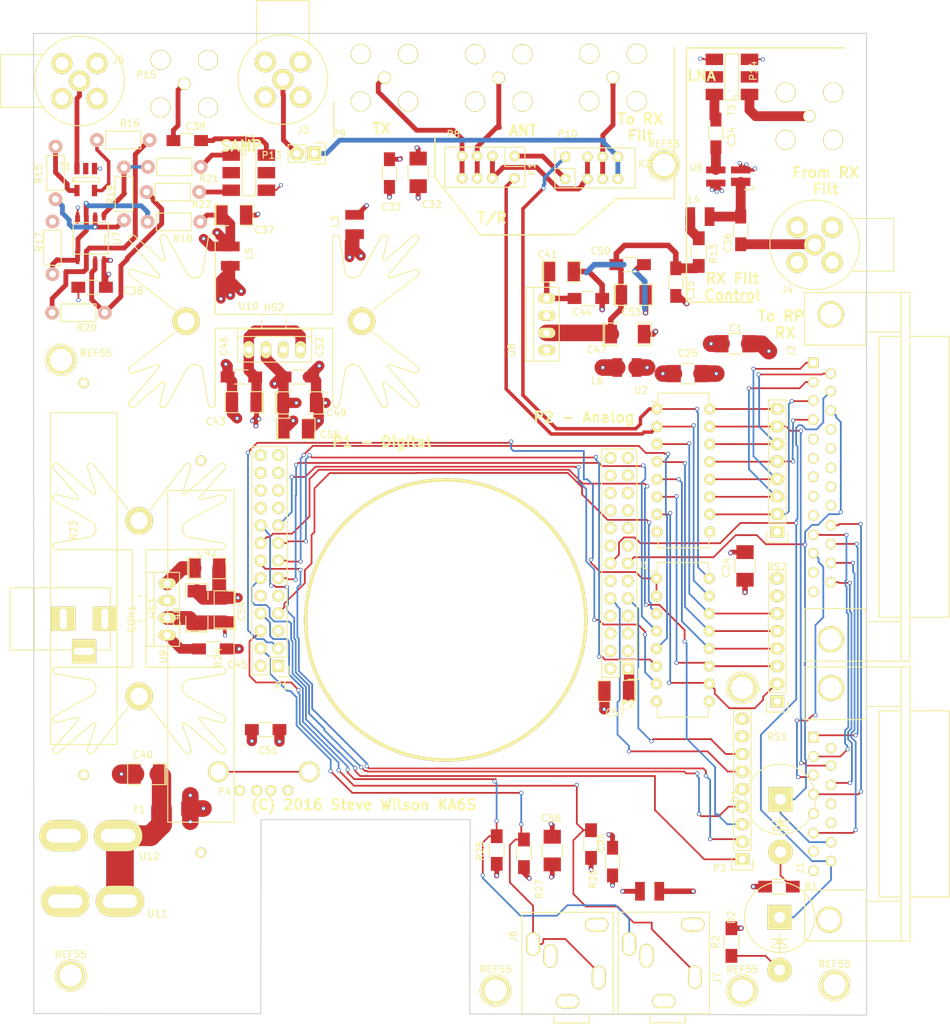
<source format=kicad_pcb>
(kicad_pcb (version 4) (host pcbnew 4.0.1-3.201512221401+6198~38~ubuntu15.10.1-stable)
  (layers (0 F.Cu signal) (1 In1.Cu power hide) (2 In2.Cu power hide) (31 B.Cu signal) (35 F.Paste user) (36 B.SilkS user) (37 F.SilkS user) (38 B.Mask user hide) (39 F.Mask user) (44 Edge.Cuts user))
  (net 0 "")
  (net 1 GND)
  (net 2 +12V)
  (net 3 /tr_switch/12V_Relay)
  (net 4 "Net-(C34-Pad1)")
  (net 5 "Net-(C34-Pad2)")
  (net 6 /lna/5V_LNA)
  (net 7 "Net-(C36-Pad1)")
  (net 8 "Net-(C36-Pad2)")
  (net 9 /mini_amp/AMP12V)
  (net 10 "Net-(C39-Pad1)")
  (net 11 "Net-(C39-Pad2)")
  (net 12 /ps/RP_5V)
  (net 13 /lvlshift/12V_LVL_IN)
  (net 14 "Net-(J3-Pad1)")
  (net 15 "Net-(J5-Pad1)")
  (net 16 /extern_conn/DASH)
  (net 17 /extern_conn/PTT_IN)
  (net 18 /extern_conn/DOT)
  (net 19 "Net-(K1-Pad2)")
  (net 20 "Net-(K1-Pad3)")
  (net 21 "Net-(K1-Pad4)")
  (net 22 /lvlshift/PTT_OUT_TX)
  (net 23 "Net-(K2-Pad3)")
  (net 24 "Net-(K2-Pad4)")
  (net 25 /lvlshift/PTT_OUT_RX)
  (net 26 "Net-(L4-Pad1)")
  (net 27 /lvlshift/PTT)
  (net 28 /lvlshift/ATTEN)
  (net 29 "Net-(R15-Pad1)")
  (net 30 "Net-(R15-Pad2)")
  (net 31 "Net-(R16-Pad1)")
  (net 32 "Net-(R16-Pad2)")
  (net 33 "Net-(R17-Pad1)")
  (net 34 "Net-(R19-Pad1)")
  (net 35 "Net-(R20-Pad1)")
  (net 36 "Net-(R21-Pad2)")
  (net 37 "Net-(R22-Pad1)")
  (net 38 /ps/+13.8VA)
  (net 39 /ps/+13.8VRA)
  (net 40 /ps/+13.8VRB)
  (net 41 /ps/+13.8VB)
  (net 42 /rp_conn/SWR_R)
  (net 43 /lvlshift/lpf40)
  (net 44 /lvlshift/lpf80)
  (net 45 /lvlshift/lpf20)
  (net 46 /lvlshift/lpf160)
  (net 47 /lvlshift/lpf15)
  (net 48 /lvlshift/CPTT)
  (net 49 /lvlshift/lpf10)
  (net 50 /rp_conn/SWR_F)
  (net 51 /lvlshift/CONB)
  (net 52 /lvlshift/CONC)
  (net 53 /lvlshift/COND)
  (net 54 /lvlshift/CONA)
  (net 55 /lvlshift/CATTN)
  (net 56 /extern_conn/3P3V_AUD)
  (net 57 "Net-(D1-Pad2)")
  (net 58 "Net-(D2-Pad2)")
  (net 59 GNDA)
  (net 60 Earth)
  (net 61 /rp_conn/RP_3.3V)
  (net 62 /lvlshift/OUTA)
  (net 63 /extern_conn/BCLK)
  (net 64 /lvlshift/OUTB)
  (net 65 /extern_conn/ADCDAT)
  (net 66 /lvlshift/OUTC)
  (net 67 /extern_conn/DACDAT)
  (net 68 /lvlshift/OUTD)
  (net 69 /extern_conn/LRCLK)
  (net 70 /extern_conn/SCLK)
  (net 71 /extern_conn/SDAT)
  (net 72 "Net-(P14-Pad1)")
  (net 73 GNDREF)
  (net 74 GNDPWR)
  (net 75 /lvlshift/BD)
  (net 76 /lvlshift/BC)
  (net 77 /lvlshift/BB)
  (net 78 /lvlshift/BA)
  (net 79 /lvlshift/BATTN)
  (net 80 /lvlshift/CBIAS)
  (net 81 "Net-(J1-Pad12)")
  (net 82 "Net-(J1-Pad13)")
  (net 83 "Net-(J2-Pad5)")
  (net 84 "Net-(J2-Pad6)")
  (net 85 "Net-(J2-Pad7)")
  (net 86 "Net-(J2-Pad8)")
  (net 87 "Net-(J2-Pad9)")
  (net 88 "Net-(J2-Pad12)")
  (net 89 "Net-(J2-Pad13)")
  (net 90 "Net-(J2-Pad17)")
  (net 91 "Net-(J2-Pad18)")
  (net 92 "Net-(J2-Pad19)")
  (net 93 "Net-(J2-Pad20)")
  (net 94 "Net-(J2-Pad21)")
  (net 95 "Net-(P1-Pad5)")
  (net 96 "Net-(P1-Pad9)")
  (net 97 "Net-(P1-Pad10)")
  (net 98 "Net-(P1-Pad19)")
  (net 99 "Net-(P1-Pad20)")
  (net 100 "Net-(P1-Pad21)")
  (net 101 "Net-(P1-Pad22)")
  (net 102 "Net-(P1-Pad23)")
  (net 103 "Net-(P1-Pad24)")
  (net 104 "Net-(P2-Pad2)")
  (net 105 "Net-(P2-Pad3)")
  (net 106 "Net-(P2-Pad4)")
  (net 107 "Net-(P2-Pad5)")
  (net 108 "Net-(P2-Pad6)")
  (net 109 "Net-(P2-Pad7)")
  (net 110 "Net-(P2-Pad8)")
  (net 111 "Net-(P2-Pad11)")
  (net 112 "Net-(P2-Pad12)")
  (net 113 "Net-(P2-Pad15)")
  (net 114 "Net-(P2-Pad16)")
  (net 115 "Net-(P2-Pad17)")
  (net 116 "Net-(P2-Pad18)")
  (net 117 "Net-(P2-Pad19)")
  (net 118 "Net-(P2-Pad20)")
  (net 119 "Net-(P2-Pad23)")
  (net 120 "Net-(P2-Pad24)")
  (net 121 "Net-(P3-Pad5)")
  (net 122 "Net-(RS1-Pad7)")
  (net 123 "Net-(RS1-Pad8)")
  (net 124 "Net-(T1-Pad2)")
  (net 125 "Net-(T2-Pad2)")
  (net 126 "Net-(T3-Pad2)")
  (net 127 "Net-(T3-Pad5)")
  (net 128 "Net-(P4-Pad2)")
  (net 129 "Net-(P4-Pad3)")
  (net 130 "Net-(P4-Pad5)")
  (module Capacitors_SMD:C_1206_HandSoldering (layer F.Cu) (at 79.185 127.665 180)
    (fp_text reference C51 (at -0.39 -3.015 360) (layer F.SilkS))
    (fp_text value 0.1uF)
    (pad 1 smd rect (at -2 0 180) (size 2 1.6) (layers F.Cu F.Paste F.Mask) (net 12 /ps/RP_5V))
    (pad 2 smd rect (at 2 0 180) (size 2 1.6) (layers F.Cu F.Paste F.Mask) (net 1 GND))
  )
  (module Connect:1pin (layer F.Cu) (at 136.815 45.99)
    (fp_text reference REF55 (at 0 -3.048) (layer F.SilkS))
    (fp_text value 1pin)
    (pad 1 thru_hole circle (at 0 0) (size 4.064 4.064) (drill 3.22) (layers *.Cu *.Mask F.SilkS))
  )
  (module Connect:1pin (layer F.Cu) (at 49.585 74.18)
    (fp_text reference REF55 (at 5.035 -0.975) (layer F.SilkS))
    (fp_text value 1pin)
    (pad 1 thru_hole circle (at 0 0) (size 4.064 4.064) (drill 3.22) (layers *.Cu *.Mask F.SilkS))
  )
  (module Connect:1pin (layer F.Cu) (at 50.98 163.24)
    (fp_text reference REF55 (at 0 -3.048) (layer F.SilkS))
    (fp_text value 1pin)
    (pad 1 thru_hole circle (at 0 0) (size 4.064 4.064) (drill 3.22) (layers *.Cu *.Mask F.SilkS))
  )
  (module Connect:1pin (layer F.Cu) (at 161.52 164.635)
    (fp_text reference REF55 (at 0 -3.048) (layer F.SilkS))
    (fp_text value 1pin)
    (pad 1 thru_hole circle (at 0 0) (size 4.064 4.064) (drill 3.22) (layers *.Cu *.Mask F.SilkS))
  )
  (module Connect:1pin (layer F.Cu) (at 112.46 165.405)
    (fp_text reference REF55 (at 0 -3.048) (layer F.SilkS))
    (fp_text value 1pin)
    (pad 1 thru_hole circle (at 0 0) (size 4.064 4.064) (drill 3.22) (layers *.Cu *.Mask F.SilkS))
  )
  (module Connect:1pin (layer F.Cu) (at 148.15 165.405)
    (fp_text reference REF55 (at 0 -3.048) (layer F.SilkS))
    (fp_text value 1pin)
    (pad 1 thru_hole circle (at 0 0) (size 4.064 4.064) (drill 3.22) (layers *.Cu *.Mask F.SilkS))
  )
  (module Housings_DIP:DIP-16_W7.62mm (layer F.Cu) (at 135.745 105.795)
    (fp_text reference U1 (at -2.08 -1.89) (layer F.SilkS))
    (fp_text value ULN2004A)
    (pad 1 thru_hole oval (at 0 0) (size 1.6 1.6) (drill 0.8) (layers *.Cu *.Mask F.SilkS) (net 27 /lvlshift/PTT))
    (pad 2 thru_hole oval (at 0 2.54) (size 1.6 1.6) (drill 0.8) (layers *.Cu *.Mask F.SilkS) (net 27 /lvlshift/PTT))
    (pad 3 thru_hole oval (at 0 5.08) (size 1.6 1.6) (drill 0.8) (layers *.Cu *.Mask F.SilkS) (net 28 /lvlshift/ATTEN))
    (pad 4 thru_hole oval (at 0 7.62) (size 1.6 1.6) (drill 0.8) (layers *.Cu *.Mask F.SilkS) (net 62 /lvlshift/OUTA))
    (pad 5 thru_hole oval (at 0 10.16) (size 1.6 1.6) (drill 0.8) (layers *.Cu *.Mask F.SilkS) (net 64 /lvlshift/OUTB))
    (pad 6 thru_hole oval (at 0 12.7) (size 1.6 1.6) (drill 0.8) (layers *.Cu *.Mask F.SilkS) (net 66 /lvlshift/OUTC))
    (pad 7 thru_hole oval (at 0 15.24) (size 1.6 1.6) (drill 0.8) (layers *.Cu *.Mask F.SilkS) (net 68 /lvlshift/OUTD))
    (pad 8 thru_hole oval (at 0 17.78) (size 1.6 1.6) (drill 0.8) (layers *.Cu *.Mask F.SilkS) (net 1 GND))
    (pad 9 thru_hole oval (at 7.62 17.78) (size 1.6 1.6) (drill 0.8) (layers *.Cu *.Mask F.SilkS) (net 2 +12V))
    (pad 10 thru_hole oval (at 7.62 15.24) (size 1.6 1.6) (drill 0.8) (layers *.Cu *.Mask F.SilkS) (net 75 /lvlshift/BD))
    (pad 11 thru_hole oval (at 7.62 12.7) (size 1.6 1.6) (drill 0.8) (layers *.Cu *.Mask F.SilkS) (net 76 /lvlshift/BC))
    (pad 12 thru_hole oval (at 7.62 10.16) (size 1.6 1.6) (drill 0.8) (layers *.Cu *.Mask F.SilkS) (net 77 /lvlshift/BB))
    (pad 13 thru_hole oval (at 7.62 7.62) (size 1.6 1.6) (drill 0.8) (layers *.Cu *.Mask F.SilkS) (net 78 /lvlshift/BA))
    (pad 14 thru_hole oval (at 7.62 5.08) (size 1.6 1.6) (drill 0.8) (layers *.Cu *.Mask F.SilkS) (net 79 /lvlshift/BATTN))
    (pad 15 thru_hole oval (at 7.62 2.54) (size 1.6 1.6) (drill 0.8) (layers *.Cu *.Mask F.SilkS) (net 22 /lvlshift/PTT_OUT_TX))
    (pad 16 thru_hole oval (at 7.62 0) (size 1.6 1.6) (drill 0.8) (layers *.Cu *.Mask F.SilkS) (net 25 /lvlshift/PTT_OUT_RX))
  )
  (module Pin_Headers:Pin_Header_Straight_2x13 (layer F.Cu) (at 131.61216 118.83816 180)
    (fp_text reference P2 (at 0 -5.1 180) (layer F.SilkS))
    (fp_text value CONN_02X13)
    (pad 1 thru_hole rect (at 0 0 180) (size 1.7272 1.7272) (drill 1.016) (layers *.Cu *.Mask F.SilkS) (net 12 /ps/RP_5V))
    (pad 2 thru_hole oval (at 2.54 0 180) (size 1.7272 1.7272) (drill 1.016) (layers *.Cu *.Mask F.SilkS) (net 104 "Net-(P2-Pad2)"))
    (pad 3 thru_hole oval (at 0 2.54 180) (size 1.7272 1.7272) (drill 1.016) (layers *.Cu *.Mask F.SilkS) (net 105 "Net-(P2-Pad3)"))
    (pad 4 thru_hole oval (at 2.54 2.54 180) (size 1.7272 1.7272) (drill 1.016) (layers *.Cu *.Mask F.SilkS) (net 106 "Net-(P2-Pad4)"))
    (pad 5 thru_hole oval (at 0 5.08 180) (size 1.7272 1.7272) (drill 1.016) (layers *.Cu *.Mask F.SilkS) (net 107 "Net-(P2-Pad5)"))
    (pad 6 thru_hole oval (at 2.54 5.08 180) (size 1.7272 1.7272) (drill 1.016) (layers *.Cu *.Mask F.SilkS) (net 108 "Net-(P2-Pad6)"))
    (pad 7 thru_hole oval (at 0 7.62 180) (size 1.7272 1.7272) (drill 1.016) (layers *.Cu *.Mask F.SilkS) (net 109 "Net-(P2-Pad7)"))
    (pad 8 thru_hole oval (at 2.54 7.62 180) (size 1.7272 1.7272) (drill 1.016) (layers *.Cu *.Mask F.SilkS) (net 110 "Net-(P2-Pad8)"))
    (pad 9 thru_hole oval (at 0 10.16 180) (size 1.7272 1.7272) (drill 1.016) (layers *.Cu *.Mask F.SilkS) (net 70 /extern_conn/SCLK))
    (pad 10 thru_hole oval (at 2.54 10.16 180) (size 1.7272 1.7272) (drill 1.016) (layers *.Cu *.Mask F.SilkS) (net 71 /extern_conn/SDAT))
    (pad 11 thru_hole oval (at 0 12.7 180) (size 1.7272 1.7272) (drill 1.016) (layers *.Cu *.Mask F.SilkS) (net 111 "Net-(P2-Pad11)"))
    (pad 12 thru_hole oval (at 2.54 12.7 180) (size 1.7272 1.7272) (drill 1.016) (layers *.Cu *.Mask F.SilkS) (net 112 "Net-(P2-Pad12)"))
    (pad 13 thru_hole oval (at 0 15.24 180) (size 1.7272 1.7272) (drill 1.016) (layers *.Cu *.Mask F.SilkS) (net 50 /rp_conn/SWR_F))
    (pad 14 thru_hole oval (at 2.54 15.24 180) (size 1.7272 1.7272) (drill 1.016) (layers *.Cu *.Mask F.SilkS) (net 42 /rp_conn/SWR_R))
    (pad 15 thru_hole oval (at 0 17.78 180) (size 1.7272 1.7272) (drill 1.016) (layers *.Cu *.Mask F.SilkS) (net 113 "Net-(P2-Pad15)"))
    (pad 16 thru_hole oval (at 2.54 17.78 180) (size 1.7272 1.7272) (drill 1.016) (layers *.Cu *.Mask F.SilkS) (net 114 "Net-(P2-Pad16)"))
    (pad 17 thru_hole oval (at 0 20.32 180) (size 1.7272 1.7272) (drill 1.016) (layers *.Cu *.Mask F.SilkS) (net 115 "Net-(P2-Pad17)"))
    (pad 18 thru_hole oval (at 2.54 20.32 180) (size 1.7272 1.7272) (drill 1.016) (layers *.Cu *.Mask F.SilkS) (net 116 "Net-(P2-Pad18)"))
    (pad 19 thru_hole oval (at 0 22.86 180) (size 1.7272 1.7272) (drill 1.016) (layers *.Cu *.Mask F.SilkS) (net 117 "Net-(P2-Pad19)"))
    (pad 20 thru_hole oval (at 2.54 22.86 180) (size 1.7272 1.7272) (drill 1.016) (layers *.Cu *.Mask F.SilkS) (net 118 "Net-(P2-Pad20)"))
    (pad 21 thru_hole oval (at 0 25.4 180) (size 1.7272 1.7272) (drill 1.016) (layers *.Cu *.Mask F.SilkS) (net 1 GND))
    (pad 22 thru_hole oval (at 2.54 25.4 180) (size 1.7272 1.7272) (drill 1.016) (layers *.Cu *.Mask F.SilkS) (net 1 GND))
    (pad 23 thru_hole oval (at 0 27.94 180) (size 1.7272 1.7272) (drill 1.016) (layers *.Cu *.Mask F.SilkS) (net 119 "Net-(P2-Pad23)"))
    (pad 24 thru_hole oval (at 2.54 27.94 180) (size 1.7272 1.7272) (drill 1.016) (layers *.Cu *.Mask F.SilkS) (net 120 "Net-(P2-Pad24)"))
    (pad 25 thru_hole oval (at 0 30.48 180) (size 1.7272 1.7272) (drill 1.016) (layers *.Cu *.Mask F.SilkS) (net 1 GND))
    (pad 26 thru_hole oval (at 2.54 30.48 180) (size 1.7272 1.7272) (drill 1.016) (layers *.Cu *.Mask F.SilkS) (net 1 GND))
  )
  (module Capacitors_SMD:C_1210_HandSoldering (layer F.Cu) (at 120.655 145.17 90)
    (fp_text reference C56 (at 4.675 -0.15 180) (layer F.SilkS))
    (fp_text value 1uF)
    (pad 1 smd rect (at -2 0 90) (size 2 2.5) (layers F.Cu F.Paste F.Mask) (net 56 /extern_conn/3P3V_AUD))
    (pad 2 smd rect (at 2 0 90) (size 2 2.5) (layers F.Cu F.Paste F.Mask) (net 1 GND))
  )
  (module Resistors_ThroughHole:Resistor_Horizontal_RM7mm (layer F.Cu) (at 62.15 46.265)
    (fp_text reference R21 (at 8.835 1.68) (layer F.SilkS))
    (fp_text value 4R99)
    (pad 1 thru_hole circle (at 0 0) (size 1.99898 1.99898) (drill 1.00076) (layers *.Cu *.SilkS *.Mask) (net 34 "Net-(R19-Pad1)"))
    (pad 2 thru_hole circle (at 7.62 0) (size 1.99898 1.99898) (drill 1.00076) (layers *.Cu *.SilkS *.Mask) (net 36 "Net-(R21-Pad2)"))
  )
  (module Pin_Headers:Pin_Header_Straight_2x13 (layer F.Cu) (at 81.0179 118.4597 180)
    (fp_text reference P1 (at -0.4521 -2.8703 180) (layer F.SilkS))
    (fp_text value CONN_02X13)
    (pad 1 thru_hole rect (at 0 0 180) (size 1.7272 1.7272) (drill 1.016) (layers *.Cu *.Mask F.SilkS) (net 61 /rp_conn/RP_3.3V))
    (pad 2 thru_hole oval (at 2.54 0 180) (size 1.7272 1.7272) (drill 1.016) (layers *.Cu *.Mask F.SilkS) (net 61 /rp_conn/RP_3.3V))
    (pad 3 thru_hole oval (at 0 2.54 180) (size 1.7272 1.7272) (drill 1.016) (layers *.Cu *.Mask F.SilkS) (net 27 /lvlshift/PTT))
    (pad 4 thru_hole oval (at 2.54 2.54 180) (size 1.7272 1.7272) (drill 1.016) (layers *.Cu *.Mask F.SilkS) (net 17 /extern_conn/PTT_IN))
    (pad 5 thru_hole oval (at 0 5.08 180) (size 1.7272 1.7272) (drill 1.016) (layers *.Cu *.Mask F.SilkS) (net 95 "Net-(P1-Pad5)"))
    (pad 6 thru_hole oval (at 2.54 5.08 180) (size 1.7272 1.7272) (drill 1.016) (layers *.Cu *.Mask F.SilkS) (net 16 /extern_conn/DASH))
    (pad 7 thru_hole oval (at 0 7.62 180) (size 1.7272 1.7272) (drill 1.016) (layers *.Cu *.Mask F.SilkS) (net 28 /lvlshift/ATTEN))
    (pad 8 thru_hole oval (at 2.54 7.62 180) (size 1.7272 1.7272) (drill 1.016) (layers *.Cu *.Mask F.SilkS) (net 18 /extern_conn/DOT))
    (pad 9 thru_hole oval (at 0 10.16 180) (size 1.7272 1.7272) (drill 1.016) (layers *.Cu *.Mask F.SilkS) (net 96 "Net-(P1-Pad9)"))
    (pad 10 thru_hole oval (at 2.54 10.16 180) (size 1.7272 1.7272) (drill 1.016) (layers *.Cu *.Mask F.SilkS) (net 97 "Net-(P1-Pad10)"))
    (pad 11 thru_hole oval (at 0 12.7 180) (size 1.7272 1.7272) (drill 1.016) (layers *.Cu *.Mask F.SilkS) (net 62 /lvlshift/OUTA))
    (pad 12 thru_hole oval (at 2.54 12.7 180) (size 1.7272 1.7272) (drill 1.016) (layers *.Cu *.Mask F.SilkS) (net 63 /extern_conn/BCLK))
    (pad 13 thru_hole oval (at 0 15.24 180) (size 1.7272 1.7272) (drill 1.016) (layers *.Cu *.Mask F.SilkS) (net 64 /lvlshift/OUTB))
    (pad 14 thru_hole oval (at 2.54 15.24 180) (size 1.7272 1.7272) (drill 1.016) (layers *.Cu *.Mask F.SilkS) (net 65 /extern_conn/ADCDAT))
    (pad 15 thru_hole oval (at 0 17.78 180) (size 1.7272 1.7272) (drill 1.016) (layers *.Cu *.Mask F.SilkS) (net 66 /lvlshift/OUTC))
    (pad 16 thru_hole oval (at 2.54 17.78 180) (size 1.7272 1.7272) (drill 1.016) (layers *.Cu *.Mask F.SilkS) (net 67 /extern_conn/DACDAT))
    (pad 17 thru_hole oval (at 0 20.32 180) (size 1.7272 1.7272) (drill 1.016) (layers *.Cu *.Mask F.SilkS) (net 68 /lvlshift/OUTD))
    (pad 18 thru_hole oval (at 2.54 20.32 180) (size 1.7272 1.7272) (drill 1.016) (layers *.Cu *.Mask F.SilkS) (net 69 /extern_conn/LRCLK))
    (pad 19 thru_hole oval (at 0 22.86 180) (size 1.7272 1.7272) (drill 1.016) (layers *.Cu *.Mask F.SilkS) (net 98 "Net-(P1-Pad19)"))
    (pad 20 thru_hole oval (at 2.54 22.86 180) (size 1.7272 1.7272) (drill 1.016) (layers *.Cu *.Mask F.SilkS) (net 99 "Net-(P1-Pad20)"))
    (pad 21 thru_hole oval (at 0 25.4 180) (size 1.7272 1.7272) (drill 1.016) (layers *.Cu *.Mask F.SilkS) (net 100 "Net-(P1-Pad21)"))
    (pad 22 thru_hole oval (at 2.54 25.4 180) (size 1.7272 1.7272) (drill 1.016) (layers *.Cu *.Mask F.SilkS) (net 101 "Net-(P1-Pad22)"))
    (pad 23 thru_hole oval (at 0 27.94 180) (size 1.7272 1.7272) (drill 1.016) (layers *.Cu *.Mask F.SilkS) (net 102 "Net-(P1-Pad23)"))
    (pad 24 thru_hole oval (at 2.54 27.94 180) (size 1.7272 1.7272) (drill 1.016) (layers *.Cu *.Mask F.SilkS) (net 103 "Net-(P1-Pad24)"))
    (pad 25 thru_hole oval (at 0 30.48 180) (size 1.7272 1.7272) (drill 1.016) (layers *.Cu *.Mask F.SilkS) (net 1 GND))
    (pad 26 thru_hole oval (at 2.54 30.48 180) (size 1.7272 1.7272) (drill 1.016) (layers *.Cu *.Mask F.SilkS) (net 1 GND))
  )
  (module SMD_Packages:SMD-1210_Pol (layer F.Cu) (at 121.983 61.4)
    (fp_text reference C41 (at -2.008 -2.46) (layer F.SilkS))
    (fp_text value 10uF)
    (pad 1 smd rect (at -1.778 0) (size 1.778 2.794) (layers F.Cu F.Paste F.Mask) (net 39 /ps/+13.8VRA))
    (pad 2 smd rect (at 1.778 0) (size 1.778 2.794) (layers F.Cu F.Paste F.Mask) (net 1 GND))
  )
  (module my_lib:TO-220_4pin_vertical (layer F.Cu) (at 119.855 72.775 90)
    (fp_text reference U8 (at 0 -5.08 90) (layer F.SilkS))
    (fp_text value KA278R05)
    (pad 2 thru_hole oval (at 2.5 0 180) (size 2.49936 1.50114) (drill 1.00076) (layers *.Cu *.Mask F.SilkS) (net 6 /lna/5V_LNA))
    (pad 1 thru_hole oval (at 0 0 180) (size 2.49936 1.50114) (drill 1.00076) (layers *.Cu *.Mask F.SilkS) (net 39 /ps/+13.8VRA))
    (pad 3 thru_hole oval (at 5 0 180) (size 2.49936 1.50114) (drill 1.00076) (layers *.Cu *.Mask F.SilkS) (net 1 GND))
    (pad 4 thru_hole oval (at 7.5 0 180) (size 2.49936 1.50114) (drill 1.00076) (layers *.Cu *.Mask F.SilkS) (net 39 /ps/+13.8VRA))
  )
  (module SMD_Packages:SMD-2010_Pol (layer F.Cu) (at 131.5297 70.45)
    (fp_text reference C47 (at -4.4297 2.25) (layer F.SilkS))
    (fp_text value 10uF)
    (pad 1 smd rect (at -2.4003 0) (size 1.80086 2.70002) (layers F.Cu F.Paste F.Mask) (net 6 /lna/5V_LNA))
    (pad 2 smd rect (at 2.4003 0) (size 1.80086 2.70002) (layers F.Cu F.Paste F.Mask) (net 1 GND))
  )
  (module Capacitors_SMD:C_1206_HandSoldering (layer F.Cu) (at 125.88 65.3)
    (fp_text reference C44 (at -0.89 1.97) (layer F.SilkS))
    (fp_text value 0.1uF)
    (pad 1 smd rect (at -2 0) (size 2 1.6) (layers F.Cu F.Paste F.Mask) (net 39 /ps/+13.8VRA))
    (pad 2 smd rect (at 2 0) (size 2 1.6) (layers F.Cu F.Paste F.Mask) (net 1 GND))
  )
  (module Resistors_SMD:R_1206_HandSoldering (layer F.Cu) (at 141.855 58.59 90)
    (fp_text reference R13 (at -0.255 2.135 90) (layer F.SilkS))
    (fp_text value 75)
    (pad 1 smd rect (at -2 0 90) (size 2 1.7) (layers F.Cu F.Paste F.Mask) (net 6 /lna/5V_LNA))
    (pad 2 smd rect (at 2 0 90) (size 2 1.7) (layers F.Cu F.Paste F.Mask) (net 26 "Net-(L4-Pad1)"))
  )
  (module Capacitors_SMD:C_1206_HandSoldering (layer F.Cu) (at 131.93 60.4)
    (fp_text reference C50 (at -4.265 -1.98) (layer F.SilkS))
    (fp_text value 0.1uF)
    (pad 1 smd rect (at -2 0) (size 2 1.6) (layers F.Cu F.Paste F.Mask) (net 6 /lna/5V_LNA))
    (pad 2 smd rect (at 2 0) (size 2 1.6) (layers F.Cu F.Paste F.Mask) (net 1 GND))
  )
  (module SMD_Packages:SMD-1210_Pol (layer F.Cu) (at 132.377 64.775)
    (fp_text reference C53 (at -0.282 2.485 180) (layer F.SilkS))
    (fp_text value 100uF)
    (pad 1 smd rect (at -1.778 0) (size 1.778 2.794) (layers F.Cu F.Paste F.Mask) (net 6 /lna/5V_LNA))
    (pad 2 smd rect (at 1.778 0) (size 1.778 2.794) (layers F.Cu F.Paste F.Mask) (net 1 GND))
  )
  (module Capacitors_SMD:C_1206_HandSoldering (layer F.Cu) (at 138.535 62.93 270)
    (fp_text reference C35 (at 1.205 -2.125 450) (layer F.SilkS))
    (fp_text value 0.1uF)
    (pad 1 smd rect (at -2 0 270) (size 2 1.6) (layers F.Cu F.Paste F.Mask) (net 6 /lna/5V_LNA))
    (pad 2 smd rect (at 2 0 270) (size 2 1.6) (layers F.Cu F.Paste F.Mask) (net 1 GND))
  )
  (module my_lib:RF_RELAY (layer F.Cu) (at 115.2 44.705 180)
    (fp_text reference K1 (at -2.5 -1.9 270) (layer F.SilkS))
    (fp_text value RELAY_RF)
    (pad 1 thru_hole circle (at 0 0 180) (size 1.524 1.524) (drill 0.85) (layers *.Cu *.Mask F.SilkS) (net 3 /tr_switch/12V_Relay))
    (pad 2 thru_hole circle (at 3.2 0 180) (size 1.524 1.524) (drill 0.85) (layers *.Cu *.Mask F.SilkS) (net 19 "Net-(K1-Pad2)"))
    (pad 3 thru_hole circle (at 5.4 0 180) (size 1.524 1.524) (drill 0.85) (layers *.Cu *.Mask F.SilkS) (net 20 "Net-(K1-Pad3)"))
    (pad 4 thru_hole circle (at 7.6 0 180) (size 1.524 1.524) (drill 0.85) (layers *.Cu *.Mask F.SilkS) (net 21 "Net-(K1-Pad4)"))
    (pad 8 thru_hole circle (at 0 -3.2 180) (size 1.524 1.524) (drill 0.85) (layers *.Cu *.Mask F.SilkS) (net 22 /lvlshift/PTT_OUT_TX))
    (pad 7 thru_hole circle (at 3.2 -3.2 180) (size 1.524 1.524) (drill 0.85) (layers *.Cu *.Mask F.SilkS) (net 19 "Net-(K1-Pad2)"))
    (pad 6 thru_hole circle (at 5.4 -3.2 180) (size 1.524 1.524) (drill 0.85) (layers *.Cu *.Mask F.SilkS) (net 20 "Net-(K1-Pad3)"))
    (pad 5 thru_hole circle (at 7.6 -3.2 180) (size 1.524 1.524) (drill 0.85) (layers *.Cu *.Mask F.SilkS) (net 21 "Net-(K1-Pad4)"))
  )
  (module Capacitors_SMD:C_1210_HandSoldering (layer F.Cu) (at 147.155 71.845)
    (fp_text reference C1 (at 0.06 -2.23 180) (layer F.SilkS))
    (fp_text value 100uF)
    (pad 1 smd rect (at -2 0) (size 2 2.5) (layers F.Cu F.Paste F.Mask) (net 2 +12V))
    (pad 2 smd rect (at 2 0) (size 2 2.5) (layers F.Cu F.Paste F.Mask) (net 1 GND))
  )
  (module my_lib:BNC_VERTICAL (layer F.Cu) (at 112.92 33.395)
    (fp_text reference P8 (at -6.57 8.13) (layer F.SilkS))
    (fp_text value BNC)
    (pad 1 thru_hole circle (at 0 0) (size 1.8 1.8) (drill 1.45) (layers *.Cu *.Mask F.SilkS) (net 20 "Net-(K1-Pad3)"))
    (pad 2 thru_hole circle (at 3.43 3.43) (size 2.88 2.88) (drill 2.6) (layers *.Cu *.Mask F.SilkS) (net 59 GNDA))
    (pad 2 thru_hole circle (at -3.43 3.43) (size 2.88 2.88) (drill 2.6) (layers *.Cu *.Mask F.SilkS) (net 59 GNDA))
    (pad 2 thru_hole circle (at -3.43 -3.43) (size 2.88 2.88) (drill 2.6) (layers *.Cu *.Mask F.SilkS) (net 59 GNDA))
    (pad 2 thru_hole circle (at 3.43 -3.43) (size 2.88 2.88) (drill 2.6) (layers *.Cu *.Mask F.SilkS) (net 59 GNDA))
  )
  (module TO_SOT_Packages_SMD:SOT-143_Handsoldering (layer F.Cu) (at 146.12414 47.65496 90)
    (fp_text reference U6 (at 1.31996 -4.66914 180) (layer F.SilkS))
    (fp_text value MAX2611)
    (pad 1 smd rect (at -0.76962 1.80086 90) (size 1.19888 2.79908) (layers F.Cu F.Paste F.Mask) (net 7 "Net-(C36-Pad1)"))
    (pad 2 smd rect (at 0.94996 1.80086 90) (size 1.00076 2.79908) (layers F.Cu F.Paste F.Mask) (net 1 GND))
    (pad 3 smd rect (at 0.94996 -1.80086 90) (size 1.00076 2.79908) (layers F.Cu F.Paste F.Mask) (net 5 "Net-(C34-Pad2)"))
    (pad 4 smd trapezoid (at -0.94996 -1.80086 90) (size 1.00076 2.79908) (layers F.Cu F.Paste F.Mask) (net 1 GND))
  )
  (module my_lib:BNC_VERTICAL (layer F.Cu) (at 129.45 33.33)
    (fp_text reference P10 (at -6.57 8.13) (layer F.SilkS))
    (fp_text value BNC)
    (pad 1 thru_hole circle (at 0 0) (size 1.8 1.8) (drill 1.45) (layers *.Cu *.Mask F.SilkS) (net 23 "Net-(K2-Pad3)"))
    (pad 2 thru_hole circle (at 3.43 3.43) (size 2.88 2.88) (drill 2.6) (layers *.Cu *.Mask F.SilkS) (net 59 GNDA))
    (pad 2 thru_hole circle (at -3.43 3.43) (size 2.88 2.88) (drill 2.6) (layers *.Cu *.Mask F.SilkS) (net 59 GNDA))
    (pad 2 thru_hole circle (at -3.43 -3.43) (size 2.88 2.88) (drill 2.6) (layers *.Cu *.Mask F.SilkS) (net 59 GNDA))
    (pad 2 thru_hole circle (at 3.43 -3.43) (size 2.88 2.88) (drill 2.6) (layers *.Cu *.Mask F.SilkS) (net 59 GNDA))
  )
  (module my_lib:RF_RELAY (layer F.Cu) (at 122.55 48.005)
    (fp_text reference K2 (at 11.475 -2.2 180) (layer F.SilkS))
    (fp_text value RELAY_RF)
    (pad 1 thru_hole circle (at 0 0) (size 1.524 1.524) (drill 0.85) (layers *.Cu *.Mask F.SilkS) (net 3 /tr_switch/12V_Relay))
    (pad 2 thru_hole circle (at 3.2 0) (size 1.524 1.524) (drill 0.85) (layers *.Cu *.Mask F.SilkS) (net 19 "Net-(K1-Pad2)"))
    (pad 3 thru_hole circle (at 5.4 0) (size 1.524 1.524) (drill 0.85) (layers *.Cu *.Mask F.SilkS) (net 23 "Net-(K2-Pad3)"))
    (pad 4 thru_hole circle (at 7.6 0) (size 1.524 1.524) (drill 0.85) (layers *.Cu *.Mask F.SilkS) (net 24 "Net-(K2-Pad4)"))
    (pad 8 thru_hole circle (at 0 -3.2) (size 1.524 1.524) (drill 0.85) (layers *.Cu *.Mask F.SilkS) (net 25 /lvlshift/PTT_OUT_RX))
    (pad 7 thru_hole circle (at 3.2 -3.2) (size 1.524 1.524) (drill 0.85) (layers *.Cu *.Mask F.SilkS) (net 19 "Net-(K1-Pad2)"))
    (pad 6 thru_hole circle (at 5.4 -3.2) (size 1.524 1.524) (drill 0.85) (layers *.Cu *.Mask F.SilkS) (net 23 "Net-(K2-Pad3)"))
    (pad 5 thru_hole circle (at 7.6 -3.2) (size 1.524 1.524) (drill 0.85) (layers *.Cu *.Mask F.SilkS) (net 24 "Net-(K2-Pad4)"))
  )
  (module Capacitors_SMD:C_1206_HandSoldering (layer F.Cu) (at 147.925 55.455 270)
    (fp_text reference C36 (at 1.815 1.865 450) (layer F.SilkS))
    (fp_text value 0.1uF)
    (pad 1 smd rect (at -2 0 270) (size 2 1.6) (layers F.Cu F.Paste F.Mask) (net 7 "Net-(C36-Pad1)"))
    (pad 2 smd rect (at 2 0 270) (size 2 1.6) (layers F.Cu F.Paste F.Mask) (net 8 "Net-(C36-Pad2)"))
  )
  (module minicircuits:SMA_F_RA (layer F.Cu) (at 158.626227 57.543329)
    (fp_text reference J4 (at -3.926227 6.486671) (layer F.SilkS))
    (fp_text value SMA)
    (pad 1 thru_hole circle (at 0 0) (size 3.048 3.048) (drill 1.905) (layers *.Cu *.Mask F.SilkS) (net 8 "Net-(C36-Pad2)"))
    (pad 2 thru_hole circle (at 2.54 -2.54) (size 3.048 3.048) (drill 1.905) (layers *.Cu *.Mask F.SilkS) (net 1 GND))
    (pad 3 thru_hole circle (at 2.54 2.54) (size 3.048 3.048) (drill 1.905) (layers *.Cu *.Mask F.SilkS) (net 1 GND))
    (pad 4 thru_hole circle (at -2.54 2.54) (size 3.048 3.048) (drill 1.905) (layers *.Cu *.Mask F.SilkS) (net 1 GND))
    (pad 5 thru_hole circle (at -2.54 -2.54) (size 3.048 3.048) (drill 1.905) (layers *.Cu *.Mask F.SilkS) (net 1 GND))
  )
  (module my_lib:BNC_VERTICAL (layer F.Cu) (at 157.8616 38.92968 270)
    (fp_text reference P14 (at -6.57 8.13 270) (layer F.SilkS))
    (fp_text value BNC)
    (pad 1 thru_hole circle (at 0 0 270) (size 1.8 1.8) (drill 1.45) (layers *.Cu *.Mask F.SilkS) (net 72 "Net-(P14-Pad1)"))
    (pad 2 thru_hole circle (at 3.43 3.43 270) (size 2.88 2.88) (drill 2.6) (layers *.Cu *.Mask F.SilkS) (net 73 GNDREF))
    (pad 2 thru_hole circle (at -3.43 3.43 270) (size 2.88 2.88) (drill 2.6) (layers *.Cu *.Mask F.SilkS) (net 73 GNDREF))
    (pad 2 thru_hole circle (at -3.43 -3.43 270) (size 2.88 2.88) (drill 2.6) (layers *.Cu *.Mask F.SilkS) (net 73 GNDREF))
    (pad 2 thru_hole circle (at 3.43 -3.43 270) (size 2.88 2.88) (drill 2.6) (layers *.Cu *.Mask F.SilkS) (net 73 GNDREF))
  )
  (module Capacitors_SMD:C_1206_HandSoldering (layer F.Cu) (at 144.335 41.425 270)
    (fp_text reference C34 (at 0.475 -2.275 450) (layer F.SilkS))
    (fp_text value 0.1uF)
    (pad 1 smd rect (at -2 0 270) (size 2 1.6) (layers F.Cu F.Paste F.Mask) (net 4 "Net-(C34-Pad1)"))
    (pad 2 smd rect (at 2 0 270) (size 2 1.6) (layers F.Cu F.Paste F.Mask) (net 5 "Net-(C34-Pad2)"))
  )
  (module Capacitors_SMD:C_1210_HandSoldering (layer F.Cu) (at 101.25 47.055 270)
    (fp_text reference C32 (at 4.665 -1.965 360) (layer F.SilkS))
    (fp_text value 1uF)
    (pad 1 smd rect (at -2 0 270) (size 2 2.5) (layers F.Cu F.Paste F.Mask) (net 3 /tr_switch/12V_Relay))
    (pad 2 smd rect (at 2 0 270) (size 2 2.5) (layers F.Cu F.Paste F.Mask) (net 1 GND))
  )
  (module my_lib:BNC_VERTICAL (layer F.Cu) (at 96.375 33.365)
    (fp_text reference P9 (at -6.57 8.13) (layer F.SilkS))
    (fp_text value BNC)
    (pad 1 thru_hole circle (at 0 0) (size 1.8 1.8) (drill 1.45) (layers *.Cu *.Mask F.SilkS) (net 21 "Net-(K1-Pad4)"))
    (pad 2 thru_hole circle (at 3.43 3.43) (size 2.88 2.88) (drill 2.6) (layers *.Cu *.Mask F.SilkS) (net 59 GNDA))
    (pad 2 thru_hole circle (at -3.43 3.43) (size 2.88 2.88) (drill 2.6) (layers *.Cu *.Mask F.SilkS) (net 59 GNDA))
    (pad 2 thru_hole circle (at -3.43 -3.43) (size 2.88 2.88) (drill 2.6) (layers *.Cu *.Mask F.SilkS) (net 59 GNDA))
    (pad 2 thru_hole circle (at 3.43 -3.43) (size 2.88 2.88) (drill 2.6) (layers *.Cu *.Mask F.SilkS) (net 59 GNDA))
  )
  (module Capacitors_SMD:C_1206_HandSoldering (layer F.Cu) (at 97.1 47.155 270)
    (fp_text reference C33 (at 4.92 -0.255 360) (layer F.SilkS))
    (fp_text value 0.1uF)
    (pad 1 smd rect (at -2 0 270) (size 2 1.6) (layers F.Cu F.Paste F.Mask) (net 3 /tr_switch/12V_Relay))
    (pad 2 smd rect (at 2 0 270) (size 2 1.6) (layers F.Cu F.Paste F.Mask) (net 1 GND))
  )
  (module minicircuits:SMA_F_RA (layer F.Cu) (at 81.685 33.625 90)
    (fp_text reference J3 (at -7.29 2.96 180) (layer F.SilkS))
    (fp_text value SMA)
    (pad 1 thru_hole circle (at 0 0 90) (size 3.048 3.048) (drill 1.905) (layers *.Cu *.Mask F.SilkS) (net 14 "Net-(J3-Pad1)"))
    (pad 2 thru_hole circle (at 2.54 -2.54 90) (size 3.048 3.048) (drill 1.905) (layers *.Cu *.Mask F.SilkS) (net 59 GNDA))
    (pad 3 thru_hole circle (at 2.54 2.54 90) (size 3.048 3.048) (drill 1.905) (layers *.Cu *.Mask F.SilkS) (net 59 GNDA))
    (pad 4 thru_hole circle (at -2.54 2.54 90) (size 3.048 3.048) (drill 1.905) (layers *.Cu *.Mask F.SilkS) (net 59 GNDA))
    (pad 5 thru_hole circle (at -2.54 -2.54 90) (size 3.048 3.048) (drill 1.905) (layers *.Cu *.Mask F.SilkS) (net 59 GNDA))
  )
  (module Pin_Headers:Pin_Header_Straight_1x02 (layer F.Cu) (at 86.245 44.33 270)
    (fp_text reference P13 (at 0.25 6.19 360) (layer F.SilkS))
    (fp_text value CONN_01X02)
    (pad 1 thru_hole rect (at 0 0 270) (size 2.032 2.032) (drill 1.016) (layers *.Cu *.Mask F.SilkS) (net 24 "Net-(K2-Pad4)"))
    (pad 2 thru_hole oval (at 0 2.54 270) (size 2.032 2.032) (drill 1.016) (layers *.Cu *.Mask F.SilkS) (net 14 "Net-(J3-Pad1)"))
  )
  (module my_lib:BNC_VERTICAL (layer F.Cu) (at 67.41 34.23)
    (fp_text reference P15 (at -5.52 -1.315) (layer F.SilkS))
    (fp_text value BNC)
    (pad 1 thru_hole circle (at 0 0) (size 1.8 1.8) (drill 1.45) (layers *.Cu *.Mask F.SilkS) (net 10 "Net-(C39-Pad1)"))
    (pad 2 thru_hole circle (at 3.43 3.43) (size 2.88 2.88) (drill 2.6) (layers *.Cu *.Mask F.SilkS) (net 74 GNDPWR))
    (pad 2 thru_hole circle (at -3.43 3.43) (size 2.88 2.88) (drill 2.6) (layers *.Cu *.Mask F.SilkS) (net 74 GNDPWR))
    (pad 2 thru_hole circle (at -3.43 -3.43) (size 2.88 2.88) (drill 2.6) (layers *.Cu *.Mask F.SilkS) (net 74 GNDPWR))
    (pad 2 thru_hole circle (at 3.43 -3.43) (size 2.88 2.88) (drill 2.6) (layers *.Cu *.Mask F.SilkS) (net 74 GNDPWR))
  )
  (module Capacitors_SMD:C_1206_HandSoldering (layer F.Cu) (at 67.84 42.455)
    (fp_text reference C39 (at 1.17 -2.045) (layer F.SilkS))
    (fp_text value 0.1uF)
    (pad 1 smd rect (at -2 0) (size 2 1.6) (layers F.Cu F.Paste F.Mask) (net 10 "Net-(C39-Pad1)"))
    (pad 2 smd rect (at 2 0) (size 2 1.6) (layers F.Cu F.Paste F.Mask) (net 11 "Net-(C39-Pad2)"))
  )
  (module SMD_Packages:SMD-1210_Pol (layer F.Cu) (at 74.573 53.235)
    (fp_text reference C37 (at 4.417 2.165) (layer F.SilkS))
    (fp_text value 10uF)
    (pad 1 smd rect (at -1.778 0) (size 1.778 2.794) (layers F.Cu F.Paste F.Mask) (net 9 /mini_amp/AMP12V))
    (pad 2 smd rect (at 1.778 0) (size 1.778 2.794) (layers F.Cu F.Paste F.Mask) (net 1 GND))
  )
  (module Capacitors_SMD:C_1206_HandSoldering (layer F.Cu) (at 54.075 63.68 180)
    (fp_text reference C38 (at -5.965 -0.53 180) (layer F.SilkS))
    (fp_text value 0.1uF)
    (pad 1 smd rect (at -2 0 180) (size 2 1.6) (layers F.Cu F.Paste F.Mask) (net 9 /mini_amp/AMP12V))
    (pad 2 smd rect (at 2 0 180) (size 2 1.6) (layers F.Cu F.Paste F.Mask) (net 1 GND))
  )
  (module minicircuits:ADT1.5-1 (layer F.Cu) (at 74.205 44.56 270)
    (fp_text reference T2 (at -2.27 -2.59 360) (layer F.SilkS))
    (fp_text value ADT1.5-1)
    (pad 1 smd rect (at 0 0 270) (size 1.65 2.54) (layers F.Cu F.Paste F.Mask) (net 36 "Net-(R21-Pad2)"))
    (pad 6 smd rect (at 0 -5.08 270) (size 1.65 2.54) (layers F.Cu F.Paste F.Mask) (net 11 "Net-(C39-Pad2)"))
    (pad 2 smd rect (at 2.54 0 270) (size 1.65 2.54) (layers F.Cu F.Paste F.Mask) (net 125 "Net-(T2-Pad2)"))
    (pad 3 smd rect (at 5.08 0 270) (size 1.65 2.54) (layers F.Cu F.Paste F.Mask) (net 37 "Net-(R22-Pad1)"))
    (pad 4 smd rect (at 5.08 -5.08 270) (size 1.65 2.54) (layers F.Cu F.Paste F.Mask) (net 74 GNDPWR))
    (pad 5 smd rect (at 2.54 -5.08 270) (size 1.65 2.54) (layers F.Cu F.Paste F.Mask))
  )
  (module Resistors_ThroughHole:Resistor_Horizontal_RM7mm (layer F.Cu) (at 69.72 54.21 180)
    (fp_text reference R18 (at 2.535 -2.41 360) (layer F.SilkS))
    (fp_text value 1K)
    (pad 1 thru_hole circle (at 0 0 180) (size 1.99898 1.99898) (drill 1.00076) (layers *.Cu *.SilkS *.Mask) (net 9 /mini_amp/AMP12V))
    (pad 2 thru_hole circle (at 7.62 0 180) (size 1.99898 1.99898) (drill 1.00076) (layers *.Cu *.SilkS *.Mask) (net 33 "Net-(R17-Pad1)"))
  )
  (module Resistors_ThroughHole:Resistor_Horizontal_RM7mm (layer F.Cu) (at 69.575 49.895 180)
    (fp_text reference R22 (at -0.335 -1.76 180) (layer F.SilkS))
    (fp_text value 4R99)
    (pad 1 thru_hole circle (at 0 0 180) (size 1.99898 1.99898) (drill 1.00076) (layers *.Cu *.SilkS *.Mask) (net 37 "Net-(R22-Pad1)"))
    (pad 2 thru_hole circle (at 7.62 0 180) (size 1.99898 1.99898) (drill 1.00076) (layers *.Cu *.SilkS *.Mask) (net 35 "Net-(R20-Pad1)"))
  )
  (module Capacitors_SMD:C_1206_HandSoldering (layer F.Cu) (at 71.545 115.99)
    (fp_text reference C45 (at 3.525 2.295 180) (layer F.SilkS))
    (fp_text value 0.1uF)
    (pad 1 smd rect (at -2 0) (size 2 1.6) (layers F.Cu F.Paste F.Mask) (net 40 /ps/+13.8VRB))
    (pad 2 smd rect (at 2 0) (size 2 1.6) (layers F.Cu F.Paste F.Mask) (net 1 GND))
  )
  (module Heatsinks:Heatsink_Fischer_SK129-STS_42x25mm_2xDrill2.5mm (layer F.Cu) (at 60.88 110.15 270)
    (fp_text reference HS3 (at 0 -2 270) (layer F.SilkS))
    (fp_text value HEATSINK)
    (pad 1 thru_hole circle (at -12.7 0 270) (size 4 4) (drill 2.5) (layers *.Cu *.Mask F.SilkS))
    (pad 1 thru_hole circle (at 12.7 0 270) (size 4 4) (drill 2.5) (layers *.Cu *.Mask F.SilkS))
  )
  (module SMD_Packages:SMD-1210_Pol (layer F.Cu) (at 70.682 104.31)
    (fp_text reference C42 (at 0.027 -2.245 180) (layer F.SilkS))
    (fp_text value 10uF)
    (pad 1 smd rect (at -1.778 0) (size 1.778 2.794) (layers F.Cu F.Paste F.Mask) (net 40 /ps/+13.8VRB))
    (pad 2 smd rect (at 1.778 0) (size 1.778 2.794) (layers F.Cu F.Paste F.Mask) (net 1 GND))
  )
  (module my_lib:TO-220_4pin_vertical (layer F.Cu) (at 64.925 114.02 90)
    (fp_text reference U9 (at -3.13 -0.52 90) (layer F.SilkS))
    (fp_text value KA278R05)
    (pad 2 thru_hole oval (at 2.5 0 180) (size 2.49936 1.50114) (drill 1.00076) (layers *.Cu *.Mask F.SilkS) (net 12 /ps/RP_5V))
    (pad 1 thru_hole oval (at 0 0 180) (size 2.49936 1.50114) (drill 1.00076) (layers *.Cu *.Mask F.SilkS) (net 40 /ps/+13.8VRB))
    (pad 3 thru_hole oval (at 5 0 180) (size 2.49936 1.50114) (drill 1.00076) (layers *.Cu *.Mask F.SilkS) (net 1 GND))
    (pad 4 thru_hole oval (at 7.5 0 180) (size 2.49936 1.50114) (drill 1.00076) (layers *.Cu *.Mask F.SilkS) (net 40 /ps/+13.8VRB))
  )
  (module SMD_Packages:SMD-2010_Pol (layer F.Cu) (at 84.0847 80.4)
    (fp_text reference C49 (at 5.3203 1.465 180) (layer F.SilkS))
    (fp_text value 10uF)
    (pad 1 smd rect (at -2.4003 0) (size 1.80086 2.70002) (layers F.Cu F.Paste F.Mask) (net 13 /lvlshift/12V_LVL_IN))
    (pad 2 smd rect (at 2.4003 0) (size 1.80086 2.70002) (layers F.Cu F.Paste F.Mask) (net 1 GND))
  )
  (module my_lib:RA_POWER_POLE (layer F.Cu) (at 50.205 152.505 270)
    (fp_text reference U11 (at 1.785 -13.33 540) (layer F.SilkS))
    (fp_text value PwrPole)
    (pad 1 thru_hole oval (at 0 0 270) (size 4.5 7) (drill oval 2 5) (layers *.Cu *.Mask F.SilkS) (net 1 GND))
    (pad 2 thru_hole oval (at 0 -7.9 270) (size 4.5 7) (drill oval 2 5) (layers *.Cu *.Mask F.SilkS) (net 38 /ps/+13.8VA))
  )
  (module SMD_Packages:SMD-1210_Pol (layer F.Cu) (at 83.537 84.15)
    (fp_text reference C55 (at 4.953 0.835 180) (layer F.SilkS))
    (fp_text value 100uF)
    (pad 1 smd rect (at -1.778 0) (size 1.778 2.794) (layers F.Cu F.Paste F.Mask) (net 13 /lvlshift/12V_LVL_IN))
    (pad 2 smd rect (at 1.778 0) (size 1.778 2.794) (layers F.Cu F.Paste F.Mask) (net 1 GND))
  )
  (module SMD_Packages:SMD-1210_Pol (layer F.Cu) (at 76.092 80.3 180)
    (fp_text reference C43 (at 4.122 -2.815 180) (layer F.SilkS))
    (fp_text value 10uF)
    (pad 1 smd rect (at -1.778 0 180) (size 1.778 2.794) (layers F.Cu F.Paste F.Mask) (net 41 /ps/+13.8VB))
    (pad 2 smd rect (at 1.778 0 180) (size 1.778 2.794) (layers F.Cu F.Paste F.Mask) (net 1 GND))
  )
  (module Heatsinks:Heatsink_Fischer_SK129-STS_42x25mm_2xDrill2.5mm (layer F.Cu) (at 80.375 68.59)
    (fp_text reference HS2 (at 0 -2) (layer F.SilkS))
    (fp_text value HEATSINK)
    (pad 1 thru_hole circle (at -12.7 0) (size 4 4) (drill 2.5) (layers *.Cu *.Mask F.SilkS))
    (pad 1 thru_hole circle (at 12.7 0) (size 4 4) (drill 2.5) (layers *.Cu *.Mask F.SilkS))
  )
  (module my_lib:RA_POWER_POLE (layer F.Cu) (at 49.945 143.015 270)
    (fp_text reference U12 (at 3.015 -12.435 360) (layer F.SilkS))
    (fp_text value PwrPole)
    (pad 1 thru_hole oval (at 0 0 270) (size 4.5 7) (drill oval 2 5) (layers *.Cu *.Mask F.SilkS) (net 1 GND))
    (pad 2 thru_hole oval (at 0 -7.9 270) (size 4.5 7) (drill oval 2 5) (layers *.Cu *.Mask F.SilkS) (net 38 /ps/+13.8VA))
  )
  (module my_lib:RES_10W (layer F.Cu) (at 52.87 105.815 270)
    (fp_text reference R23 (at -6.995 1.475 270) (layer F.SilkS))
    (fp_text value 2R2)
    (pad 1 thru_hole circle (at -28.3 0 270) (size 1.524 1.524) (drill 1) (layers *.Cu *.Mask F.SilkS) (net 39 /ps/+13.8VRA))
    (pad 2 thru_hole circle (at 28.4 0 270) (size 1.524 1.524) (drill 1) (layers *.Cu *.Mask F.SilkS) (net 41 /ps/+13.8VB))
  )
  (module SMD_Packages:SMD-1210_Pol (layer F.Cu) (at 129.988 122.065 180)
    (fp_text reference C57 (at 0.218 -3.18 180) (layer F.SilkS))
    (fp_text value 100uF)
    (pad 1 smd rect (at -1.778 0 180) (size 1.778 2.794) (layers F.Cu F.Paste F.Mask) (net 12 /ps/RP_5V))
    (pad 2 smd rect (at 1.778 0 180) (size 1.778 2.794) (layers F.Cu F.Paste F.Mask) (net 1 GND))
  )
  (module my_lib:TO-220_4pin_vertical (layer F.Cu) (at 76.74 72.705)
    (fp_text reference U10 (at -0.05171 -6.292872) (layer F.SilkS))
    (fp_text value KA278R12)
    (pad 2 thru_hole oval (at 2.5 0 90) (size 2.49936 1.50114) (drill 1.00076) (layers *.Cu *.Mask F.SilkS) (net 13 /lvlshift/12V_LVL_IN))
    (pad 1 thru_hole oval (at 0 0 90) (size 2.49936 1.50114) (drill 1.00076) (layers *.Cu *.Mask F.SilkS) (net 41 /ps/+13.8VB))
    (pad 3 thru_hole oval (at 5 0 90) (size 2.49936 1.50114) (drill 1.00076) (layers *.Cu *.Mask F.SilkS) (net 1 GND))
    (pad 4 thru_hole oval (at 7.5 0 90) (size 2.49936 1.50114) (drill 1.00076) (layers *.Cu *.Mask F.SilkS) (net 41 /ps/+13.8VB))
  )
  (module Resistors_SMD:R_1206_HandSoldering (layer F.Cu) (at 116.56 145.565 90)
    (fp_text reference R27 (at -5.2 2.23 270) (layer F.SilkS))
    (fp_text value 4.7K)
    (pad 1 smd rect (at -2 0 90) (size 2 1.7) (layers F.Cu F.Paste F.Mask) (net 56 /extern_conn/3P3V_AUD))
    (pad 2 smd rect (at 2 0 90) (size 2 1.7) (layers F.Cu F.Paste F.Mask) (net 17 /extern_conn/PTT_IN))
  )
  (module Resistors_SMD:R_1206_HandSoldering (layer F.Cu) (at 112.625 145.09 90)
    (fp_text reference R25 (at -0.13 -2.4 90) (layer F.SilkS))
    (fp_text value 4.7K)
    (pad 1 smd rect (at -2 0 90) (size 2 1.7) (layers F.Cu F.Paste F.Mask) (net 56 /extern_conn/3P3V_AUD))
    (pad 2 smd rect (at 2 0 90) (size 2 1.7) (layers F.Cu F.Paste F.Mask) (net 18 /extern_conn/DOT))
  )
  (module Capacitors_SMD:C_1206_HandSoldering (layer F.Cu) (at 75.67 76.655 180)
    (fp_text reference C46 (at 2.535 4.455 450) (layer F.SilkS))
    (fp_text value 0.1uF)
    (pad 1 smd rect (at -2 0 180) (size 2 1.6) (layers F.Cu F.Paste F.Mask) (net 41 /ps/+13.8VB))
    (pad 2 smd rect (at 2 0 180) (size 2 1.6) (layers F.Cu F.Paste F.Mask) (net 1 GND))
  )
  (module Capacitors_SMD:C_1206_HandSoldering (layer F.Cu) (at 83.925 76.655)
    (fp_text reference C52 (at 3.07 -4.325 270) (layer F.SilkS))
    (fp_text value 0.1uF)
    (pad 1 smd rect (at -2 0) (size 2 1.6) (layers F.Cu F.Paste F.Mask) (net 13 /lvlshift/12V_LVL_IN))
    (pad 2 smd rect (at 2 0) (size 2 1.6) (layers F.Cu F.Paste F.Mask) (net 1 GND))
  )
  (module Capacitors_SMD:C_1206_HandSoldering (layer F.Cu) (at 129.38 146.76 90)
    (fp_text reference C31 (at 2.72 -1.7 270) (layer F.SilkS))
    (fp_text value 0.1uF)
    (pad 1 smd rect (at -2 0 90) (size 2 1.6) (layers F.Cu F.Paste F.Mask) (net 56 /extern_conn/3P3V_AUD))
    (pad 2 smd rect (at 2 0 90) (size 2 1.6) (layers F.Cu F.Paste F.Mask) (net 1 GND))
  )
  (module Resistors_SMD:R_1206_HandSoldering (layer F.Cu) (at 126.27 144.225 90)
    (fp_text reference R26 (at -5.005 0.295 90) (layer F.SilkS))
    (fp_text value 4.7K)
    (pad 1 smd rect (at -2 0 90) (size 2 1.7) (layers F.Cu F.Paste F.Mask) (net 56 /extern_conn/3P3V_AUD))
    (pad 2 smd rect (at 2 0 90) (size 2 1.7) (layers F.Cu F.Paste F.Mask) (net 16 /extern_conn/DASH))
  )
  (module SMD_Packages:SMD-1210_Pol (layer F.Cu) (at 73.265 110.377 90)
    (fp_text reference C54 (at -0.183 2.44 90) (layer F.SilkS))
    (fp_text value 100uF)
    (pad 1 smd rect (at -1.778 0 90) (size 1.778 2.794) (layers F.Cu F.Paste F.Mask) (net 12 /ps/RP_5V))
    (pad 2 smd rect (at 1.778 0 90) (size 1.778 2.794) (layers F.Cu F.Paste F.Mask) (net 1 GND))
  )
  (module Capacitors_SMD:C_1210_HandSoldering (layer F.Cu) (at 148.55 103.99 270)
    (fp_text reference C24 (at 0.275 2.73 450) (layer F.SilkS))
    (fp_text value 1uF)
    (pad 1 smd rect (at -2 0 270) (size 2 2.5) (layers F.Cu F.Paste F.Mask) (net 2 +12V))
    (pad 2 smd rect (at 2 0 270) (size 2 2.5) (layers F.Cu F.Paste F.Mask) (net 1 GND))
  )
  (module Capacitors_SMD:C_1210_HandSoldering (layer F.Cu) (at 140.255 76.17)
    (fp_text reference C25 (at 0.055 -2.95 180) (layer F.SilkS))
    (fp_text value 1uF)
    (pad 1 smd rect (at -2 0) (size 2 2.5) (layers F.Cu F.Paste F.Mask) (net 2 +12V))
    (pad 2 smd rect (at 2 0) (size 2 2.5) (layers F.Cu F.Paste F.Mask) (net 1 GND))
  )
  (module Housings_DIP:DIP-16_W7.62mm (layer F.Cu) (at 135.825 81.29)
    (fp_text reference U2 (at -2.3 -2.735) (layer F.SilkS))
    (fp_text value ULN2004A)
    (pad 1 thru_hole oval (at 0 0) (size 1.6 1.6) (drill 0.8) (layers *.Cu *.Mask F.SilkS) (net 25 /lvlshift/PTT_OUT_RX))
    (pad 2 thru_hole oval (at 0 2.54) (size 1.6 1.6) (drill 0.8) (layers *.Cu *.Mask F.SilkS) (net 22 /lvlshift/PTT_OUT_TX))
    (pad 3 thru_hole oval (at 0 5.08) (size 1.6 1.6) (drill 0.8) (layers *.Cu *.Mask F.SilkS) (net 79 /lvlshift/BATTN))
    (pad 4 thru_hole oval (at 0 7.62) (size 1.6 1.6) (drill 0.8) (layers *.Cu *.Mask F.SilkS) (net 78 /lvlshift/BA))
    (pad 5 thru_hole oval (at 0 10.16) (size 1.6 1.6) (drill 0.8) (layers *.Cu *.Mask F.SilkS) (net 77 /lvlshift/BB))
    (pad 6 thru_hole oval (at 0 12.7) (size 1.6 1.6) (drill 0.8) (layers *.Cu *.Mask F.SilkS) (net 76 /lvlshift/BC))
    (pad 7 thru_hole oval (at 0 15.24) (size 1.6 1.6) (drill 0.8) (layers *.Cu *.Mask F.SilkS) (net 75 /lvlshift/BD))
    (pad 8 thru_hole oval (at 0 17.78) (size 1.6 1.6) (drill 0.8) (layers *.Cu *.Mask F.SilkS) (net 1 GND))
    (pad 9 thru_hole oval (at 7.62 17.78) (size 1.6 1.6) (drill 0.8) (layers *.Cu *.Mask F.SilkS) (net 2 +12V))
    (pad 10 thru_hole oval (at 7.62 15.24) (size 1.6 1.6) (drill 0.8) (layers *.Cu *.Mask F.SilkS) (net 53 /lvlshift/COND))
    (pad 11 thru_hole oval (at 7.62 12.7) (size 1.6 1.6) (drill 0.8) (layers *.Cu *.Mask F.SilkS) (net 52 /lvlshift/CONC))
    (pad 12 thru_hole oval (at 7.62 10.16) (size 1.6 1.6) (drill 0.8) (layers *.Cu *.Mask F.SilkS) (net 51 /lvlshift/CONB))
    (pad 13 thru_hole oval (at 7.62 7.62) (size 1.6 1.6) (drill 0.8) (layers *.Cu *.Mask F.SilkS) (net 54 /lvlshift/CONA))
    (pad 14 thru_hole oval (at 7.62 5.08) (size 1.6 1.6) (drill 0.8) (layers *.Cu *.Mask F.SilkS) (net 55 /lvlshift/CATTN))
    (pad 15 thru_hole oval (at 7.62 2.54) (size 1.6 1.6) (drill 0.8) (layers *.Cu *.Mask F.SilkS) (net 48 /lvlshift/CPTT))
    (pad 16 thru_hole oval (at 7.62 0) (size 1.6 1.6) (drill 0.8) (layers *.Cu *.Mask F.SilkS) (net 80 /lvlshift/CBIAS))
  )
  (module SMD_Packages:SMD-1210_Pol (layer F.Cu) (at 62.003 134.105 180)
    (fp_text reference C40 (at 0.583 2.77 180) (layer F.SilkS))
    (fp_text value 100uF)
    (pad 1 smd rect (at -1.778 0 180) (size 1.778 2.794) (layers F.Cu F.Paste F.Mask) (net 38 /ps/+13.8VA))
    (pad 2 smd rect (at 1.778 0 180) (size 1.778 2.794) (layers F.Cu F.Paste F.Mask) (net 1 GND))
  )
  (module Connect:BARREL_JACK (layer F.Cu) (at 49.70986 111.645)
    (fp_text reference CON1 (at 10.09904 0 90) (layer F.SilkS))
    (fp_text value BARREL_JACK)
    (pad 1 thru_hole rect (at 6.20014 0) (size 3.50012 3.50012) (drill oval 1.00076 2.99974) (layers *.Cu *.Mask F.SilkS) (net 13 /lvlshift/12V_LVL_IN))
    (pad 2 thru_hole rect (at 0.20066 0) (size 3.50012 3.50012) (drill oval 1.00076 2.99974) (layers *.Cu *.Mask F.SilkS) (net 1 GND))
    (pad 3 thru_hole rect (at 3.2004 4.699) (size 3.50012 3.50012) (drill oval 2.99974 1.00076) (layers *.Cu *.Mask F.SilkS) (net 1 GND))
  )
  (module Fuse_Holders_and_Fuses:Fuse_SMD1206_HandSoldering (layer F.Cu) (at 66.20034 139.085)
    (fp_text reference F1 (at -5.29966 0.16) (layer F.SilkS))
    (fp_text value FUSE)
    (pad 1 smd rect (at -2.08534 0 90) (size 2.02946 2.65176) (layers F.Cu F.Paste F.Mask) (net 38 /ps/+13.8VA))
    (pad 2 smd rect (at 2.08534 0 90) (size 2.02946 2.65176) (layers F.Cu F.Paste F.Mask) (net 41 /ps/+13.8VB))
  )
  (module minicircuits:SMA_F_RA (layer F.Cu) (at 52.25 33.835 180)
    (fp_text reference J5 (at -5.63 3.06 180) (layer F.SilkS))
    (fp_text value SMA)
    (pad 1 thru_hole circle (at 0 0 180) (size 3.048 3.048) (drill 1.905) (layers *.Cu *.Mask F.SilkS) (net 15 "Net-(J5-Pad1)"))
    (pad 2 thru_hole circle (at 2.54 -2.54 180) (size 3.048 3.048) (drill 1.905) (layers *.Cu *.Mask F.SilkS) (net 60 Earth))
    (pad 3 thru_hole circle (at 2.54 2.54 180) (size 3.048 3.048) (drill 1.905) (layers *.Cu *.Mask F.SilkS) (net 60 Earth))
    (pad 4 thru_hole circle (at -2.54 2.54 180) (size 3.048 3.048) (drill 1.905) (layers *.Cu *.Mask F.SilkS) (net 60 Earth))
    (pad 5 thru_hole circle (at -2.54 -2.54 180) (size 3.048 3.048) (drill 1.905) (layers *.Cu *.Mask F.SilkS) (net 60 Earth))
  )
  (module Resistors_ThroughHole:Resistor_Horizontal_RM7mm (layer F.Cu) (at 48.78 50.94 90)
    (fp_text reference R15 (at 3.645 -2.43 90) (layer F.SilkS))
    (fp_text value 100)
    (pad 1 thru_hole circle (at 0 0 90) (size 1.99898 1.99898) (drill 1.00076) (layers *.Cu *.SilkS *.Mask) (net 29 "Net-(R15-Pad1)"))
    (pad 2 thru_hole circle (at 7.62 0 90) (size 1.99898 1.99898) (drill 1.00076) (layers *.Cu *.SilkS *.Mask) (net 30 "Net-(R15-Pad2)"))
  )
  (module Resistors_ThroughHole:Resistor_Horizontal_RM7mm (layer F.Cu) (at 62.39 42.375 180)
    (fp_text reference R16 (at 2.855 2.415 180) (layer F.SilkS))
    (fp_text value 100)
    (pad 1 thru_hole circle (at 0 0 180) (size 1.99898 1.99898) (drill 1.00076) (layers *.Cu *.SilkS *.Mask) (net 31 "Net-(R16-Pad1)"))
    (pad 2 thru_hole circle (at 7.62 0 180) (size 1.99898 1.99898) (drill 1.00076) (layers *.Cu *.SilkS *.Mask) (net 32 "Net-(R16-Pad2)"))
  )
  (module Resistors_ThroughHole:Resistor_Horizontal_RM7mm (layer F.Cu) (at 48.34 61.78 90)
    (fp_text reference R17 (at 4.65 -1.945 90) (layer F.SilkS))
    (fp_text value 1K)
    (pad 1 thru_hole circle (at 0 0 90) (size 1.99898 1.99898) (drill 1.00076) (layers *.Cu *.SilkS *.Mask) (net 33 "Net-(R17-Pad1)"))
    (pad 2 thru_hole circle (at 7.62 0 90) (size 1.99898 1.99898) (drill 1.00076) (layers *.Cu *.SilkS *.Mask) (net 1 GND))
  )
  (module Resistors_ThroughHole:Resistor_Horizontal_RM7mm (layer F.Cu) (at 58.685 46.345 270)
    (fp_text reference R19 (at 3.895 1.93 270) (layer F.SilkS))
    (fp_text value 1K)
    (pad 1 thru_hole circle (at 0 0 270) (size 1.99898 1.99898) (drill 1.00076) (layers *.Cu *.SilkS *.Mask) (net 34 "Net-(R19-Pad1)"))
    (pad 2 thru_hole circle (at 7.62 0 270) (size 1.99898 1.99898) (drill 1.00076) (layers *.Cu *.SilkS *.Mask) (net 29 "Net-(R15-Pad1)"))
  )
  (module Resistors_ThroughHole:Resistor_Horizontal_RM7mm (layer F.Cu) (at 55.91 67.36 180)
    (fp_text reference R20 (at 2.63 -2.165 180) (layer F.SilkS))
    (fp_text value 1K)
    (pad 1 thru_hole circle (at 0 0 180) (size 1.99898 1.99898) (drill 1.00076) (layers *.Cu *.SilkS *.Mask) (net 35 "Net-(R20-Pad1)"))
    (pad 2 thru_hole circle (at 7.62 0 180) (size 1.99898 1.99898) (drill 1.00076) (layers *.Cu *.SilkS *.Mask) (net 31 "Net-(R16-Pad1)"))
  )
  (module my_lib:RES_10W (layer F.Cu) (at 69.815 117.06 270)
    (fp_text reference R24 (at 0.2 -2.5 270) (layer F.SilkS))
    (fp_text value 2R2)
    (pad 1 thru_hole circle (at -28.3 0 270) (size 1.524 1.524) (drill 1) (layers *.Cu *.Mask F.SilkS) (net 40 /ps/+13.8VRB))
    (pad 2 thru_hole circle (at 28.4 0 270) (size 1.524 1.524) (drill 1) (layers *.Cu *.Mask F.SilkS) (net 41 /ps/+13.8VB))
  )
  (module minicircuits:TC4-1T (layer F.Cu) (at 51.88 49.685)
    (fp_text reference T1 (at -1.655 -3.46) (layer F.SilkS))
    (fp_text value TC4-LT hide)
    (pad 6 smd rect (at 0 0) (size 0.76 1.65) (layers F.Cu F.Paste F.Mask) (net 30 "Net-(R15-Pad2)"))
    (pad 4 smd rect (at 2.54 0) (size 0.76 1.65) (layers F.Cu F.Paste F.Mask) (net 32 "Net-(R16-Pad2)"))
    (pad 1 smd rect (at 0 -3.175) (size 0.76 1.65) (layers F.Cu F.Paste F.Mask) (net 15 "Net-(J5-Pad1)"))
    (pad 2 smd rect (at 1.27 -3.175) (size 0.76 1.65) (layers F.Cu F.Paste F.Mask) (net 124 "Net-(T1-Pad2)"))
    (pad 3 smd rect (at 2.54 -3.175) (size 0.76 1.65) (layers F.Cu F.Paste F.Mask) (net 60 Earth))
  )
  (module SMD_Packages:SOIC-8-N (layer F.Cu) (at 53.875 56.595 180)
    (fp_text reference U7 (at -3.825 -0.02 270) (layer F.SilkS))
    (fp_text value OPA26741C)
    (pad 8 smd rect (at -1.905 -3.175 180) (size 0.508 1.143) (layers F.Cu F.Paste F.Mask) (net 9 /mini_amp/AMP12V))
    (pad 7 smd rect (at -0.635 -3.175 180) (size 0.508 1.143) (layers F.Cu F.Paste F.Mask) (net 35 "Net-(R20-Pad1)"))
    (pad 6 smd rect (at 0.635 -3.175 180) (size 0.508 1.143) (layers F.Cu F.Paste F.Mask) (net 31 "Net-(R16-Pad1)"))
    (pad 5 smd rect (at 1.905 -3.175 180) (size 0.508 1.143) (layers F.Cu F.Paste F.Mask) (net 33 "Net-(R17-Pad1)"))
    (pad 4 smd rect (at 1.905 3.175 180) (size 0.508 1.143) (layers F.Cu F.Paste F.Mask) (net 1 GND))
    (pad 3 smd rect (at 0.635 3.175 180) (size 0.508 1.143) (layers F.Cu F.Paste F.Mask) (net 33 "Net-(R17-Pad1)"))
    (pad 2 smd rect (at -0.635 3.175 180) (size 0.508 1.143) (layers F.Cu F.Paste F.Mask) (net 29 "Net-(R15-Pad1)"))
    (pad 1 smd rect (at -1.905 3.175 180) (size 0.508 1.143) (layers F.Cu F.Paste F.Mask) (net 34 "Net-(R19-Pad1)"))
  )
  (module SMD_Packages:SMD-2010_Pol (layer F.Cu) (at 69.235 110.0497 90)
    (fp_text reference C48 (at -1.3253 -2.885 90) (layer F.SilkS))
    (fp_text value 10uF)
    (pad 1 smd rect (at -2.4003 0 90) (size 1.80086 2.70002) (layers F.Cu F.Paste F.Mask) (net 12 /ps/RP_5V))
    (pad 2 smd rect (at 2.4003 0 90) (size 1.80086 2.70002) (layers F.Cu F.Paste F.Mask) (net 1 GND))
  )
  (module Diodes_ThroughHole:Diode_P600_Vertical_AnodeUp (layer F.Cu) (at 153.685 137.755 270)
    (fp_text reference D1 (at -0.49 6.52 270) (layer F.SilkS))
    (fp_text value ZENER)
    (pad 2 thru_hole circle (at 7.62 0 270) (size 3.54076 3.54076) (drill 1.6002) (layers *.Cu *.Mask F.SilkS) (net 57 "Net-(D1-Pad2)"))
    (pad 1 thru_hole rect (at 0 0 270) (size 3.54076 3.54076) (drill 1.6002) (layers *.Cu *.Mask F.SilkS) (net 50 /rp_conn/SWR_F))
  )
  (module Diodes_ThroughHole:Diode_P600_Vertical_AnodeUp (layer F.Cu) (at 153.555 154.825 270)
    (fp_text reference D2 (at 0 6.985 270) (layer F.SilkS))
    (fp_text value ZENER)
    (pad 2 thru_hole circle (at 7.62 0 270) (size 3.54076 3.54076) (drill 1.6002) (layers *.Cu *.Mask F.SilkS) (net 58 "Net-(D2-Pad2)"))
    (pad 1 thru_hole rect (at 0 0 270) (size 3.54076 3.54076) (drill 1.6002) (layers *.Cu *.Mask F.SilkS) (net 42 /rp_conn/SWR_R))
  )
  (module my_lib:FB (layer F.Cu) (at 92.06 54.59876 270)
    (fp_text reference L3 (at -0.40376 2.785 270) (layer F.SilkS))
    (fp_text value FB)
    (pad 1 smd rect (at -1.4 0 270) (size 1.4 2.7) (layers F.Cu F.Paste F.Mask) (net 3 /tr_switch/12V_Relay))
    (pad 2 smd rect (at 1.4 0 270) (size 1.4 2.7) (layers F.Cu F.Paste F.Mask) (net 13 /lvlshift/12V_LVL_IN))
  )
  (module my_lib:FB (layer F.Cu) (at 142.02376 53.455)
    (fp_text reference L4 (at -0.83876 -2.47) (layer F.SilkS))
    (fp_text value FB)
    (pad 1 smd rect (at -1.4 0) (size 1.4 2.7) (layers F.Cu F.Paste F.Mask) (net 26 "Net-(L4-Pad1)"))
    (pad 2 smd rect (at 1.4 0) (size 1.4 2.7) (layers F.Cu F.Paste F.Mask) (net 7 "Net-(C36-Pad1)"))
  )
  (module my_lib:FB (layer F.Cu) (at 74.07 59.17376 270)
    (fp_text reference L5 (at -0.37376 -2.73 270) (layer F.SilkS))
    (fp_text value FB)
    (pad 1 smd rect (at -1.4 0 270) (size 1.4 2.7) (layers F.Cu F.Paste F.Mask) (net 9 /mini_amp/AMP12V))
    (pad 2 smd rect (at 1.4 0 270) (size 1.4 2.7) (layers F.Cu F.Paste F.Mask) (net 13 /lvlshift/12V_LVL_IN))
  )
  (module my_lib:FB (layer F.Cu) (at 131.455 75.29)
    (fp_text reference L6 (at -4.3 1.935) (layer F.SilkS))
    (fp_text value FB)
    (pad 1 smd rect (at -1.4 0) (size 1.4 2.7) (layers F.Cu F.Paste F.Mask) (net 13 /lvlshift/12V_LVL_IN))
    (pad 2 smd rect (at 1.4 0) (size 1.4 2.7) (layers F.Cu F.Paste F.Mask) (net 2 +12V))
  )
  (module my_lib:FB (layer F.Cu) (at 134.74376 151.055)
    (fp_text reference L7 (at 6.57 5.42) (layer F.SilkS))
    (fp_text value FB)
    (pad 1 smd rect (at -1.4 0) (size 1.4 2.7) (layers F.Cu F.Paste F.Mask) (net 56 /extern_conn/3P3V_AUD))
    (pad 2 smd rect (at 1.4 0) (size 1.4 2.7) (layers F.Cu F.Paste F.Mask) (net 61 /rp_conn/RP_3.3V))
  )
  (module Pin_Headers:Pin_Header_Straight_1x09 (layer F.Cu) (at 148.15 146.435 180)
    (fp_text reference P3 (at 3.27 -1.275 180) (layer F.SilkS))
    (fp_text value CONN_01X09)
    (pad 1 thru_hole rect (at 0 0 180) (size 2.032 1.7272) (drill 1.016) (layers *.Cu *.Mask F.SilkS) (net 63 /extern_conn/BCLK))
    (pad 2 thru_hole oval (at 0 2.54 180) (size 2.032 1.7272) (drill 1.016) (layers *.Cu *.Mask F.SilkS) (net 65 /extern_conn/ADCDAT))
    (pad 3 thru_hole oval (at 0 5.08 180) (size 2.032 1.7272) (drill 1.016) (layers *.Cu *.Mask F.SilkS) (net 67 /extern_conn/DACDAT))
    (pad 4 thru_hole oval (at 0 7.62 180) (size 2.032 1.7272) (drill 1.016) (layers *.Cu *.Mask F.SilkS) (net 69 /extern_conn/LRCLK))
    (pad 5 thru_hole oval (at 0 10.16 180) (size 2.032 1.7272) (drill 1.016) (layers *.Cu *.Mask F.SilkS) (net 121 "Net-(P3-Pad5)"))
    (pad 6 thru_hole oval (at 0 12.7 180) (size 2.032 1.7272) (drill 1.016) (layers *.Cu *.Mask F.SilkS) (net 71 /extern_conn/SDAT))
    (pad 7 thru_hole oval (at 0 15.24 180) (size 2.032 1.7272) (drill 1.016) (layers *.Cu *.Mask F.SilkS) (net 70 /extern_conn/SCLK))
    (pad 8 thru_hole oval (at 0 17.78 180) (size 2.032 1.7272) (drill 1.016) (layers *.Cu *.Mask F.SilkS) (net 61 /rp_conn/RP_3.3V))
    (pad 9 thru_hole oval (at 0 20.32 180) (size 2.032 1.7272) (drill 1.016) (layers *.Cu *.Mask F.SilkS) (net 1 GND))
  )
  (module Resistors_SMD:R_1206_HandSoldering (layer F.Cu) (at 153.455 150.385 180)
    (fp_text reference R1 (at -4.65 0.04 180) (layer F.SilkS))
    (fp_text value 1K)
    (pad 1 smd rect (at -2 0 180) (size 2 1.7) (layers F.Cu F.Paste F.Mask) (net 57 "Net-(D1-Pad2)"))
    (pad 2 smd rect (at 2 0 180) (size 2 1.7) (layers F.Cu F.Paste F.Mask) (net 1 GND))
  )
  (module Resistors_SMD:R_1206_HandSoldering (layer F.Cu) (at 146.58 158.4 90)
    (fp_text reference R2 (at 0 -2.3 90) (layer F.SilkS))
    (fp_text value 1K)
    (pad 1 smd rect (at -2 0 90) (size 2 1.7) (layers F.Cu F.Paste F.Mask) (net 58 "Net-(D2-Pad2)"))
    (pad 2 smd rect (at 2 0 90) (size 2 1.7) (layers F.Cu F.Paste F.Mask) (net 1 GND))
  )
  (module Pin_Headers:Pin_Header_Straight_1x08 (layer F.Cu) (at 153.215 123.58 180)
    (fp_text reference RS1 (at 0 -5.1 180) (layer F.SilkS))
    (fp_text value RSIP7)
    (pad 1 thru_hole rect (at 0 0 180) (size 2.032 1.7272) (drill 1.016) (layers *.Cu *.Mask F.SilkS) (net 2 +12V))
    (pad 2 thru_hole oval (at 0 2.54 180) (size 2.032 1.7272) (drill 1.016) (layers *.Cu *.Mask F.SilkS) (net 75 /lvlshift/BD))
    (pad 3 thru_hole oval (at 0 5.08 180) (size 2.032 1.7272) (drill 1.016) (layers *.Cu *.Mask F.SilkS) (net 76 /lvlshift/BC))
    (pad 4 thru_hole oval (at 0 7.62 180) (size 2.032 1.7272) (drill 1.016) (layers *.Cu *.Mask F.SilkS) (net 77 /lvlshift/BB))
    (pad 5 thru_hole oval (at 0 10.16 180) (size 2.032 1.7272) (drill 1.016) (layers *.Cu *.Mask F.SilkS) (net 78 /lvlshift/BA))
    (pad 6 thru_hole oval (at 0 12.7 180) (size 2.032 1.7272) (drill 1.016) (layers *.Cu *.Mask F.SilkS) (net 79 /lvlshift/BATTN))
    (pad 7 thru_hole oval (at 0 15.24 180) (size 2.032 1.7272) (drill 1.016) (layers *.Cu *.Mask F.SilkS) (net 122 "Net-(RS1-Pad7)"))
    (pad 8 thru_hole oval (at 0 17.78 180) (size 2.032 1.7272) (drill 1.016) (layers *.Cu *.Mask F.SilkS) (net 123 "Net-(RS1-Pad8)"))
  )
  (module Pin_Headers:Pin_Header_Straight_1x08 (layer F.Cu) (at 153.215 99.035 180)
    (fp_text reference RS2 (at 0 -5.1 180) (layer F.SilkS))
    (fp_text value RSIP7)
    (pad 1 thru_hole rect (at 0 0 180) (size 2.032 1.7272) (drill 1.016) (layers *.Cu *.Mask F.SilkS) (net 2 +12V))
    (pad 2 thru_hole oval (at 0 2.54 180) (size 2.032 1.7272) (drill 1.016) (layers *.Cu *.Mask F.SilkS) (net 53 /lvlshift/COND))
    (pad 3 thru_hole oval (at 0 5.08 180) (size 2.032 1.7272) (drill 1.016) (layers *.Cu *.Mask F.SilkS) (net 52 /lvlshift/CONC))
    (pad 4 thru_hole oval (at 0 7.62 180) (size 2.032 1.7272) (drill 1.016) (layers *.Cu *.Mask F.SilkS) (net 51 /lvlshift/CONB))
    (pad 5 thru_hole oval (at 0 10.16 180) (size 2.032 1.7272) (drill 1.016) (layers *.Cu *.Mask F.SilkS) (net 54 /lvlshift/CONA))
    (pad 6 thru_hole oval (at 0 12.7 180) (size 2.032 1.7272) (drill 1.016) (layers *.Cu *.Mask F.SilkS) (net 55 /lvlshift/CATTN))
    (pad 7 thru_hole oval (at 0 15.24 180) (size 2.032 1.7272) (drill 1.016) (layers *.Cu *.Mask F.SilkS) (net 48 /lvlshift/CPTT))
    (pad 8 thru_hole oval (at 0 17.78 180) (size 2.032 1.7272) (drill 1.016) (layers *.Cu *.Mask F.SilkS) (net 80 /lvlshift/CBIAS))
  )
  (module minicircuits:ADT1.5-1 (layer F.Cu) (at 149.2 35.785 90)
    (fp_text reference T3 (at -2.27 -2.59 90) (layer F.SilkS))
    (fp_text value ADT1-1)
    (pad 1 smd rect (at 0 0 90) (size 1.65 2.54) (layers F.Cu F.Paste F.Mask) (net 72 "Net-(P14-Pad1)"))
    (pad 6 smd rect (at 0 -5.08 90) (size 1.65 2.54) (layers F.Cu F.Paste F.Mask) (net 4 "Net-(C34-Pad1)"))
    (pad 2 smd rect (at 2.54 0 90) (size 1.65 2.54) (layers F.Cu F.Paste F.Mask) (net 126 "Net-(T3-Pad2)"))
    (pad 3 smd rect (at 5.08 0 90) (size 1.65 2.54) (layers F.Cu F.Paste F.Mask) (net 73 GNDREF))
    (pad 4 smd rect (at 5.08 -5.08 90) (size 1.65 2.54) (layers F.Cu F.Paste F.Mask) (net 1 GND))
    (pad 5 smd rect (at 2.54 -5.08 90) (size 1.65 2.54) (layers F.Cu F.Paste F.Mask) (net 127 "Net-(T3-Pad5)"))
  )
  (module Connect:DB15FC (layer F.Cu) (at 159.725 138.419 270)
    (fp_text reference J1 (at 9.266 3.22 270) (layer F.SilkS))
    (fp_text value DB15)
    (pad "" thru_hole circle (at 16.764 -1.016 270) (size 3.81 3.81) (drill 3.048) (layers *.Cu *.Mask F.SilkS))
    (pad "" thru_hole circle (at -16.764 -1.27 270) (size 3.81 3.81) (drill 3.048) (layers *.Cu *.Mask F.SilkS))
    (pad 1 thru_hole rect (at -9.652 1.27 270) (size 1.524 1.524) (drill 1.016) (layers *.Cu *.Mask F.SilkS) (net 43 /lvlshift/lpf40))
    (pad 2 thru_hole circle (at -6.858 1.27 270) (size 1.524 1.524) (drill 1.016) (layers *.Cu *.Mask F.SilkS) (net 44 /lvlshift/lpf80))
    (pad 3 thru_hole circle (at -4.191 1.27 270) (size 1.524 1.524) (drill 1.016) (layers *.Cu *.Mask F.SilkS) (net 45 /lvlshift/lpf20))
    (pad 4 thru_hole circle (at -1.397 1.27 270) (size 1.524 1.524) (drill 1.016) (layers *.Cu *.Mask F.SilkS) (net 46 /lvlshift/lpf160))
    (pad 5 thru_hole circle (at 1.397 1.27 270) (size 1.524 1.524) (drill 1.016) (layers *.Cu *.Mask F.SilkS) (net 2 +12V))
    (pad 6 thru_hole circle (at 4.191 1.27 270) (size 1.524 1.524) (drill 1.016) (layers *.Cu *.Mask F.SilkS) (net 47 /lvlshift/lpf15))
    (pad 7 thru_hole circle (at 6.858 1.27 270) (size 1.524 1.524) (drill 1.016) (layers *.Cu *.Mask F.SilkS) (net 1 GND))
    (pad 8 thru_hole circle (at 9.652 1.27 270) (size 1.524 1.524) (drill 1.016) (layers *.Cu *.Mask F.SilkS) (net 1 GND))
    (pad 9 thru_hole circle (at -8.0772 -1.27 270) (size 1.524 1.524) (drill 1.016) (layers *.Cu *.Mask F.SilkS) (net 1 GND))
    (pad 10 thru_hole circle (at -5.5372 -1.27 270) (size 1.524 1.524) (drill 1.016) (layers *.Cu *.Mask F.SilkS) (net 48 /lvlshift/CPTT))
    (pad 11 thru_hole circle (at -2.7432 -1.27 270) (size 1.524 1.524) (drill 1.016) (layers *.Cu *.Mask F.SilkS) (net 49 /lvlshift/lpf10))
    (pad 12 thru_hole circle (at 0 -1.27 270) (size 1.524 1.524) (drill 1.016) (layers *.Cu *.Mask F.SilkS) (net 81 "Net-(J1-Pad12)"))
    (pad 13 thru_hole circle (at 2.7432 -1.27 270) (size 1.524 1.524) (drill 1.016) (layers *.Cu *.Mask F.SilkS) (net 82 "Net-(J1-Pad13)"))
    (pad 14 thru_hole circle (at 5.5372 -1.27 270) (size 1.524 1.524) (drill 1.016) (layers *.Cu *.Mask F.SilkS) (net 50 /rp_conn/SWR_F))
    (pad 15 thru_hole circle (at 8.2804 -1.27 270) (size 1.524 1.524) (drill 1.016) (layers *.Cu *.Mask F.SilkS) (net 42 /rp_conn/SWR_R))
  )
  (module Connect:DB25FC (layer F.Cu) (at 159.695 91.1 270)
    (fp_text reference J2 (at -18.195 4.465 270) (layer F.SilkS))
    (fp_text value DB25)
    (pad "" thru_hole circle (at 23.495 -1.27 270) (size 3.81 3.81) (drill 3.048) (layers *.Cu *.Mask F.SilkS))
    (pad "" thru_hole circle (at -23.495 -1.27 270) (size 3.81 3.81) (drill 3.048) (layers *.Cu *.Mask F.SilkS))
    (pad 1 thru_hole rect (at -16.51 1.27 270) (size 1.524 1.524) (drill 1.016) (layers *.Cu *.Mask F.SilkS) (net 51 /lvlshift/CONB))
    (pad 2 thru_hole circle (at -13.716 1.27 270) (size 1.524 1.524) (drill 1.016) (layers *.Cu *.Mask F.SilkS) (net 52 /lvlshift/CONC))
    (pad 3 thru_hole circle (at -11.049 1.27 270) (size 1.524 1.524) (drill 1.016) (layers *.Cu *.Mask F.SilkS) (net 53 /lvlshift/COND))
    (pad 4 thru_hole circle (at -8.255 1.27 270) (size 1.524 1.524) (drill 1.016) (layers *.Cu *.Mask F.SilkS) (net 54 /lvlshift/CONA))
    (pad 5 thru_hole circle (at -5.461 1.27 270) (size 1.524 1.524) (drill 1.016) (layers *.Cu *.Mask F.SilkS) (net 83 "Net-(J2-Pad5)"))
    (pad 6 thru_hole circle (at -2.667 1.27 270) (size 1.524 1.524) (drill 1.016) (layers *.Cu *.Mask F.SilkS) (net 84 "Net-(J2-Pad6)"))
    (pad 7 thru_hole circle (at 0 1.27 270) (size 1.524 1.524) (drill 1.016) (layers *.Cu *.Mask F.SilkS) (net 85 "Net-(J2-Pad7)"))
    (pad 8 thru_hole circle (at 2.794 1.27 270) (size 1.524 1.524) (drill 1.016) (layers *.Cu *.Mask F.SilkS) (net 86 "Net-(J2-Pad8)"))
    (pad 9 thru_hole circle (at 5.588 1.27 270) (size 1.524 1.524) (drill 1.016) (layers *.Cu *.Mask F.SilkS) (net 87 "Net-(J2-Pad9)"))
    (pad 10 thru_hole circle (at 8.382 1.27 270) (size 1.524 1.524) (drill 1.016) (layers *.Cu *.Mask F.SilkS) (net 44 /lvlshift/lpf80))
    (pad 11 thru_hole circle (at 11.049 1.27 270) (size 1.524 1.524) (drill 1.016) (layers *.Cu *.Mask F.SilkS) (net 45 /lvlshift/lpf20))
    (pad 12 thru_hole circle (at 13.843 1.27 270) (size 1.524 1.524) (drill 1.016) (layers *.Cu *.Mask F.SilkS) (net 88 "Net-(J2-Pad12)"))
    (pad 13 thru_hole circle (at 16.637 1.27 270) (size 1.524 1.524) (drill 1.016) (layers *.Cu *.Mask F.SilkS) (net 89 "Net-(J2-Pad13)"))
    (pad 14 thru_hole circle (at -14.9352 -1.27 270) (size 1.524 1.524) (drill 1.016) (layers *.Cu *.Mask F.SilkS) (net 55 /lvlshift/CATTN))
    (pad 15 thru_hole circle (at -12.3952 -1.27 270) (size 1.524 1.524) (drill 1.016) (layers *.Cu *.Mask F.SilkS) (net 42 /rp_conn/SWR_R))
    (pad 16 thru_hole circle (at -9.6012 -1.27 270) (size 1.524 1.524) (drill 1.016) (layers *.Cu *.Mask F.SilkS) (net 50 /rp_conn/SWR_F))
    (pad 17 thru_hole circle (at -6.858 -1.27 270) (size 1.524 1.524) (drill 1.016) (layers *.Cu *.Mask F.SilkS) (net 90 "Net-(J2-Pad17)"))
    (pad 18 thru_hole circle (at -4.1148 -1.27 270) (size 1.524 1.524) (drill 1.016) (layers *.Cu *.Mask F.SilkS) (net 91 "Net-(J2-Pad18)"))
    (pad 19 thru_hole circle (at -1.3208 -1.27 270) (size 1.524 1.524) (drill 1.016) (layers *.Cu *.Mask F.SilkS) (net 92 "Net-(J2-Pad19)"))
    (pad 20 thru_hole circle (at 1.4224 -1.27 270) (size 1.524 1.524) (drill 1.016) (layers *.Cu *.Mask F.SilkS) (net 93 "Net-(J2-Pad20)"))
    (pad 21 thru_hole circle (at 4.1656 -1.27 270) (size 1.524 1.524) (drill 1.016) (layers *.Cu *.Mask F.SilkS) (net 94 "Net-(J2-Pad21)"))
    (pad 22 thru_hole circle (at 7.0104 -1.27 270) (size 1.524 1.524) (drill 1.016) (layers *.Cu *.Mask F.SilkS) (net 46 /lvlshift/lpf160))
    (pad 23 thru_hole circle (at 9.7028 -1.27 270) (size 1.524 1.524) (drill 1.016) (layers *.Cu *.Mask F.SilkS) (net 43 /lvlshift/lpf40))
    (pad 24 thru_hole circle (at 12.446 -1.27 270) (size 1.524 1.524) (drill 1.016) (layers *.Cu *.Mask F.SilkS) (net 47 /lvlshift/lpf15))
    (pad 25 thru_hole circle (at 15.24 -1.27 270) (size 1.524 1.524) (drill 1.016) (layers *.Cu *.Mask F.SilkS) (net 49 /lvlshift/lpf10))
  )
  (module Connect:1pin (layer F.Cu) (at 105.25 111.805)
    (fp_text reference REF01 (at 0 -3.048) (layer F.SilkS))
    (fp_text value 1pin)
    (pad 1 thru_hole circle (at 0 0) (size 41 41) (drill 40) (layers *.Cu *.Mask F.SilkS))
  )
  (module Connect:1pin (layer F.Cu) (at 148.15 121.615)
    (fp_text reference REF55 (at 0.335 0.04) (layer F.SilkS))
    (fp_text value 1pin)
    (pad 1 thru_hole circle (at 0 0) (size 4.064 4.064) (drill 3.22) (layers *.Cu *.Mask F.SilkS))
  )
  (module my_lib:USBA_VERT_STVW (layer F.Cu) (at 78.925 136.475 180)
    (fp_text reference P4 (at 5.69 -0.16 180) (layer F.SilkS))
    (fp_text value USB_A)
    (pad 2 thru_hole circle (at -1 0 180) (size 1.54 1.54) (drill 0.92) (layers *.Cu *.Mask F.SilkS) (net 128 "Net-(P4-Pad2)"))
    (pad 3 thru_hole circle (at 1 0 180) (size 1.54 1.54) (drill 0.92) (layers *.Cu *.Mask F.SilkS) (net 129 "Net-(P4-Pad3)"))
    (pad 1 thru_hole circle (at -3.5 0 180) (size 1.54 1.54) (drill 0.92) (layers *.Cu *.Mask F.SilkS) (net 12 /ps/RP_5V))
    (pad 4 thru_hole circle (at 3.5 0 180) (size 1.54 1.54) (drill 0.92) (layers *.Cu *.Mask F.SilkS) (net 1 GND))
    (pad 5 thru_hole circle (at -6.57 2.71 180) (size 3 3) (drill 2.3) (layers *.Cu *.Mask F.SilkS) (net 130 "Net-(P4-Pad5)"))
    (pad 5 thru_hole circle (at 6.57 2.71 180) (size 3 3) (drill 2.3) (layers *.Cu *.Mask F.SilkS) (net 130 "Net-(P4-Pad5)"))
  )
  (module my_lib:JACK_3P (layer F.Cu) (at 122.88 167.005 90)
    (fp_text reference J6 (at 9.45 -7.915 90) (layer F.SilkS))
    (fp_text value JACK_3P)
    (pad 1 thru_hole oval (at 0 0 90) (size 2 3.4) (drill oval 1.5 3) (layers *.Cu *.Mask F.Adhes F.SilkS) (net 1 GND))
    (pad 5 thru_hole oval (at 6.6 -2.5 180) (size 2 3.4) (drill oval 1.5 3) (layers *.Cu *.Mask F.Adhes F.SilkS))
    (pad 3 thru_hole oval (at 8.3 -5 180) (size 2 3.4) (drill oval 1.5 3) (layers *.Cu *.Mask F.Adhes F.SilkS) (net 17 /extern_conn/PTT_IN))
    (pad 2 thru_hole oval (at 3.5 4.5 180) (size 2 3.4) (drill oval 1.5 3) (layers *.Cu *.Mask F.Adhes F.SilkS) (net 17 /extern_conn/PTT_IN))
    (pad 4 thru_hole oval (at 11.1 4.2 90) (size 2 3.4) (drill oval 1.5 3) (layers *.Cu *.Mask F.Adhes F.SilkS))
  )
  (module my_lib:JACK_3P (layer F.Cu) (at 136.79 166.975 90)
    (fp_text reference J7 (at 3.37 7.755 90) (layer F.SilkS))
    (fp_text value JACK_3P)
    (pad 1 thru_hole oval (at 0 0 90) (size 2 3.4) (drill oval 1.5 3) (layers *.Cu *.Mask F.Adhes F.SilkS) (net 1 GND))
    (pad 5 thru_hole oval (at 6.6 -2.5 180) (size 2 3.4) (drill oval 1.5 3) (layers *.Cu *.Mask F.Adhes F.SilkS))
    (pad 3 thru_hole oval (at 8.3 -5 180) (size 2 3.4) (drill oval 1.5 3) (layers *.Cu *.Mask F.Adhes F.SilkS) (net 18 /extern_conn/DOT))
    (pad 2 thru_hole oval (at 3.5 4.5 180) (size 2 3.4) (drill oval 1.5 3) (layers *.Cu *.Mask F.Adhes F.SilkS) (net 16 /extern_conn/DASH))
    (pad 4 thru_hole oval (at 11.1 4.2 90) (size 2 3.4) (drill oval 1.5 3) (layers *.Cu *.Mask F.Adhes F.SilkS))
  )
  (gr_text "To RP\n RX" (at 153.775 69.06) (layer F.SilkS) (effects (font (size 1.5 1.5) (thickness 0.3))))
  (gr_text "From RX\nFilt\n" (at 160.2 48.285) (layer F.SilkS) (effects (font (size 1.5 1.5) (thickness 0.3))))
  (gr_line (start 45.64 168.74) (end 45.595 26.96) (layer Edge.Cuts) (width 0.15))
  (gr_line (start 78.465 168.76) (end 45.64 168.74) (layer Edge.Cuts) (width 0.15))
  (gr_line (start 108.775 140.685) (end 108.715 168.795) (layer Edge.Cuts) (width 0.15))
  (gr_line (start 108.825 168.795) (end 166.125 168.975) (layer Edge.Cuts) (width 0.15))
  (gr_line (start 166.145 161.825) (end 166.145 168.905) (layer Edge.Cuts) (width 0.15))
  (gr_line (start 78.48 168.76) (end 78.515 140.685) (layer Edge.Cuts) (width 0.15))
  (gr_line (start 78.515 140.685) (end 108.775 140.685) (layer Edge.Cuts) (width 0.15))
  (gr_line (start 166.15 162.03) (end 166.125 26.955) (layer Edge.Cuts) (width 0.15))
  (gr_line (start 45.605 26.955) (end 166.125 26.955) (layer Edge.Cuts) (width 0.15))
  (gr_text "SAMP\n" (at 75.675 43.23) (layer F.SilkS) (effects (font (size 1.5 1.5) (thickness 0.3))))
  (gr_text TX (at 95.955 40.72) (layer F.SilkS) (effects (font (size 1.5 1.5) (thickness 0.3))))
  (gr_line (start 89.055 40.73) (end 89.055 36.88) (layer F.SilkS) (width 0.2))
  (gr_text "P2 - Analog" (at 125.24 82.47) (layer F.SilkS) (effects (font (size 1.5 1.5) (thickness 0.3))))
  (gr_text "P1 - Digital" (at 95.995 86.02) (layer F.SilkS) (effects (font (size 1.5 1.5) (thickness 0.3))))
  (gr_text "(C) 2016 Steve Wilson KA6S\n" (at 93.385 138.545) (layer F.SilkS) (effects (font (size 1.5 1.5) (thickness 0.3))))
  (gr_text ANT (at 116.42 40.985) (layer F.SilkS) (effects (font (size 1.5 1.5) (thickness 0.3))))
  (gr_line (start 130.025 50.83) (end 123.925 56.055) (layer F.SilkS) (width 0.2))
  (gr_line (start 103.675 47.78) (end 103.675 42.005) (layer F.SilkS) (width 0.2))
  (gr_line (start 110.25 56.13) (end 103.675 47.78) (layer F.SilkS) (width 0.2))
  (gr_text "T/R\n" (at 111.95 53.655) (layer F.SilkS) (effects (font (size 1.5 1.5) (thickness 0.3))))
  (gr_line (start 123.925 56.055) (end 110.25 56.13) (layer F.SilkS) (width 0.2))
  (gr_text "RX Filt\nControl" (at 146.715 63.62) (layer F.SilkS) (effects (font (size 1.5 1.5) (thickness 0.3))))
  (gr_line (start 140.075 65.855) (end 149.7 65.855) (layer F.SilkS) (width 0.2))
  (gr_text "To RX\nFilt\n" (at 133.41 40.54) (layer F.SilkS) (effects (font (size 1.5 1.5) (thickness 0.3))))
  (gr_line (start 138.3 50.83) (end 130.025 50.83) (layer F.SilkS) (width 0.2))
  (gr_line (start 138.3 28.98) (end 138.3 50.83) (layer F.SilkS) (width 0.2))
  (gr_line (start 140.075 29.055) (end 140.075 65.855) (layer F.SilkS) (width 0.2))
  (gr_line (start 163.05 29.055) (end 140.075 29.055) (layer F.SilkS) (width 0.2))
  (gr_text LNA (at 142.275 33.055) (layer F.SilkS) (effects (font (size 1.5 1.5) (thickness 0.3))))
  (segment (start 126.74 60.405) (end 131.02 60.405) (width 0.8) (layer B.Cu) (net 0))
  (segment (start 125.59 61.555) (end 126.74 60.405) (width 0.8) (layer B.Cu) (net 0))
  (via (at 77.185 129.33) (size 0.6) (drill 0.4) (layers F.Cu B.Cu) (net 1))
  (segment (start 77.185 127.665) (end 77.185 129.33) (width 1.5) (layer F.Cu) (net 1))
  (segment (start 52.015 52.5535) (end 52.015 52.145) (width 0.25) (layer F.Cu) (net 1))
  (via (at 52.015 52.145) (size 0.6) (drill 0.4) (layers F.Cu B.Cu) (net 1))
  (segment (start 51.97 53.42) (end 51.97 52.5985) (width 0.25) (layer F.Cu) (net 1))
  (segment (start 51.97 52.5985) (end 52.015 52.5535) (width 0.25) (layer F.Cu) (net 1))
  (segment (start 128.21 122.065) (end 128.21 124.69) (width 1.5) (layer F.Cu) (net 1))
  (segment (start 128.21 124.69) (end 128.17 124.73) (width 1.5) (layer F.Cu) (net 1))
  (via (at 128.17 124.73) (size 0.6) (drill 0.4) (layers F.Cu B.Cu) (net 1))
  (via (at 52.1 65.515) (size 0.6) (drill 0.4) (layers F.Cu B.Cu) (net 1))
  (segment (start 52.1 64.755) (end 52.1 65.515) (width 0.25) (layer F.Cu) (net 1))
  (segment (start 52.075 63.68) (end 52.075 64.73) (width 0.25) (layer F.Cu) (net 1))
  (segment (start 52.075 64.73) (end 52.1 64.755) (width 0.25) (layer F.Cu) (net 1))
  (segment (start 73.265 108.599) (end 70.1846 108.599) (width 2) (layer F.Cu) (net 1))
  (segment (start 70.1846 108.599) (end 69.235 107.6494) (width 2) (layer F.Cu) (net 1))
  (segment (start 72.46 104.31) (end 72.46 107.794) (width 2) (layer F.Cu) (net 1))
  (segment (start 72.46 107.794) (end 73.265 108.599) (width 2) (layer F.Cu) (net 1))
  (via (at 58.325 134.105) (size 0.6) (drill 0.4) (layers F.Cu B.Cu) (net 1))
  (segment (start 60.225 134.105) (end 58.325 134.105) (width 2.8) (layer F.Cu) (net 1))
  (segment (start 120.655 143.17) (end 120.655 141.495) (width 0.7) (layer F.Cu) (net 1))
  (segment (start 120.655 141.495) (end 120.47 141.31) (width 0.7) (layer F.Cu) (net 1))
  (via (at 120.47 141.31) (size 0.6) (drill 0.4) (layers F.Cu B.Cu) (net 1))
  (segment (start 129.225 142.905) (end 128.88 142.905) (width 0.7) (layer F.Cu) (net 1))
  (segment (start 128.88 142.905) (end 128.835 142.86) (width 0.7) (layer F.Cu) (net 1))
  (via (at 128.835 142.86) (size 0.6) (drill 0.4) (layers F.Cu B.Cu) (net 1))
  (segment (start 129.38 144.76) (end 129.38 143.06) (width 0.7) (layer F.Cu) (net 1))
  (segment (start 129.38 143.06) (end 129.225 142.905) (width 0.7) (layer F.Cu) (net 1))
  (segment (start 150.935 71.845) (end 152.01 72.92) (width 2.4) (layer F.Cu) (net 1))
  (via (at 152.01 72.92) (size 0.6) (drill 0.4) (layers F.Cu B.Cu) (net 1))
  (segment (start 149.155 71.845) (end 150.935 71.845) (width 2.4) (layer F.Cu) (net 1))
  (via (at 144.395 76.17) (size 0.6) (drill 0.4) (layers F.Cu B.Cu) (net 1))
  (segment (start 142.255 76.17) (end 144.395 76.17) (width 2.4) (layer F.Cu) (net 1))
  (via (at 75.174 108.599) (size 0.6) (drill 0.4) (layers F.Cu B.Cu) (net 1))
  (segment (start 73.265 108.599) (end 75.174 108.599) (width 1.4) (layer F.Cu) (net 1))
  (via (at 75.345 115.99) (size 0.6) (drill 0.4) (layers F.Cu B.Cu) (net 1))
  (segment (start 73.545 115.99) (end 75.345 115.99) (width 1.4) (layer F.Cu) (net 1))
  (segment (start 74.314 80.3) (end 74.314 81.899) (width 1.5) (layer F.Cu) (net 1))
  (segment (start 74.314 81.899) (end 75.055 82.64) (width 1.5) (layer F.Cu) (net 1))
  (via (at 75.055 82.64) (size 0.6) (drill 0.4) (layers F.Cu B.Cu) (net 1))
  (segment (start 73.67 76.655) (end 73.67 75.045) (width 1.5) (layer F.Cu) (net 1))
  (segment (start 73.67 75.045) (end 73.42 74.795) (width 1.5) (layer F.Cu) (net 1))
  (via (at 73.42 74.795) (size 0.6) (drill 0.4) (layers F.Cu B.Cu) (net 1))
  (segment (start 74.314 80.3) (end 74.314 77.299) (width 1.5) (layer F.Cu) (net 1))
  (segment (start 74.314 77.299) (end 73.67 76.655) (width 1.5) (layer F.Cu) (net 1))
  (segment (start 85.285907 76.655) (end 85.925 76.655) (width 1.5) (layer F.Cu) (net 1))
  (segment (start 81.74 72.705) (end 81.74 73.109093) (width 1.5) (layer F.Cu) (net 1))
  (segment (start 86.485 80.4) (end 86.485 77.215) (width 1.5) (layer F.Cu) (net 1))
  (segment (start 86.485 77.215) (end 85.925 76.655) (width 1.5) (layer F.Cu) (net 1))
  (segment (start 86.86 83) (end 86.86 80.775) (width 1.5) (layer F.Cu) (net 1))
  (segment (start 86.86 80.775) (end 86.485 80.4) (width 1.5) (layer F.Cu) (net 1))
  (segment (start 85.315 84.15) (end 85.71 84.15) (width 1.5) (layer F.Cu) (net 1))
  (segment (start 85.71 84.15) (end 86.86 83) (width 1.5) (layer F.Cu) (net 1))
  (via (at 86.86 83) (size 0.6) (drill 0.4) (layers F.Cu B.Cu) (net 1))
  (via (at 87.85 80.4) (size 0.6) (drill 0.4) (layers F.Cu B.Cu) (net 1))
  (segment (start 86.485 80.4) (end 87.85 80.4) (width 1.5) (layer F.Cu) (net 1))
  (segment (start 85.925 76.065) (end 86.945 75.045) (width 1.5) (layer F.Cu) (net 1))
  (via (at 86.945 75.045) (size 0.6) (drill 0.4) (layers F.Cu B.Cu) (net 1))
  (segment (start 85.925 76.655) (end 85.925 76.065) (width 1.5) (layer F.Cu) (net 1))
  (via (at 147.975 156.4) (size 0.6) (drill 0.4) (layers F.Cu B.Cu) (net 1))
  (segment (start 146.58 156.4) (end 147.975 156.4) (width 0.8) (layer F.Cu) (net 1))
  (via (at 149.76 150.385) (size 0.6) (drill 0.4) (layers F.Cu B.Cu) (net 1))
  (segment (start 151.455 150.385) (end 149.76 150.385) (width 0.8) (layer F.Cu) (net 1))
  (via (at 148.535 107.805) (size 0.6) (drill 0.4) (layers F.Cu B.Cu) (net 1))
  (segment (start 148.535 107.805) (end 148.55 107.79) (width 0.8) (layer F.Cu) (net 1))
  (segment (start 148.55 105.99) (end 148.55 107.79) (width 0.8) (layer F.Cu) (net 1))
  (via (at 140.105 66.045) (size 0.6) (drill 0.4) (layers F.Cu B.Cu) (net 1))
  (segment (start 138.99 64.93) (end 140.105 66.045) (width 0.8) (layer F.Cu) (net 1))
  (segment (start 138.535 64.93) (end 138.99 64.93) (width 0.8) (layer F.Cu) (net 1))
  (via (at 134.155 67.385) (size 0.6) (drill 0.4) (layers F.Cu B.Cu) (net 1))
  (segment (start 134.155 64.775) (end 134.155 67.385) (width 0.8) (layer F.Cu) (net 1))
  (segment (start 125.945 61.405) (end 127.88 63.34) (width 0.8) (layer F.Cu) (net 1))
  (segment (start 127.88 63.34) (end 127.88 65.3) (width 0.8) (layer F.Cu) (net 1))
  (segment (start 125.455 61.405) (end 125.945 61.405) (width 0.8) (layer F.Cu) (net 1))
  (segment (start 123.761 61.4) (end 125.45 61.4) (width 0.8) (layer F.Cu) (net 1))
  (segment (start 125.45 61.4) (end 125.455 61.405) (width 0.8) (layer F.Cu) (net 1))
  (segment (start 127.885 66.905) (end 127.88 66.9) (width 0.8) (layer F.Cu) (net 1))
  (via (at 127.88 66.9) (size 0.6) (drill 0.4) (layers F.Cu B.Cu) (net 1))
  (segment (start 127.88 65.3) (end 127.88 66.9) (width 0.8) (layer F.Cu) (net 1))
  (segment (start 135.23 70.45) (end 135.61 70.07) (width 0.8) (layer F.Cu) (net 1))
  (via (at 135.61 70.07) (size 0.6) (drill 0.4) (layers F.Cu B.Cu) (net 1))
  (segment (start 133.93 70.45) (end 135.23 70.45) (width 0.8) (layer F.Cu) (net 1))
  (segment (start 134.04 62.815) (end 134.04 66.79) (width 0.8) (layer B.Cu) (net 1))
  (segment (start 132.595 61.37) (end 134.04 62.815) (width 0.8) (layer B.Cu) (net 1))
  (segment (start 133.93 60.4) (end 133.565 60.4) (width 0.8) (layer F.Cu) (net 1))
  (segment (start 133.565 60.4) (end 132.595 61.37) (width 0.8) (layer F.Cu) (net 1))
  (via (at 132.595 61.37) (size 0.6) (drill 0.4) (layers F.Cu B.Cu) (net 1))
  (segment (start 101.295 50.8) (end 101.25 50.755) (width 0.7) (layer F.Cu) (net 1))
  (via (at 101.25 50.755) (size 0.6) (drill 0.4) (layers F.Cu B.Cu) (net 1))
  (segment (start 101.25 49.055) (end 101.25 50.755) (width 0.7) (layer F.Cu) (net 1))
  (via (at 97.1 50.65) (size 0.6) (drill 0.4) (layers F.Cu B.Cu) (net 1))
  (segment (start 97.1 49.155) (end 97.1 50.65) (width 0.7) (layer F.Cu) (net 1))
  (segment (start 76.351 53.235) (end 77.92 53.235) (width 0.7) (layer F.Cu) (net 1))
  (segment (start 77.92 53.235) (end 78.07 53.085) (width 0.7) (layer F.Cu) (net 1))
  (via (at 78.07 53.085) (size 0.6) (drill 0.4) (layers F.Cu B.Cu) (net 1))
  (segment (start 147.925 46.705) (end 147.955 46.705) (width 0.5) (layer F.Cu) (net 1))
  (segment (start 147.955 46.705) (end 148.755 45.905) (width 0.5) (layer F.Cu) (net 1))
  (via (at 148.755 45.905) (size 0.6) (drill 0.4) (layers F.Cu B.Cu) (net 1))
  (segment (start 144.32328 48.60492) (end 144.32328 48.85328) (width 0.5) (layer F.Cu) (net 1))
  (segment (start 144.32328 48.85328) (end 145.215 49.745) (width 0.5) (layer F.Cu) (net 1))
  (via (at 145.215 49.745) (size 0.6) (drill 0.4) (layers F.Cu B.Cu) (net 1))
  (via (at 143.75219 49.58281) (size 0.6) (drill 0.4) (layers F.Cu B.Cu) (net 1))
  (segment (start 144.32328 48.60492) (end 143.75219 49.17601) (width 0.5) (layer F.Cu) (net 1))
  (segment (start 143.75219 49.17601) (end 143.75219 49.58281) (width 0.5) (layer F.Cu) (net 1))
  (segment (start 144.32328 48.60492) (end 144.32328 49.69328) (width 0.5) (layer F.Cu) (net 1))
  (segment (start 144.32328 49.69328) (end 144.475 49.845) (width 0.5) (layer F.Cu) (net 1))
  (via (at 144.475 49.845) (size 0.6) (drill 0.4) (layers F.Cu B.Cu) (net 1))
  (segment (start 147.925 46.705) (end 149.775 46.705) (width 0.5) (layer F.Cu) (net 1))
  (segment (start 149.775 46.705) (end 149.985 46.495) (width 0.5) (layer F.Cu) (net 1))
  (via (at 149.985 46.495) (size 0.6) (drill 0.4) (layers F.Cu B.Cu) (net 1))
  (segment (start 147.925 46.705) (end 147.925 45.86) (width 0.5) (layer F.Cu) (net 1))
  (segment (start 147.925 45.86) (end 147.775 45.71) (width 0.5) (layer F.Cu) (net 1))
  (via (at 147.775 45.71) (size 0.6) (drill 0.4) (layers F.Cu B.Cu) (net 1))
  (segment (start 142.51 30.615) (end 142.06 30.615) (width 0.25) (layer F.Cu) (net 1))
  (via (at 142.06 30.615) (size 0.6) (drill 0.4) (layers F.Cu B.Cu) (net 1))
  (segment (start 144.12 30.705) (end 142.6 30.705) (width 0.25) (layer F.Cu) (net 1))
  (segment (start 142.6 30.705) (end 142.51 30.615) (width 0.25) (layer F.Cu) (net 1))
  (segment (start 51.97 54.11) (end 51.92 54.16) (width 0.7) (layer F.Cu) (net 1))
  (segment (start 51.97 53.42) (end 51.97 54.11) (width 0.7) (layer F.Cu) (net 1))
  (via (at 146.465 102.125) (size 0.6) (drill 0.4) (layers F.Cu B.Cu) (net 2))
  (segment (start 148.55 101.99) (end 146.6 101.99) (width 0.7) (layer F.Cu) (net 2))
  (segment (start 146.6 101.99) (end 146.465 102.125) (width 0.7) (layer F.Cu) (net 2))
  (via (at 143.645 71.845) (size 0.6) (drill 0.4) (layers F.Cu B.Cu) (net 2))
  (segment (start 145.155 71.845) (end 143.645 71.845) (width 2.4) (layer F.Cu) (net 2))
  (via (at 136.665 76.17) (size 0.6) (drill 0.4) (layers F.Cu B.Cu) (net 2))
  (segment (start 138.255 76.17) (end 136.665 76.17) (width 2.4) (layer F.Cu) (net 2))
  (via (at 134.38 75.29) (size 0.6) (drill 0.4) (layers F.Cu B.Cu) (net 2))
  (segment (start 132.855 75.29) (end 134.38 75.29) (width 2.4) (layer F.Cu) (net 2))
  (segment (start 115.2 44.705) (end 119.25 44.705) (width 0.7) (layer F.Cu) (net 3))
  (segment (start 119.25 44.705) (end 122.55 48.005) (width 0.7) (layer F.Cu) (net 3))
  (segment (start 101.25 45.055) (end 101.25 43.655) (width 0.7) (layer F.Cu) (net 3))
  (via (at 101.065 43.47) (size 0.6) (drill 0.4) (layers F.Cu B.Cu) (net 3))
  (segment (start 101.25 43.655) (end 101.065 43.47) (width 0.7) (layer F.Cu) (net 3))
  (segment (start 98.705 45.05) (end 98.6 45.155) (width 0.7) (layer F.Cu) (net 3))
  (via (at 98.6 45.155) (size 0.6) (drill 0.4) (layers F.Cu B.Cu) (net 3))
  (segment (start 97.1 45.155) (end 98.6 45.155) (width 0.7) (layer F.Cu) (net 3))
  (segment (start 92.44624 53.19876) (end 93.795 51.85) (width 0.7) (layer F.Cu) (net 3))
  (via (at 93.795 51.85) (size 0.6) (drill 0.4) (layers F.Cu B.Cu) (net 3))
  (segment (start 92.06 53.19876) (end 92.44624 53.19876) (width 0.7) (layer F.Cu) (net 3))
  (segment (start 144.12 35.785) (end 144.12 39.21) (width 1.42) (layer F.Cu) (net 4))
  (segment (start 144.12 39.21) (end 144.335 39.425) (width 1.42) (layer F.Cu) (net 4))
  (segment (start 144.335 43.425) (end 144.335 46.69328) (width 1.42) (layer F.Cu) (net 5))
  (segment (start 144.335 46.69328) (end 144.32328 46.705) (width 1.42) (layer F.Cu) (net 5))
  (segment (start 119.855 70.275) (end 128.9544 70.275) (width 2.4) (layer F.Cu) (net 6))
  (segment (start 128.9544 70.275) (end 129.1294 70.45) (width 2.4) (layer F.Cu) (net 6))
  (segment (start 130.599 64.775) (end 130.599 61.069) (width 0.8) (layer F.Cu) (net 6))
  (segment (start 130.599 61.069) (end 129.93 60.4) (width 0.8) (layer F.Cu) (net 6))
  (segment (start 130.36939 67.06) (end 130.511 67.06) (width 0.8) (layer F.Cu) (net 6))
  (segment (start 130.511 67.06) (end 130.599 66.972) (width 0.8) (layer F.Cu) (net 6))
  (segment (start 130.599 66.972) (end 130.599 64.775) (width 0.8) (layer F.Cu) (net 6))
  (segment (start 129.1294 70.45) (end 129.1294 68.29999) (width 0.8) (layer F.Cu) (net 6))
  (segment (start 129.1294 68.29999) (end 130.36939 67.06) (width 0.8) (layer F.Cu) (net 6))
  (segment (start 129.93 60.4) (end 129.93 58.8) (width 0.8) (layer F.Cu) (net 6))
  (segment (start 129.93 58.8) (end 131.11 57.62) (width 0.8) (layer F.Cu) (net 6))
  (segment (start 131.11 57.62) (end 137.425 57.62) (width 0.8) (layer F.Cu) (net 6))
  (segment (start 137.425 57.62) (end 138.535 58.73) (width 0.8) (layer F.Cu) (net 6))
  (segment (start 138.535 58.73) (end 138.535 60.93) (width 0.8) (layer F.Cu) (net 6))
  (segment (start 138.535 60.93) (end 141.515 60.93) (width 1.42) (layer F.Cu) (net 6))
  (segment (start 141.515 60.93) (end 141.855 60.59) (width 1.42) (layer F.Cu) (net 6))
  (segment (start 147.925 53.455) (end 143.42376 53.455) (width 1.42) (layer F.Cu) (net 7))
  (segment (start 147.925 48.42458) (end 147.925 53.455) (width 1.42) (layer F.Cu) (net 7))
  (segment (start 147.925 57.455) (end 158.537898 57.455) (width 1.42) (layer F.Cu) (net 8))
  (segment (start 158.537898 57.455) (end 158.626227 57.543329) (width 1.42) (layer F.Cu) (net 8))
  (via (at 56.485 61.77) (size 0.6) (drill 0.4) (layers F.Cu B.Cu) (net 9))
  (segment (start 56.075 63.68) (end 56.075 62.18) (width 0.7) (layer F.Cu) (net 9))
  (segment (start 56.075 62.18) (end 56.485 61.77) (width 0.7) (layer F.Cu) (net 9))
  (segment (start 56.759 59.795) (end 56.734 59.77) (width 0.7) (layer F.Cu) (net 9))
  (via (at 56.734 59.77) (size 0.6) (drill 0.4) (layers F.Cu B.Cu) (net 9))
  (segment (start 55.78 59.77) (end 56.734 59.77) (width 0.7) (layer F.Cu) (net 9))
  (segment (start 74.07 57.77376) (end 74.07 54.51) (width 1.4) (layer F.Cu) (net 9))
  (segment (start 74.07 54.51) (end 72.795 53.235) (width 1.4) (layer F.Cu) (net 9))
  (segment (start 71.32 57.77376) (end 71.32 57.755) (width 1.4) (layer F.Cu) (net 9))
  (segment (start 71.32 57.755) (end 70.21 56.645) (width 1.4) (layer F.Cu) (net 9))
  (via (at 70.21 56.645) (size 0.6) (drill 0.4) (layers F.Cu B.Cu) (net 9))
  (segment (start 74.07 57.77376) (end 71.32 57.77376) (width 1.4) (layer F.Cu) (net 9))
  (segment (start 71.32 57.77376) (end 70.91 57.36376) (width 1.4) (layer F.Cu) (net 9))
  (segment (start 74.07 57.705) (end 72.16 55.795) (width 1.4) (layer F.Cu) (net 9))
  (via (at 72.16 55.795) (size 0.6) (drill 0.4) (layers F.Cu B.Cu) (net 9))
  (segment (start 74.07 57.77376) (end 74.07 57.705) (width 1.4) (layer F.Cu) (net 9))
  (segment (start 72.795 53.235) (end 70.695 53.235) (width 0.7) (layer F.Cu) (net 9))
  (segment (start 70.695 53.235) (end 69.72 54.21) (width 0.7) (layer F.Cu) (net 9))
  (segment (start 55.78 59.77) (end 55.78 63.385) (width 0.7) (layer F.Cu) (net 9))
  (segment (start 55.78 63.385) (end 56.075 63.68) (width 0.7) (layer F.Cu) (net 9))
  (segment (start 67.41 34.23) (end 66.510001 35.129999) (width 0.7) (layer F.Cu) (net 10))
  (segment (start 66.510001 35.129999) (end 66.510001 40.284999) (width 0.7) (layer F.Cu) (net 10))
  (segment (start 65.84 40.955) (end 65.84 42.455) (width 0.7) (layer F.Cu) (net 10))
  (segment (start 66.510001 40.284999) (end 65.84 40.955) (width 0.7) (layer F.Cu) (net 10))
  (segment (start 71.805 42.2) (end 71.55 42.455) (width 0.7) (layer F.Cu) (net 11))
  (segment (start 71.55 42.455) (end 69.84 42.455) (width 0.7) (layer F.Cu) (net 11))
  (segment (start 76.295 42.2) (end 71.805 42.2) (width 0.7) (layer F.Cu) (net 11))
  (segment (start 76.405 42.31) (end 76.295 42.2) (width 0.7) (layer F.Cu) (net 11))
  (segment (start 78.56 42.31) (end 76.405 42.31) (width 0.7) (layer F.Cu) (net 11))
  (segment (start 79.285 44.56) (end 79.285 43.035) (width 0.7) (layer F.Cu) (net 11))
  (segment (start 79.285 43.035) (end 78.56 42.31) (width 0.7) (layer F.Cu) (net 11))
  (via (at 81.185 129.405) (size 0.6) (drill 0.4) (layers F.Cu B.Cu) (net 12))
  (segment (start 81.185 127.665) (end 81.185 129.405) (width 1.5) (layer F.Cu) (net 12))
  (segment (start 131.766 122.065) (end 131.766 118.992) (width 1.5) (layer F.Cu) (net 12))
  (segment (start 131.766 118.992) (end 131.61216 118.83816) (width 1.5) (layer F.Cu) (net 12))
  (segment (start 73.29 113.569) (end 73.29 114.05) (width 0.5) (layer F.Cu) (net 12))
  (via (at 73.29 114.05) (size 0.6) (drill 0.4) (layers F.Cu B.Cu) (net 12))
  (segment (start 73.265 112.155) (end 73.265 113.544) (width 0.5) (layer F.Cu) (net 12))
  (segment (start 73.265 113.544) (end 73.29 113.569) (width 0.5) (layer F.Cu) (net 12))
  (segment (start 68.595 112.45) (end 68.595 111.94032) (width 2) (layer F.Cu) (net 12))
  (segment (start 68.17468 111.52) (end 64.925 111.52) (width 2) (layer F.Cu) (net 12))
  (segment (start 68.595 111.94032) (end 68.17468 111.52) (width 2) (layer F.Cu) (net 12))
  (segment (start 69.235 112.45) (end 68.595 112.45) (width 2) (layer F.Cu) (net 12))
  (segment (start 73.265 112.155) (end 69.53 112.155) (width 2) (layer F.Cu) (net 12))
  (segment (start 69.53 112.155) (end 69.235 112.45) (width 2) (layer F.Cu) (net 12))
  (via (at 127.97 75.29) (size 0.6) (drill 0.4) (layers F.Cu B.Cu) (net 13))
  (segment (start 130.055 75.29) (end 127.97 75.29) (width 2.4) (layer F.Cu) (net 13))
  (via (at 91.325 59.35) (size 0.6) (drill 0.4) (layers F.Cu B.Cu) (net 13))
  (segment (start 91.325 57.145) (end 91.325 59.35) (width 1.4) (layer F.Cu) (net 13))
  (segment (start 92.06 56.41) (end 91.325 57.145) (width 1.4) (layer F.Cu) (net 13))
  (segment (start 92.06 55.99876) (end 92.06 56.41) (width 1.4) (layer F.Cu) (net 13))
  (segment (start 92.06 58.235) (end 92.975 59.15) (width 1.4) (layer F.Cu) (net 13))
  (via (at 92.975 59.15) (size 0.6) (drill 0.4) (layers F.Cu B.Cu) (net 13))
  (segment (start 92.06 55.99876) (end 92.06 58.235) (width 1.4) (layer F.Cu) (net 13))
  (via (at 72.71 65.35) (size 0.6) (drill 0.4) (layers F.Cu B.Cu) (net 13))
  (segment (start 72.71 62.6) (end 72.71 65.35) (width 1.4) (layer F.Cu) (net 13))
  (segment (start 74.07 61.24) (end 72.71 62.6) (width 1.4) (layer F.Cu) (net 13))
  (segment (start 74.07 60.57376) (end 74.07 61.24) (width 1.4) (layer F.Cu) (net 13))
  (via (at 74.07 64.81) (size 0.6) (drill 0.4) (layers F.Cu B.Cu) (net 13))
  (segment (start 74.07 60.57376) (end 74.07 64.81) (width 1.4) (layer F.Cu) (net 13))
  (via (at 75.64624 64.25) (size 0.6) (drill 0.4) (layers F.Cu B.Cu) (net 13))
  (segment (start 74.07 60.57376) (end 74.07 62.67376) (width 1.4) (layer F.Cu) (net 13))
  (segment (start 74.07 62.67376) (end 75.64624 64.25) (width 1.4) (layer F.Cu) (net 13))
  (segment (start 74.07 60.57376) (end 74.07 60.575) (width 1.5) (layer F.Cu) (net 13))
  (segment (start 81.455 76.655) (end 80.485 77.625) (width 1.5) (layer F.Cu) (net 13))
  (via (at 80.485 77.625) (size 0.6) (drill 0.4) (layers F.Cu B.Cu) (net 13))
  (segment (start 81.925 76.655) (end 81.455 76.655) (width 1.5) (layer F.Cu) (net 13))
  (segment (start 81.995 84.15) (end 83.175 82.97) (width 1.5) (layer F.Cu) (net 13))
  (via (at 83.175 82.97) (size 0.6) (drill 0.4) (layers F.Cu B.Cu) (net 13))
  (segment (start 81.759 84.15) (end 81.995 84.15) (width 1.5) (layer F.Cu) (net 13))
  (via (at 83.64 80.4) (size 0.6) (drill 0.4) (layers F.Cu B.Cu) (net 13))
  (segment (start 81.6844 80.4) (end 83.64 80.4) (width 1.5) (layer F.Cu) (net 13))
  (segment (start 81.925 76.655) (end 79.24 73.97) (width 1.5) (layer F.Cu) (net 13))
  (segment (start 79.24 73.97) (end 79.24 72.705) (width 1.5) (layer F.Cu) (net 13))
  (segment (start 81.759 84.15) (end 81.759 76.821) (width 1.5) (layer F.Cu) (net 13))
  (segment (start 81.759 76.821) (end 81.925 76.655) (width 1.5) (layer F.Cu) (net 13))
  (segment (start 81.76 35.855261) (end 81.76 42.385) (width 0.7) (layer F.Cu) (net 14))
  (segment (start 81.76 42.385) (end 83.705 44.33) (width 0.7) (layer F.Cu) (net 14))
  (segment (start 81.685 33.625) (end 81.685 35.780261) (width 0.7) (layer F.Cu) (net 14))
  (segment (start 81.685 35.780261) (end 81.76 35.855261) (width 0.7) (layer F.Cu) (net 14))
  (segment (start 52.25 33.835) (end 52.25 35.990261) (width 0.7) (layer F.Cu) (net 15))
  (segment (start 52.25 35.990261) (end 51.88 36.360261) (width 0.7) (layer F.Cu) (net 15))
  (segment (start 51.88 36.360261) (end 51.88 46.51) (width 0.7) (layer F.Cu) (net 15))
  (segment (start 135.055 155.585) (end 135.055 156.54) (width 0.25) (layer F.Cu) (net 16))
  (segment (start 135.055 156.54) (end 141.29 162.775) (width 0.25) (layer F.Cu) (net 16))
  (segment (start 141.29 162.775) (end 141.29 163.475) (width 0.25) (layer F.Cu) (net 16))
  (segment (start 132.435 155.585) (end 135.055 155.585) (width 0.25) (layer F.Cu) (net 16))
  (segment (start 130.105 153.255) (end 132.435 155.585) (width 0.25) (layer F.Cu) (net 16))
  (segment (start 125.52 153.255) (end 130.105 153.255) (width 0.25) (layer F.Cu) (net 16))
  (segment (start 123.715 151.45) (end 125.52 153.255) (width 0.25) (layer F.Cu) (net 16))
  (segment (start 123.715 143.68) (end 123.715 151.45) (width 0.25) (layer F.Cu) (net 16))
  (segment (start 125.17 142.225) (end 123.715 143.68) (width 0.25) (layer F.Cu) (net 16))
  (segment (start 81.090998 120.845) (end 81.315 120.845) (width 0.25) (layer F.Cu) (net 16))
  (segment (start 81.315 120.845) (end 82.895 120.845) (width 0.25) (layer F.Cu) (net 16))
  (segment (start 76.845 119.88) (end 77.81 120.845) (width 0.25) (layer F.Cu) (net 16))
  (segment (start 77.81 120.845) (end 81.315 120.845) (width 0.25) (layer F.Cu) (net 16))
  (segment (start 76.845 114.92) (end 76.845 119.88) (width 0.25) (layer F.Cu) (net 16))
  (segment (start 77.521701 114.243299) (end 76.845 114.92) (width 0.25) (layer F.Cu) (net 16))
  (segment (start 78.4779 113.3797) (end 77.614301 114.243299) (width 0.25) (layer F.Cu) (net 16))
  (segment (start 77.614301 114.243299) (end 77.521701 114.243299) (width 0.25) (layer F.Cu) (net 16))
  (segment (start 124.21 135.665) (end 124.21 141.265) (width 0.25) (layer F.Cu) (net 16))
  (segment (start 124.21 141.265) (end 125.17 142.225) (width 0.25) (layer F.Cu) (net 16))
  (segment (start 125.17 142.225) (end 126.27 142.225) (width 0.25) (layer F.Cu) (net 16))
  (segment (start 124.089999 135.785001) (end 124.21 135.665) (width 0.25) (layer F.Cu) (net 16))
  (via (at 124.21 135.665) (size 0.6) (drill 0.4) (layers F.Cu B.Cu) (net 16))
  (segment (start 89.74 133.565) (end 91.960001 135.785001) (width 0.25) (layer F.Cu) (net 16))
  (segment (start 91.960001 135.785001) (end 124.089999 135.785001) (width 0.25) (layer F.Cu) (net 16))
  (via (at 89.74 133.565) (size 0.6) (drill 0.4) (layers F.Cu B.Cu) (net 16))
  (segment (start 89.74 132.44) (end 89.74 133.565) (width 0.25) (layer B.Cu) (net 16))
  (segment (start 87.795 130.495) (end 89.74 132.44) (width 0.25) (layer B.Cu) (net 16))
  (segment (start 84.11496 126.81496) (end 87.795 130.495) (width 0.25) (layer B.Cu) (net 16))
  (segment (start 83.93996 121.965) (end 83.93996 122.389264) (width 0.25) (layer B.Cu) (net 16))
  (segment (start 83.93996 122.389264) (end 84.11496 122.564264) (width 0.25) (layer B.Cu) (net 16))
  (segment (start 84.11496 122.564264) (end 84.11496 126.81496) (width 0.25) (layer B.Cu) (net 16))
  (segment (start 82.895 120.845) (end 83.93996 121.965) (width 0.25) (layer F.Cu) (net 16))
  (segment (start 84.015 121.965) (end 83.93996 121.965) (width 0.25) (layer F.Cu) (net 16))
  (via (at 83.93996 121.965) (size 0.6) (drill 0.4) (layers F.Cu B.Cu) (net 16))
  (segment (start 114.51 144.38) (end 115.325 143.565) (width 0.25) (layer F.Cu) (net 17))
  (segment (start 115.325 143.565) (end 116.56 143.565) (width 0.25) (layer F.Cu) (net 17))
  (segment (start 114.51 149.775) (end 114.51 144.38) (width 0.25) (layer F.Cu) (net 17))
  (segment (start 117.88 153.145) (end 114.51 149.775) (width 0.25) (layer F.Cu) (net 17))
  (segment (start 117.88 158.705) (end 117.88 153.145) (width 0.25) (layer F.Cu) (net 17))
  (segment (start 119.36 157.965) (end 119.36 158.475) (width 0.25) (layer F.Cu) (net 17))
  (segment (start 119.36 158.475) (end 119.13 158.705) (width 0.25) (layer F.Cu) (net 17))
  (segment (start 119.13 158.705) (end 117.88 158.705) (width 0.25) (layer F.Cu) (net 17))
  (segment (start 122.54 157.965) (end 119.36 157.965) (width 0.25) (layer F.Cu) (net 17))
  (segment (start 127.38 163.505) (end 127.38 162.805) (width 0.25) (layer F.Cu) (net 17))
  (segment (start 127.38 162.805) (end 122.54 157.965) (width 0.25) (layer F.Cu) (net 17))
  (segment (start 116.17 141.38) (end 116.17 143.175) (width 0.25) (layer F.Cu) (net 17))
  (segment (start 116.17 143.175) (end 116.56 143.565) (width 0.25) (layer F.Cu) (net 17))
  (via (at 116.17 141.38) (size 0.6) (drill 0.4) (layers F.Cu B.Cu) (net 17))
  (segment (start 116.17 136.815) (end 116.17 141.38) (width 0.25) (layer B.Cu) (net 17))
  (via (at 116.17 136.815) (size 0.6) (drill 0.4) (layers F.Cu B.Cu) (net 17))
  (segment (start 91.72 136.815) (end 116.17 136.815) (width 0.25) (layer F.Cu) (net 17))
  (segment (start 88.59 133.685) (end 91.72 136.815) (width 0.25) (layer F.Cu) (net 17))
  (segment (start 88.59 132.03) (end 88.59 133.685) (width 0.25) (layer B.Cu) (net 17))
  (via (at 88.59 133.685) (size 0.6) (drill 0.4) (layers F.Cu B.Cu) (net 17))
  (segment (start 84.165 127.605) (end 88.59 132.03) (width 0.25) (layer B.Cu) (net 17))
  (segment (start 83.66495 127.07495) (end 84.165 127.575) (width 0.25) (layer B.Cu) (net 17))
  (segment (start 84.165 127.575) (end 84.165 127.605) (width 0.25) (layer B.Cu) (net 17))
  (segment (start 82.595 122.055) (end 82.72 122.055) (width 0.25) (layer B.Cu) (net 17))
  (segment (start 82.72 122.055) (end 83.66495 122.99995) (width 0.25) (layer B.Cu) (net 17))
  (segment (start 83.66495 122.99995) (end 83.66495 127.07495) (width 0.25) (layer B.Cu) (net 17))
  (segment (start 82.300998 122.055) (end 82.595 122.055) (width 0.25) (layer B.Cu) (net 17))
  (segment (start 79.388299 116.783299) (end 79.829299 117.224299) (width 0.25) (layer B.Cu) (net 17))
  (segment (start 79.829299 117.224299) (end 79.829299 119.583301) (width 0.25) (layer B.Cu) (net 17))
  (segment (start 79.829299 119.583301) (end 82.300998 122.055) (width 0.25) (layer B.Cu) (net 17))
  (segment (start 78.4779 115.9197) (end 79.341499 116.783299) (width 0.25) (layer B.Cu) (net 17))
  (segment (start 79.341499 116.783299) (end 79.388299 116.783299) (width 0.25) (layer B.Cu) (net 17))
  (segment (start 110.6 148.735) (end 110.6 149.159264) (width 0.25) (layer B.Cu) (net 18))
  (segment (start 110.6 149.159264) (end 116.030736 154.59) (width 0.25) (layer B.Cu) (net 18))
  (segment (start 116.030736 154.59) (end 121.34 154.59) (width 0.25) (layer B.Cu) (net 18))
  (segment (start 121.34 154.59) (end 122.85 153.08) (width 0.25) (layer B.Cu) (net 18))
  (segment (start 129.82 153.08) (end 131.79 155.05) (width 0.25) (layer B.Cu) (net 18))
  (segment (start 122.85 153.08) (end 129.82 153.08) (width 0.25) (layer B.Cu) (net 18))
  (segment (start 131.79 155.05) (end 131.79 158.675) (width 0.25) (layer B.Cu) (net 18))
  (via (at 110.6 148.735) (size 0.6) (drill 0.4) (layers F.Cu B.Cu) (net 18))
  (segment (start 110.6 144.015) (end 110.6 148.735) (width 0.25) (layer F.Cu) (net 18))
  (segment (start 112.625 143.09) (end 111.525 143.09) (width 0.25) (layer F.Cu) (net 18))
  (segment (start 111.525 143.09) (end 110.6 144.015) (width 0.25) (layer F.Cu) (net 18))
  (segment (start 112.604999 140.860001) (end 112.604999 143.069999) (width 0.25) (layer F.Cu) (net 18))
  (segment (start 112.604999 143.069999) (end 112.625 143.09) (width 0.25) (layer F.Cu) (net 18))
  (via (at 112.604999 140.860001) (size 0.6) (drill 0.4) (layers F.Cu B.Cu) (net 18))
  (segment (start 112.305 135.16) (end 112.604999 135.459999) (width 0.25) (layer B.Cu) (net 18))
  (segment (start 112.604999 135.459999) (end 112.604999 140.860001) (width 0.25) (layer B.Cu) (net 18))
  (segment (start 112.48 134.835) (end 112.305 135.01) (width 0.25) (layer F.Cu) (net 18))
  (segment (start 112.305 135.01) (end 112.305 135.16) (width 0.25) (layer F.Cu) (net 18))
  (via (at 112.305 135.16) (size 0.6) (drill 0.4) (layers F.Cu B.Cu) (net 18))
  (segment (start 92.005736 134.835) (end 112.48 134.835) (width 0.25) (layer F.Cu) (net 18))
  (segment (start 91.05 133.455) (end 91.05 133.879264) (width 0.25) (layer F.Cu) (net 18))
  (segment (start 91.05 133.879264) (end 92.005736 134.835) (width 0.25) (layer F.Cu) (net 18))
  (via (at 91.05 133.455) (size 0.6) (drill 0.4) (layers F.Cu B.Cu) (net 18))
  (segment (start 91.05 133.015) (end 91.05 133.455) (width 0.25) (layer B.Cu) (net 18))
  (segment (start 84.56497 126.52997) (end 91.05 133.015) (width 0.25) (layer B.Cu) (net 18))
  (segment (start 82.575 117.16) (end 82.575 117.335) (width 0.25) (layer B.Cu) (net 18))
  (segment (start 82.575 115.03282) (end 82.575 117.16) (width 0.25) (layer B.Cu) (net 18))
  (segment (start 82.575 117.16) (end 82.575 119.697818) (width 0.25) (layer B.Cu) (net 18))
  (segment (start 82.575 119.697818) (end 84.56497 121.687788) (width 0.25) (layer B.Cu) (net 18))
  (segment (start 84.56497 121.687788) (end 84.56497 126.52997) (width 0.25) (layer B.Cu) (net 18))
  (segment (start 82.4 114.73) (end 82.4 114.85782) (width 0.25) (layer B.Cu) (net 18))
  (segment (start 82.4 114.85782) (end 82.575 115.03282) (width 0.25) (layer B.Cu) (net 18))
  (segment (start 79.829299 114.109299) (end 80.288301 114.568301) (width 0.25) (layer B.Cu) (net 18))
  (segment (start 80.288301 114.568301) (end 82.238301 114.568301) (width 0.25) (layer B.Cu) (net 18))
  (segment (start 82.238301 114.568301) (end 82.4 114.73) (width 0.25) (layer B.Cu) (net 18))
  (segment (start 78.4779 110.8397) (end 79.829299 112.191099) (width 0.25) (layer B.Cu) (net 18))
  (segment (start 79.829299 112.191099) (end 79.829299 114.109299) (width 0.25) (layer B.Cu) (net 18))
  (segment (start 118.395 46.34) (end 113.565 46.34) (width 0.7) (layer F.Cu) (net 19))
  (segment (start 113.565 46.34) (end 112 47.905) (width 0.7) (layer F.Cu) (net 19))
  (segment (start 121.505 49.45) (end 118.395 46.34) (width 0.7) (layer F.Cu) (net 19))
  (segment (start 124.47 49.45) (end 121.505 49.45) (width 0.7) (layer F.Cu) (net 19))
  (segment (start 124.988001 48.931999) (end 124.47 49.45) (width 0.7) (layer F.Cu) (net 19))
  (segment (start 125.75 48.005) (end 124.988001 48.766999) (width 0.7) (layer F.Cu) (net 19))
  (segment (start 124.988001 48.766999) (end 124.988001 48.931999) (width 0.7) (layer F.Cu) (net 19))
  (segment (start 112 44.705) (end 112 47.905) (width 0.7) (layer F.Cu) (net 19))
  (segment (start 125.75 44.805) (end 125.75 48.005) (width 0.7) (layer F.Cu) (net 19))
  (segment (start 112.61 40.555) (end 112.92 40.245) (width 0.7) (layer F.Cu) (net 20))
  (segment (start 112.92 40.245) (end 112.92 33.395) (width 0.7) (layer F.Cu) (net 20))
  (segment (start 113.005 33.385) (end 113.235 33.615) (width 0.7) (layer F.Cu) (net 20))
  (segment (start 109.8 44.705) (end 109.8 47.905) (width 0.7) (layer F.Cu) (net 20))
  (segment (start 113.005 40.555) (end 112.61 40.555) (width 0.7) (layer F.Cu) (net 20))
  (segment (start 112.61 40.555) (end 109.8 43.365) (width 0.7) (layer F.Cu) (net 20))
  (segment (start 109.8 43.365) (end 109.8 44.705) (width 0.7) (layer F.Cu) (net 20))
  (segment (start 107.6 44.705) (end 107.6 47.905) (width 0.7) (layer F.Cu) (net 21))
  (segment (start 106.32 40.96) (end 107.6 42.24) (width 0.7) (layer F.Cu) (net 21))
  (segment (start 107.6 42.24) (end 107.6 44.705) (width 0.7) (layer F.Cu) (net 21))
  (segment (start 101.024798 40.96) (end 106.32 40.96) (width 0.7) (layer F.Cu) (net 21))
  (segment (start 96.375 33.365) (end 95.475001 34.264999) (width 0.7) (layer F.Cu) (net 21))
  (segment (start 95.475001 34.264999) (end 95.475001 35.410203) (width 0.7) (layer F.Cu) (net 21))
  (segment (start 95.475001 35.410203) (end 101.024798 40.96) (width 0.7) (layer F.Cu) (net 21))
  (segment (start 135.825 83.83) (end 135.025001 84.629999) (width 0.5) (layer F.Cu) (net 22))
  (segment (start 135.025001 84.629999) (end 133.945001 84.629999) (width 0.5) (layer F.Cu) (net 22))
  (segment (start 133.945001 84.629999) (end 133.675 84.9) (width 0.5) (layer F.Cu) (net 22))
  (segment (start 133.675 84.9) (end 120.49 84.9) (width 0.5) (layer F.Cu) (net 22))
  (segment (start 120.49 84.9) (end 113.987999 78.397999) (width 0.5) (layer F.Cu) (net 22))
  (segment (start 113.987999 78.397999) (end 113.987999 49.117001) (width 0.5) (layer F.Cu) (net 22))
  (segment (start 113.987999 49.117001) (end 115.2 47.905) (width 0.5) (layer F.Cu) (net 22))
  (segment (start 141.115 83.655) (end 141.115 106.085) (width 0.25) (layer B.Cu) (net 22))
  (segment (start 141.115 106.085) (end 143.365 108.335) (width 0.25) (layer B.Cu) (net 22))
  (segment (start 135.825 83.83) (end 140.94 83.83) (width 0.25) (layer F.Cu) (net 22))
  (segment (start 140.94 83.83) (end 141.115 83.655) (width 0.25) (layer F.Cu) (net 22))
  (via (at 141.115 83.655) (size 0.6) (drill 0.4) (layers F.Cu B.Cu) (net 22))
  (segment (start 127.98 41.67) (end 129.45 40.2) (width 0.7) (layer F.Cu) (net 23))
  (segment (start 129.45 40.2) (end 129.45 33.33) (width 0.7) (layer F.Cu) (net 23))
  (segment (start 127.98 43.69737) (end 127.98 41.67) (width 0.7) (layer F.Cu) (net 23))
  (segment (start 127.95 44.805) (end 127.95 43.72737) (width 0.7) (layer F.Cu) (net 23))
  (segment (start 127.95 43.72737) (end 127.98 43.69737) (width 0.7) (layer F.Cu) (net 23))
  (segment (start 127.95 48.005) (end 127.95 44.805) (width 0.7) (layer F.Cu) (net 23))
  (segment (start 129.45 33.33) (end 129.45 34.602792) (width 0.7) (layer F.Cu) (net 23))
  (segment (start 129.45 34.602792) (end 129.445 34.607792) (width 0.7) (layer F.Cu) (net 23))
  (segment (start 130.15 44.805) (end 130.15 48.005) (width 0.7) (layer B.Cu) (net 24))
  (segment (start 128.08 42.4) (end 128.08 42.735) (width 0.7) (layer B.Cu) (net 24))
  (segment (start 128.08 42.735) (end 130.15 44.805) (width 0.7) (layer B.Cu) (net 24))
  (segment (start 89.891 42.4) (end 128.08 42.4) (width 0.7) (layer B.Cu) (net 24))
  (segment (start 86.245 44.33) (end 87.961 44.33) (width 0.7) (layer B.Cu) (net 24))
  (segment (start 87.961 44.33) (end 89.891 42.4) (width 0.7) (layer B.Cu) (net 24))
  (segment (start 119.54 48.765736) (end 119.54 47.815) (width 0.5) (layer B.Cu) (net 25))
  (segment (start 119.54 47.815) (end 122.55 44.805) (width 0.5) (layer B.Cu) (net 25))
  (segment (start 119.385 49.345) (end 119.385 48.920736) (width 0.5) (layer B.Cu) (net 25))
  (segment (start 119.385 48.920736) (end 119.54 48.765736) (width 0.5) (layer B.Cu) (net 25))
  (via (at 119.385 49.345) (size 0.6) (drill 0.4) (layers F.Cu B.Cu) (net 25))
  (segment (start 116.412001 52.317999) (end 119.385 49.345) (width 0.5) (layer F.Cu) (net 25))
  (segment (start 121.275 84.145) (end 116.412001 79.282001) (width 0.5) (layer F.Cu) (net 25))
  (segment (start 116.412001 79.282001) (end 116.412001 52.317999) (width 0.5) (layer F.Cu) (net 25))
  (segment (start 132.75 84.145) (end 121.275 84.145) (width 0.5) (layer F.Cu) (net 25))
  (segment (start 133.40863 83.48637) (end 132.75 84.145) (width 0.5) (layer F.Cu) (net 25))
  (segment (start 133.40863 82.575) (end 133.40863 83.48637) (width 0.5) (layer F.Cu) (net 25))
  (segment (start 135.825 81.29) (end 134.69363 81.29) (width 0.5) (layer F.Cu) (net 25))
  (segment (start 134.69363 81.29) (end 133.40863 82.575) (width 0.5) (layer F.Cu) (net 25))
  (segment (start 141.75 81.854264) (end 141.75 104.18) (width 0.25) (layer B.Cu) (net 25))
  (segment (start 141.75 104.18) (end 143.365 105.795) (width 0.25) (layer B.Cu) (net 25))
  (segment (start 141.61 81.29) (end 141.61 81.714264) (width 0.25) (layer B.Cu) (net 25))
  (segment (start 141.61 81.714264) (end 141.75 81.854264) (width 0.25) (layer B.Cu) (net 25))
  (via (at 141.61 81.29) (size 0.6) (drill 0.4) (layers F.Cu B.Cu) (net 25))
  (segment (start 135.825 81.29) (end 141.61 81.29) (width 0.25) (layer F.Cu) (net 25))
  (segment (start 141.855 56.59) (end 140.62376 55.35876) (width 1.42) (layer F.Cu) (net 26))
  (segment (start 140.62376 55.35876) (end 140.62376 53.455) (width 1.42) (layer F.Cu) (net 26))
  (segment (start 126.26 103.105) (end 126.26 103.529264) (width 0.25) (layer F.Cu) (net 27))
  (segment (start 126.26 103.529264) (end 127.610735 104.879999) (width 0.25) (layer F.Cu) (net 27))
  (segment (start 127.610735 104.879999) (end 132.734999 104.879999) (width 0.25) (layer F.Cu) (net 27))
  (segment (start 126.52998 102.83502) (end 126.26 103.105) (width 0.25) (layer B.Cu) (net 27))
  (via (at 126.26 103.105) (size 0.6) (drill 0.4) (layers F.Cu B.Cu) (net 27))
  (segment (start 126.52998 93.53) (end 126.52998 102.83502) (width 0.25) (layer B.Cu) (net 27))
  (segment (start 126.52998 92.25998) (end 126.52998 93.53) (width 0.25) (layer B.Cu) (net 27))
  (segment (start 125.225 91.46) (end 125.73 91.46) (width 0.25) (layer B.Cu) (net 27))
  (segment (start 125.73 91.46) (end 126.52998 92.25998) (width 0.25) (layer B.Cu) (net 27))
  (segment (start 135.745 105.795) (end 135.745 106.92637) (width 0.25) (layer F.Cu) (net 27))
  (segment (start 135.745 106.92637) (end 135.745 108.335) (width 0.25) (layer F.Cu) (net 27))
  (segment (start 132.734999 104.879999) (end 133.65 105.795) (width 0.25) (layer F.Cu) (net 27))
  (segment (start 133.65 105.795) (end 135.745 105.795) (width 0.25) (layer F.Cu) (net 27))
  (segment (start 125.225 87.36) (end 125.225 91.46) (width 0.25) (layer B.Cu) (net 27))
  (segment (start 114.715 87.035) (end 115.04 87.36) (width 0.25) (layer B.Cu) (net 27))
  (segment (start 115.04 87.36) (end 125.225 87.36) (width 0.25) (layer B.Cu) (net 27))
  (segment (start 114.715 86.00499) (end 114.715 87.035) (width 0.25) (layer B.Cu) (net 27))
  (segment (start 114.56501 86.17999) (end 114.715 86.03) (width 0.25) (layer F.Cu) (net 27))
  (segment (start 114.715 86.03) (end 114.715 86.00499) (width 0.25) (layer F.Cu) (net 27))
  (via (at 114.715 86.00499) (size 0.6) (drill 0.4) (layers F.Cu B.Cu) (net 27))
  (segment (start 76.929999 87.210001) (end 77.96001 86.17999) (width 0.25) (layer F.Cu) (net 27))
  (segment (start 77.96001 86.17999) (end 114.56501 86.17999) (width 0.25) (layer F.Cu) (net 27))
  (segment (start 76.63 87.59) (end 76.929999 87.290001) (width 0.25) (layer F.Cu) (net 27))
  (segment (start 76.929999 87.290001) (end 76.929999 87.210001) (width 0.25) (layer F.Cu) (net 27))
  (via (at 76.63 87.59) (size 0.6) (drill 0.4) (layers F.Cu B.Cu) (net 27))
  (segment (start 76.63 113.29093) (end 76.63 87.59) (width 0.25) (layer B.Cu) (net 27))
  (segment (start 81.0179 115.9197) (end 80.154301 115.056101) (width 0.25) (layer B.Cu) (net 27))
  (segment (start 80.154301 115.056101) (end 79.373431 115.056101) (width 0.25) (layer B.Cu) (net 27))
  (segment (start 79.373431 115.056101) (end 78.885631 114.568301) (width 0.25) (layer B.Cu) (net 27))
  (segment (start 78.885631 114.568301) (end 77.907371 114.568301) (width 0.25) (layer B.Cu) (net 27))
  (segment (start 77.907371 114.568301) (end 76.63 113.29093) (width 0.25) (layer B.Cu) (net 27))
  (segment (start 134.619999 109.099999) (end 134.945001 109.425001) (width 0.25) (layer B.Cu) (net 28))
  (segment (start 134.945001 109.425001) (end 134.945001 110.075001) (width 0.25) (layer B.Cu) (net 28))
  (segment (start 134.945001 110.075001) (end 135.745 110.875) (width 0.25) (layer B.Cu) (net 28))
  (segment (start 134.7 97.7) (end 134.7 98.124264) (width 0.25) (layer B.Cu) (net 28))
  (segment (start 134.7 98.124264) (end 134.619999 98.204265) (width 0.25) (layer B.Cu) (net 28))
  (segment (start 134.619999 98.204265) (end 134.619999 109.099999) (width 0.25) (layer B.Cu) (net 28))
  (via (at 134.7 97.7) (size 0.6) (drill 0.4) (layers F.Cu B.Cu) (net 28))
  (segment (start 134.329559 97.329559) (end 134.7 97.7) (width 0.25) (layer F.Cu) (net 28))
  (segment (start 124.97 92.606419) (end 124.97 93.63513) (width 0.25) (layer F.Cu) (net 28))
  (segment (start 124.97 93.63513) (end 128.664429 97.329559) (width 0.25) (layer F.Cu) (net 28))
  (segment (start 128.664429 97.329559) (end 134.329559 97.329559) (width 0.25) (layer F.Cu) (net 28))
  (segment (start 100.989981 90.530019) (end 122.8936 90.530019) (width 0.25) (layer F.Cu) (net 28))
  (segment (start 122.8936 90.530019) (end 124.97 92.606419) (width 0.25) (layer F.Cu) (net 28))
  (segment (start 88.455 90.56) (end 100.96 90.56) (width 0.25) (layer F.Cu) (net 28))
  (segment (start 100.96 90.56) (end 100.989981 90.530019) (width 0.25) (layer F.Cu) (net 28))
  (segment (start 86.245 99.09) (end 86.245 92.77) (width 0.25) (layer F.Cu) (net 28))
  (segment (start 86.245 92.77) (end 88.455 90.56) (width 0.25) (layer F.Cu) (net 28))
  (segment (start 85.825 99.51) (end 86.245 99.09) (width 0.25) (layer F.Cu) (net 28))
  (segment (start 85.585 103.87) (end 85.825 103.63) (width 0.25) (layer F.Cu) (net 28))
  (segment (start 85.825 103.63) (end 85.825 99.51) (width 0.25) (layer F.Cu) (net 28))
  (segment (start 84.850001 104.604999) (end 85.585 103.87) (width 0.25) (layer F.Cu) (net 28))
  (segment (start 81.881499 109.453501) (end 84.850001 106.484999) (width 0.25) (layer F.Cu) (net 28))
  (segment (start 84.850001 106.484999) (end 84.850001 104.604999) (width 0.25) (layer F.Cu) (net 28))
  (segment (start 81.0179 110.8397) (end 81.881499 109.976101) (width 0.25) (layer F.Cu) (net 28))
  (segment (start 81.881499 109.976101) (end 81.881499 109.453501) (width 0.25) (layer F.Cu) (net 28))
  (segment (start 50.76 54.56) (end 51.164489 54.964489) (width 0.7) (layer B.Cu) (net 29))
  (segment (start 51.164489 54.964489) (end 54.514489 54.964489) (width 0.7) (layer B.Cu) (net 29))
  (segment (start 50.76 53.945) (end 50.76 54.56) (width 0.7) (layer B.Cu) (net 29))
  (segment (start 49.779489 52.964489) (end 50.76 53.945) (width 0.7) (layer B.Cu) (net 29))
  (segment (start 48.78 50.94) (end 49.779489 51.939489) (width 0.7) (layer B.Cu) (net 29))
  (segment (start 49.779489 51.939489) (end 49.779489 52.964489) (width 0.7) (layer B.Cu) (net 29))
  (segment (start 54.514489 54.964489) (end 54.514489 53.424489) (width 0.7) (layer F.Cu) (net 29))
  (segment (start 54.514489 53.424489) (end 54.51 53.42) (width 0.7) (layer F.Cu) (net 29))
  (via (at 54.514489 54.964489) (size 0.6) (drill 0.4) (layers F.Cu B.Cu) (net 29))
  (segment (start 58.685 53.965) (end 57.685511 54.964489) (width 0.7) (layer F.Cu) (net 29))
  (segment (start 57.685511 54.964489) (end 54.514489 54.964489) (width 0.7) (layer F.Cu) (net 29))
  (segment (start 50.475 48.76) (end 48.78 47.065) (width 0.7) (layer F.Cu) (net 30))
  (segment (start 48.78 47.065) (end 48.78 43.32) (width 0.7) (layer F.Cu) (net 30))
  (segment (start 50.475 49.36) (end 50.475 48.76) (width 0.7) (layer F.Cu) (net 30))
  (segment (start 51.88 49.685) (end 50.8 49.685) (width 0.7) (layer F.Cu) (net 30))
  (segment (start 50.8 49.685) (end 50.475 49.36) (width 0.7) (layer F.Cu) (net 30))
  (segment (start 50.275 63.335) (end 48.29 65.32) (width 0.7) (layer F.Cu) (net 31))
  (segment (start 48.29 65.32) (end 48.29 67.36) (width 0.7) (layer F.Cu) (net 31))
  (segment (start 50.275 61.415) (end 50.275 63.335) (width 0.7) (layer F.Cu) (net 31))
  (segment (start 52.8665 61.415) (end 50.275 61.415) (width 0.7) (layer F.Cu) (net 31))
  (segment (start 53.24 59.77) (end 53.24 61.0415) (width 0.7) (layer F.Cu) (net 31))
  (segment (start 53.24 61.0415) (end 52.8665 61.415) (width 0.7) (layer F.Cu) (net 31))
  (segment (start 62.39 42.375) (end 60.325 44.44) (width 0.7) (layer F.Cu) (net 31))
  (segment (start 60.325 44.44) (end 60.325 56.39) (width 0.7) (layer F.Cu) (net 31))
  (segment (start 60.325 56.39) (end 58.715 58) (width 0.7) (layer F.Cu) (net 31))
  (segment (start 58.715 58) (end 53.69 58) (width 0.7) (layer F.Cu) (net 31))
  (segment (start 53.69 58) (end 53.24 58.45) (width 0.7) (layer F.Cu) (net 31))
  (segment (start 53.24 58.45) (end 53.24 59.77) (width 0.7) (layer F.Cu) (net 31))
  (segment (start 56.476508 48.708492) (end 55.5 49.685) (width 0.5) (layer F.Cu) (net 32))
  (segment (start 55.5 49.685) (end 54.42 49.685) (width 0.5) (layer F.Cu) (net 32))
  (segment (start 56.476508 45.495) (end 56.476508 48.708492) (width 0.5) (layer F.Cu) (net 32))
  (segment (start 54.77 42.375) (end 54.77 43.788492) (width 0.5) (layer F.Cu) (net 32))
  (segment (start 54.77 43.788492) (end 56.476508 45.495) (width 0.5) (layer F.Cu) (net 32))
  (segment (start 49.026508 59.68) (end 49.116508 59.77) (width 0.7) (layer F.Cu) (net 33))
  (segment (start 49.116508 59.77) (end 51.97 59.77) (width 0.7) (layer F.Cu) (net 33))
  (segment (start 48.34 61.78) (end 48.34 60.366508) (width 0.7) (layer F.Cu) (net 33))
  (segment (start 48.34 60.366508) (end 49.026508 59.68) (width 0.7) (layer F.Cu) (net 33))
  (segment (start 52.025 56.685) (end 53.24 55.47) (width 0.7) (layer F.Cu) (net 33))
  (segment (start 53.24 55.47) (end 53.24 53.42) (width 0.7) (layer F.Cu) (net 33))
  (segment (start 52.025 58.4435) (end 52.025 56.685) (width 0.7) (layer F.Cu) (net 33))
  (segment (start 51.97 59.77) (end 51.97 58.4985) (width 0.7) (layer F.Cu) (net 33))
  (segment (start 51.97 58.4985) (end 52.025 58.4435) (width 0.7) (layer F.Cu) (net 33))
  (segment (start 53.21 51.535) (end 53.21 53.39) (width 0.7) (layer F.Cu) (net 33))
  (segment (start 53.21 53.39) (end 53.24 53.42) (width 0.7) (layer F.Cu) (net 33))
  (via (at 53.21 51.535) (size 0.6) (drill 0.4) (layers F.Cu B.Cu) (net 33))
  (segment (start 53.57 51.895) (end 53.21 51.535) (width 0.7) (layer B.Cu) (net 33))
  (segment (start 61.198492 51.895) (end 53.57 51.895) (width 0.7) (layer B.Cu) (net 33))
  (segment (start 62.1 54.21) (end 62.1 52.796508) (width 0.7) (layer B.Cu) (net 33))
  (segment (start 62.1 52.796508) (end 61.198492 51.895) (width 0.7) (layer B.Cu) (net 33))
  (segment (start 62.15 46.265) (end 58.765 46.265) (width 0.5) (layer B.Cu) (net 34))
  (segment (start 58.765 46.265) (end 58.685 46.345) (width 0.5) (layer B.Cu) (net 34))
  (segment (start 58.75 50.1325) (end 58.685 50.0675) (width 0.7) (layer F.Cu) (net 34))
  (segment (start 58.685 50.0675) (end 58.685 46.345) (width 0.7) (layer F.Cu) (net 34))
  (segment (start 55.78 53.42) (end 55.78 53.1025) (width 0.7) (layer F.Cu) (net 34))
  (segment (start 55.78 53.1025) (end 58.75 50.1325) (width 0.7) (layer F.Cu) (net 34))
  (segment (start 58.245 60.56) (end 58.245 65.025) (width 0.7) (layer F.Cu) (net 35))
  (segment (start 58.245 65.025) (end 55.91 67.36) (width 0.7) (layer F.Cu) (net 35))
  (segment (start 59.153248 59.651752) (end 58.245 60.56) (width 0.7) (layer F.Cu) (net 35))
  (segment (start 59.153248 59.45) (end 59.153248 59.651752) (width 0.7) (layer F.Cu) (net 35))
  (segment (start 64.145 52.335) (end 64.145 54.458248) (width 0.7) (layer F.Cu) (net 35))
  (segment (start 64.145 54.458248) (end 59.153248 59.45) (width 0.7) (layer F.Cu) (net 35))
  (segment (start 62.954489 51.144489) (end 64.145 52.335) (width 0.7) (layer F.Cu) (net 35))
  (segment (start 61.955 49.895) (end 62.954489 50.894489) (width 0.7) (layer F.Cu) (net 35))
  (segment (start 62.954489 50.894489) (end 62.954489 51.144489) (width 0.7) (layer F.Cu) (net 35))
  (segment (start 54.015 61.5365) (end 54.015 65.465) (width 0.7) (layer F.Cu) (net 35))
  (segment (start 54.015 65.465) (end 55.91 67.36) (width 0.7) (layer F.Cu) (net 35))
  (segment (start 54.51 59.77) (end 54.51 61.0415) (width 0.7) (layer F.Cu) (net 35))
  (segment (start 54.51 61.0415) (end 54.015 61.5365) (width 0.7) (layer F.Cu) (net 35))
  (segment (start 70.769489 45.215511) (end 71.425 44.56) (width 0.7) (layer F.Cu) (net 36))
  (segment (start 71.425 44.56) (end 74.205 44.56) (width 0.7) (layer F.Cu) (net 36))
  (segment (start 69.77 46.265) (end 70.769489 45.265511) (width 0.7) (layer F.Cu) (net 36))
  (segment (start 70.769489 45.265511) (end 70.769489 45.215511) (width 0.7) (layer F.Cu) (net 36))
  (segment (start 69.575 49.895) (end 73.95 49.895) (width 0.7) (layer F.Cu) (net 37))
  (segment (start 73.95 49.895) (end 74.205 49.64) (width 0.7) (layer F.Cu) (net 37))
  (segment (start 64.115 139.085) (end 64.115 134.439) (width 2.8) (layer F.Cu) (net 38))
  (segment (start 64.115 134.439) (end 63.781 134.105) (width 2.8) (layer F.Cu) (net 38))
  (segment (start 62.51 143.015) (end 64.115 141.41) (width 3) (layer F.Cu) (net 38))
  (segment (start 64.115 141.41) (end 64.115 139.085) (width 3) (layer F.Cu) (net 38))
  (segment (start 57.845 143.015) (end 62.51 143.015) (width 3) (layer F.Cu) (net 38))
  (segment (start 57.845 143.015) (end 60.185 143.015) (width 2.4) (layer F.Cu) (net 38))
  (segment (start 58.105 152.505) (end 58.105 143.275) (width 4) (layer F.Cu) (net 38))
  (segment (start 58.105 143.275) (end 57.845 143.015) (width 4) (layer F.Cu) (net 38))
  (segment (start 123.88 65.3) (end 119.88 65.3) (width 0.8) (layer F.Cu) (net 39))
  (segment (start 119.88 65.3) (end 119.855 65.275) (width 0.8) (layer F.Cu) (net 39))
  (segment (start 119.855 65.275) (end 119.855 61.75) (width 0.8) (layer F.Cu) (net 39))
  (segment (start 119.855 61.75) (end 120.205 61.4) (width 0.8) (layer F.Cu) (net 39))
  (segment (start 68.904 104.31) (end 67.135 104.31) (width 2) (layer F.Cu) (net 40))
  (segment (start 67.135 104.31) (end 64.925 106.52) (width 2) (layer F.Cu) (net 40))
  (segment (start 69.545 115.99) (end 66.895 115.99) (width 1.4) (layer F.Cu) (net 40))
  (segment (start 66.895 115.99) (end 64.925 114.02) (width 1.4) (layer F.Cu) (net 40))
  (via (at 68.28568 137.18068) (size 0.6) (drill 0.4) (layers F.Cu B.Cu) (net 41))
  (segment (start 68.28568 139.085) (end 68.28568 137.18068) (width 2.4) (layer F.Cu) (net 41))
  (via (at 70.19 139.085) (size 0.6) (drill 0.4) (layers F.Cu B.Cu) (net 41))
  (segment (start 68.28568 139.085) (end 70.19 139.085) (width 2.4) (layer F.Cu) (net 41))
  (via (at 68.28568 140.99568) (size 0.6) (drill 0.4) (layers F.Cu B.Cu) (net 41))
  (segment (start 68.28568 139.085) (end 68.28568 140.99568) (width 2.4) (layer F.Cu) (net 41))
  (segment (start 76.74 72.705) (end 76.74 70.84) (width 1.5) (layer F.Cu) (net 41))
  (segment (start 76.74 70.84) (end 77.62468 69.95532) (width 1.5) (layer F.Cu) (net 41))
  (segment (start 77.62468 69.95532) (end 83.49032 69.95532) (width 1.5) (layer F.Cu) (net 41))
  (segment (start 83.49032 69.95532) (end 84.24 70.705) (width 1.5) (layer F.Cu) (net 41))
  (segment (start 84.24 70.705) (end 84.24 72.705) (width 1.5) (layer F.Cu) (net 41))
  (segment (start 77.67 76.655) (end 76.74 75.725) (width 1.5) (layer F.Cu) (net 41))
  (segment (start 76.74 75.725) (end 76.74 72.705) (width 1.5) (layer F.Cu) (net 41))
  (segment (start 77.87 80.3) (end 77.87 76.855) (width 1.5) (layer F.Cu) (net 41))
  (segment (start 77.87 76.855) (end 77.67 76.655) (width 1.5) (layer F.Cu) (net 41))
  (via (at 77.267 83) (size 0.6) (drill 0.4) (layers F.Cu B.Cu) (net 41))
  (segment (start 77.87 82.397) (end 77.267 83) (width 0.7) (layer F.Cu) (net 41))
  (segment (start 77.77 82.497) (end 77.77 83.72) (width 0.7) (layer F.Cu) (net 41))
  (segment (start 77.77 83.72) (end 77.795 83.745) (width 0.7) (layer F.Cu) (net 41))
  (via (at 77.795 83.745) (size 0.6) (drill 0.4) (layers F.Cu B.Cu) (net 41))
  (segment (start 77.87 82.397) (end 77.77 82.497) (width 0.7) (layer F.Cu) (net 41))
  (via (at 78.215 82.742) (size 0.6) (drill 0.4) (layers F.Cu B.Cu) (net 41))
  (segment (start 77.87 80.3) (end 77.87 82.397) (width 0.7) (layer F.Cu) (net 41))
  (segment (start 77.87 82.397) (end 78.215 82.742) (width 0.7) (layer F.Cu) (net 41))
  (segment (start 150.85 128.409602) (end 150.85 139.280762) (width 0.25) (layer B.Cu) (net 42))
  (segment (start 159.91737 146.6994) (end 160.995 146.6994) (width 0.25) (layer B.Cu) (net 42))
  (segment (start 150.85 139.280762) (end 158.268638 146.6994) (width 0.25) (layer B.Cu) (net 42))
  (segment (start 158.268638 146.6994) (end 159.91737 146.6994) (width 0.25) (layer B.Cu) (net 42))
  (segment (start 155.959999 97.775001) (end 155.959999 123.299603) (width 0.25) (layer B.Cu) (net 42))
  (segment (start 155.959999 123.299603) (end 150.85 128.409602) (width 0.25) (layer B.Cu) (net 42))
  (segment (start 156.305002 83.639998) (end 155.945782 83.999218) (width 0.25) (layer B.Cu) (net 42))
  (segment (start 155.945782 83.999218) (end 155.945782 86.465782) (width 0.25) (layer B.Cu) (net 42))
  (segment (start 155.945782 86.465782) (end 156.15499 86.67499) (width 0.25) (layer B.Cu) (net 42))
  (segment (start 155.959999 97.350737) (end 155.959999 97.775001) (width 0.25) (layer B.Cu) (net 42))
  (segment (start 156.15499 86.67499) (end 156.15499 97.155746) (width 0.25) (layer B.Cu) (net 42))
  (segment (start 156.15499 97.155746) (end 155.959999 97.350737) (width 0.25) (layer B.Cu) (net 42))
  (segment (start 156.765 83.639998) (end 156.305002 83.639998) (width 0.25) (layer B.Cu) (net 42))
  (segment (start 158.925 84.24) (end 157.365002 84.24) (width 0.25) (layer B.Cu) (net 42))
  (segment (start 157.365002 84.24) (end 156.765 83.639998) (width 0.25) (layer B.Cu) (net 42))
  (segment (start 159.172999 83.992001) (end 158.925 84.24) (width 0.25) (layer B.Cu) (net 42))
  (segment (start 159.877999 83.227001) (end 159.172999 83.932001) (width 0.25) (layer B.Cu) (net 42))
  (segment (start 159.172999 83.932001) (end 159.172999 83.992001) (width 0.25) (layer B.Cu) (net 42))
  (via (at 155.959999 97.775001) (size 0.6) (drill 0.4) (layers F.Cu B.Cu) (net 42))
  (segment (start 159.877999 79.737001) (end 159.932799 79.737001) (width 0.25) (layer B.Cu) (net 42))
  (segment (start 159.932799 79.737001) (end 160.965 78.7048) (width 0.25) (layer B.Cu) (net 42))
  (segment (start 159.877999 83.227001) (end 159.877999 79.737001) (width 0.25) (layer B.Cu) (net 42))
  (segment (start 155.795 97.775001) (end 155.959999 97.775001) (width 0.25) (layer F.Cu) (net 42))
  (segment (start 147.874999 97.775001) (end 155.795 97.775001) (width 0.25) (layer F.Cu) (net 42))
  (segment (start 144.94 100.71) (end 147.874999 97.775001) (width 0.25) (layer F.Cu) (net 42))
  (segment (start 133.42 100.71) (end 144.94 100.71) (width 0.25) (layer F.Cu) (net 42))
  (segment (start 132.579559 99.869559) (end 133.42 100.71) (width 0.25) (layer F.Cu) (net 42))
  (segment (start 130.31 102.36032) (end 130.31 100.60119) (width 0.25) (layer F.Cu) (net 42))
  (segment (start 130.31 100.60119) (end 131.041631 99.869559) (width 0.25) (layer F.Cu) (net 42))
  (segment (start 131.041631 99.869559) (end 132.579559 99.869559) (width 0.25) (layer F.Cu) (net 42))
  (segment (start 129.07216 103.59816) (end 130.31 102.36032) (width 0.25) (layer F.Cu) (net 42))
  (segment (start 153.555 154.825) (end 155.57538 154.825) (width 0.25) (layer B.Cu) (net 42))
  (segment (start 160.995 149.40538) (end 160.995 147.77703) (width 0.25) (layer B.Cu) (net 42))
  (segment (start 160.995 147.77703) (end 160.995 146.6994) (width 0.25) (layer B.Cu) (net 42))
  (segment (start 155.57538 154.825) (end 160.995 149.40538) (width 0.25) (layer B.Cu) (net 42))
  (segment (start 164.545 128.49) (end 158.732 128.49) (width 0.25) (layer F.Cu) (net 43))
  (segment (start 158.732 128.49) (end 158.455 128.767) (width 0.25) (layer F.Cu) (net 43))
  (via (at 164.545 128.49) (size 0.6) (drill 0.4) (layers F.Cu B.Cu) (net 43))
  (segment (start 164.85 128.185) (end 164.545 128.49) (width 0.25) (layer B.Cu) (net 43))
  (segment (start 164.85 112.295) (end 164.85 128.185) (width 0.25) (layer B.Cu) (net 43))
  (segment (start 164.85 108.295) (end 164.85 112.295) (width 0.25) (layer B.Cu) (net 43))
  (segment (start 164.85 101.367074) (end 164.85 108.295) (width 0.25) (layer B.Cu) (net 43))
  (segment (start 164.70999 100.8028) (end 164.70999 101.227064) (width 0.25) (layer B.Cu) (net 43))
  (segment (start 164.70999 101.227064) (end 164.85 101.367074) (width 0.25) (layer B.Cu) (net 43))
  (segment (start 160.965 100.8028) (end 164.70999 100.8028) (width 0.25) (layer F.Cu) (net 43))
  (segment (start 164.8722 100.8028) (end 164.70999 100.8028) (width 0.25) (layer F.Cu) (net 43))
  (via (at 164.70999 100.8028) (size 0.6) (drill 0.4) (layers F.Cu B.Cu) (net 43))
  (segment (start 163.38999 130.51) (end 162.33899 131.561) (width 0.25) (layer F.Cu) (net 44))
  (segment (start 162.33899 131.561) (end 158.455 131.561) (width 0.25) (layer F.Cu) (net 44))
  (segment (start 163.355 130.025) (end 163.355 130.47501) (width 0.25) (layer B.Cu) (net 44))
  (via (at 163.38999 130.51) (size 0.6) (drill 0.4) (layers F.Cu B.Cu) (net 44))
  (segment (start 163.355 130.47501) (end 163.38999 130.51) (width 0.25) (layer B.Cu) (net 44))
  (segment (start 163.019979 129.689979) (end 163.355 130.025) (width 0.25) (layer B.Cu) (net 44))
  (segment (start 163.49997 110.9864) (end 163.49997 127.337208) (width 0.25) (layer B.Cu) (net 44))
  (segment (start 163.49997 127.337208) (end 163.019979 127.817199) (width 0.25) (layer B.Cu) (net 44))
  (segment (start 163.019979 127.817199) (end 163.019979 129.689979) (width 0.25) (layer B.Cu) (net 44))
  (segment (start 163.25999 109.32001) (end 163.259991 110.746421) (width 0.25) (layer B.Cu) (net 44))
  (segment (start 163.259991 110.746421) (end 163.49997 110.9864) (width 0.25) (layer B.Cu) (net 44))
  (segment (start 163.25999 107.01499) (end 163.25999 109.32001) (width 0.25) (layer B.Cu) (net 44))
  (segment (start 163.225 99.51) (end 163.225 106.009998) (width 0.25) (layer B.Cu) (net 44))
  (segment (start 163.225 106.009998) (end 163.084999 106.149999) (width 0.25) (layer B.Cu) (net 44))
  (segment (start 163.084999 106.149999) (end 163.084999 106.839999) (width 0.25) (layer B.Cu) (net 44))
  (segment (start 163.084999 106.839999) (end 163.25999 107.01499) (width 0.25) (layer B.Cu) (net 44))
  (via (at 163.225 99.51) (size 0.6) (drill 0.4) (layers F.Cu B.Cu) (net 44))
  (segment (start 159.53063 99.51) (end 163.225 99.51) (width 0.25) (layer F.Cu) (net 44))
  (segment (start 158.425 99.482) (end 159.50263 99.482) (width 0.25) (layer F.Cu) (net 44))
  (segment (start 159.50263 99.482) (end 159.53063 99.51) (width 0.25) (layer F.Cu) (net 44))
  (segment (start 156.235 134.535) (end 158.148 134.535) (width 0.25) (layer F.Cu) (net 45))
  (segment (start 158.148 134.535) (end 158.455 134.228) (width 0.25) (layer F.Cu) (net 45))
  (segment (start 156.06 134.36) (end 156.235 134.535) (width 0.25) (layer B.Cu) (net 45))
  (via (at 156.235 134.535) (size 0.6) (drill 0.4) (layers F.Cu B.Cu) (net 45))
  (segment (start 156.06 126.345) (end 156.06 134.36) (width 0.25) (layer B.Cu) (net 45))
  (segment (start 157.570736 126.345) (end 156.06 126.345) (width 0.25) (layer F.Cu) (net 45))
  (via (at 156.06 126.345) (size 0.6) (drill 0.4) (layers F.Cu B.Cu) (net 45))
  (segment (start 158.74 125.6) (end 158.315736 125.6) (width 0.25) (layer F.Cu) (net 45))
  (segment (start 158.315736 125.6) (end 157.570736 126.345) (width 0.25) (layer F.Cu) (net 45))
  (segment (start 158.74 125.29) (end 158.74 125.6) (width 0.25) (layer B.Cu) (net 45))
  (via (at 158.74 125.6) (size 0.6) (drill 0.4) (layers F.Cu B.Cu) (net 45))
  (segment (start 158.734999 125.284999) (end 158.74 125.29) (width 0.25) (layer B.Cu) (net 45))
  (segment (start 159.877999 111.417001) (end 158.734999 112.560001) (width 0.25) (layer B.Cu) (net 45))
  (segment (start 158.734999 112.560001) (end 158.734999 125.284999) (width 0.25) (layer B.Cu) (net 45))
  (segment (start 159.186999 103.421999) (end 159.877999 104.112999) (width 0.25) (layer B.Cu) (net 45))
  (segment (start 159.877999 104.112999) (end 159.877999 111.417001) (width 0.25) (layer B.Cu) (net 45))
  (segment (start 158.425 102.149) (end 159.186999 102.910999) (width 0.25) (layer B.Cu) (net 45))
  (segment (start 159.186999 102.910999) (end 159.186999 103.421999) (width 0.25) (layer B.Cu) (net 45))
  (segment (start 165.335 136.635) (end 164.948 137.022) (width 0.25) (layer F.Cu) (net 46))
  (segment (start 164.948 137.022) (end 158.455 137.022) (width 0.25) (layer F.Cu) (net 46))
  (via (at 165.335 136.635) (size 0.6) (drill 0.4) (layers F.Cu B.Cu) (net 46))
  (segment (start 165.335 98.389264) (end 165.335 136.635) (width 0.25) (layer B.Cu) (net 46))
  (segment (start 165.29 97.92) (end 165.29 98.344264) (width 0.25) (layer B.Cu) (net 46))
  (segment (start 165.29 98.344264) (end 165.335 98.389264) (width 0.25) (layer B.Cu) (net 46))
  (segment (start 162.23303 97.92) (end 165.29 97.92) (width 0.25) (layer F.Cu) (net 46))
  (via (at 165.29 97.92) (size 0.6) (drill 0.4) (layers F.Cu B.Cu) (net 46))
  (segment (start 160.965 98.1104) (end 162.04263 98.1104) (width 0.25) (layer F.Cu) (net 46))
  (segment (start 162.04263 98.1104) (end 162.23303 97.92) (width 0.25) (layer F.Cu) (net 46))
  (segment (start 164.559998 142.189998) (end 164.139996 142.61) (width 0.25) (layer F.Cu) (net 47))
  (segment (start 164.139996 142.61) (end 158.455 142.61) (width 0.25) (layer F.Cu) (net 47))
  (via (at 164.559998 142.189998) (size 0.6) (drill 0.4) (layers F.Cu B.Cu) (net 47))
  (segment (start 164.559998 129.43) (end 164.559998 142.189998) (width 0.25) (layer B.Cu) (net 47))
  (segment (start 163.919999 128.189999) (end 163.919999 128.790001) (width 0.25) (layer B.Cu) (net 47))
  (segment (start 163.919999 128.790001) (end 164.559998 129.43) (width 0.25) (layer B.Cu) (net 47))
  (segment (start 164.39999 112.1086) (end 164.39999 127.710008) (width 0.25) (layer B.Cu) (net 47))
  (segment (start 164.39999 127.710008) (end 163.919999 128.189999) (width 0.25) (layer B.Cu) (net 47))
  (segment (start 164.39999 105.07999) (end 164.39999 112.1086) (width 0.25) (layer B.Cu) (net 47))
  (segment (start 164.19 103.994264) (end 164.19 104.87) (width 0.25) (layer B.Cu) (net 47))
  (segment (start 164.19 104.87) (end 164.39999 105.07999) (width 0.25) (layer B.Cu) (net 47))
  (segment (start 164.166 103.546) (end 164.166 103.970264) (width 0.25) (layer B.Cu) (net 47))
  (segment (start 164.166 103.970264) (end 164.19 103.994264) (width 0.25) (layer B.Cu) (net 47))
  (via (at 164.166 103.546) (size 0.6) (drill 0.4) (layers F.Cu B.Cu) (net 47))
  (segment (start 160.965 103.546) (end 164.166 103.546) (width 0.25) (layer F.Cu) (net 47))
  (segment (start 156.685001 132.514999) (end 157.109265 132.514999) (width 0.25) (layer F.Cu) (net 48))
  (segment (start 157.109265 132.514999) (end 157.476066 132.8818) (width 0.25) (layer F.Cu) (net 48))
  (segment (start 157.476066 132.8818) (end 159.91737 132.8818) (width 0.25) (layer F.Cu) (net 48))
  (segment (start 159.91737 132.8818) (end 160.995 132.8818) (width 0.25) (layer F.Cu) (net 48))
  (segment (start 156.51001 132.68999) (end 156.685001 132.514999) (width 0.25) (layer B.Cu) (net 48))
  (via (at 156.685001 132.514999) (size 0.6) (drill 0.4) (layers F.Cu B.Cu) (net 48))
  (segment (start 156.605 84.909264) (end 156.605 125.964998) (width 0.25) (layer B.Cu) (net 48))
  (segment (start 156.685001 126.044999) (end 156.685001 132.514999) (width 0.25) (layer B.Cu) (net 48))
  (segment (start 156.605 125.964998) (end 156.685001 126.044999) (width 0.25) (layer B.Cu) (net 48))
  (segment (start 156.645 84.445) (end 156.645 84.869264) (width 0.25) (layer B.Cu) (net 48))
  (segment (start 156.645 84.869264) (end 156.605 84.909264) (width 0.25) (layer B.Cu) (net 48))
  (via (at 156.645 84.445) (size 0.6) (drill 0.4) (layers F.Cu B.Cu) (net 48))
  (segment (start 155.131 84.445) (end 156.645 84.445) (width 0.25) (layer F.Cu) (net 48))
  (segment (start 153.215 83.795) (end 154.481 83.795) (width 0.25) (layer F.Cu) (net 48))
  (segment (start 154.481 83.795) (end 155.131 84.445) (width 0.25) (layer F.Cu) (net 48))
  (segment (start 143.445 83.83) (end 153.18 83.83) (width 0.25) (layer F.Cu) (net 48))
  (segment (start 153.18 83.83) (end 153.215 83.795) (width 0.25) (layer F.Cu) (net 48))
  (segment (start 163.75 135.38) (end 161.2908 135.38) (width 0.25) (layer F.Cu) (net 49))
  (segment (start 161.2908 135.38) (end 160.995 135.6758) (width 0.25) (layer F.Cu) (net 49))
  (segment (start 164.015 132.22) (end 164.015 135.115) (width 0.25) (layer B.Cu) (net 49))
  (segment (start 164.015 135.115) (end 163.75 135.38) (width 0.25) (layer B.Cu) (net 49))
  (via (at 163.75 135.38) (size 0.6) (drill 0.4) (layers F.Cu B.Cu) (net 49))
  (segment (start 164.015 129.63) (end 164.015 132.22) (width 0.25) (layer B.Cu) (net 49))
  (segment (start 163.94998 127.035) (end 163.94998 127.523608) (width 0.25) (layer B.Cu) (net 49))
  (segment (start 163.94998 127.523608) (end 163.469989 128.003599) (width 0.25) (layer B.Cu) (net 49))
  (segment (start 163.469989 128.003599) (end 163.469989 129.084989) (width 0.25) (layer B.Cu) (net 49))
  (segment (start 163.469989 129.084989) (end 164.015 129.63) (width 0.25) (layer B.Cu) (net 49))
  (segment (start 163.94998 126.26502) (end 163.94998 127.035) (width 0.25) (layer B.Cu) (net 49))
  (segment (start 163.94998 110.8) (end 163.94998 126.26502) (width 0.25) (layer B.Cu) (net 49))
  (segment (start 163.71 110.56002) (end 163.94998 110.8) (width 0.25) (layer B.Cu) (net 49))
  (segment (start 163.71 106.45) (end 163.71 110.56002) (width 0.25) (layer B.Cu) (net 49))
  (segment (start 162.15263 106.45) (end 163.71 106.45) (width 0.25) (layer F.Cu) (net 49))
  (via (at 163.71 106.45) (size 0.6) (drill 0.4) (layers F.Cu B.Cu) (net 49))
  (segment (start 160.965 106.34) (end 162.04263 106.34) (width 0.25) (layer F.Cu) (net 49))
  (segment (start 162.04263 106.34) (end 162.15263 106.45) (width 0.25) (layer F.Cu) (net 49))
  (segment (start 157.23001 100.925) (end 157.23001 131.944772) (width 0.25) (layer B.Cu) (net 50))
  (segment (start 157.23001 131.944772) (end 157.367999 132.082761) (width 0.25) (layer B.Cu) (net 50))
  (segment (start 157.367999 132.082761) (end 157.367999 136.092381) (width 0.25) (layer B.Cu) (net 50))
  (segment (start 157.367999 136.092381) (end 155.70538 137.755) (width 0.25) (layer B.Cu) (net 50))
  (segment (start 155.70538 137.755) (end 153.685 137.755) (width 0.25) (layer B.Cu) (net 50))
  (segment (start 159.125 98.05) (end 160.665001 96.509999) (width 0.25) (layer B.Cu) (net 50))
  (segment (start 160.665001 96.509999) (end 162.110001 96.509999) (width 0.25) (layer B.Cu) (net 50))
  (segment (start 162.110001 96.509999) (end 162.41 96.21) (width 0.25) (layer B.Cu) (net 50))
  (segment (start 158.248238 98.05) (end 159.125 98.05) (width 0.25) (layer B.Cu) (net 50))
  (segment (start 157.255 100.475746) (end 157.255 99.043238) (width 0.25) (layer B.Cu) (net 50))
  (segment (start 157.255 99.043238) (end 158.248238 98.05) (width 0.25) (layer B.Cu) (net 50))
  (segment (start 157.23001 100.925) (end 157.23001 100.500736) (width 0.25) (layer B.Cu) (net 50))
  (segment (start 157.23001 100.500736) (end 157.255 100.475746) (width 0.25) (layer B.Cu) (net 50))
  (segment (start 155.455 100.855) (end 157.16001 100.855) (width 0.25) (layer F.Cu) (net 50))
  (segment (start 157.16001 100.855) (end 157.23001 100.925) (width 0.25) (layer F.Cu) (net 50))
  (via (at 157.23001 100.925) (size 0.6) (drill 0.4) (layers F.Cu B.Cu) (net 50))
  (via (at 162.41 96.21) (size 0.6) (drill 0.4) (layers F.Cu B.Cu) (net 50))
  (segment (start 162.41 83.18) (end 162.41 96.21) (width 0.25) (layer B.Cu) (net 50))
  (segment (start 161.726999 82.496999) (end 162.41 83.18) (width 0.25) (layer B.Cu) (net 50))
  (segment (start 160.965 81.4988) (end 161.726999 82.260799) (width 0.25) (layer B.Cu) (net 50))
  (segment (start 161.726999 82.260799) (end 161.726999 82.496999) (width 0.25) (layer B.Cu) (net 50))
  (segment (start 151.57 100.855) (end 155.455 100.855) (width 0.25) (layer F.Cu) (net 50))
  (segment (start 150.255 99.54) (end 151.57 100.855) (width 0.25) (layer F.Cu) (net 50))
  (segment (start 147.195 99.54) (end 150.255 99.54) (width 0.25) (layer F.Cu) (net 50))
  (segment (start 144.000439 102.734561) (end 147.195 99.54) (width 0.25) (layer F.Cu) (net 50))
  (segment (start 131.61216 103.59816) (end 132.475759 102.734561) (width 0.25) (layer F.Cu) (net 50))
  (segment (start 132.475759 102.734561) (end 144.000439 102.734561) (width 0.25) (layer F.Cu) (net 50))
  (segment (start 153.685 137.755) (end 153.685 139.77538) (width 0.25) (layer B.Cu) (net 50))
  (segment (start 153.685 139.77538) (end 157.86582 143.9562) (width 0.25) (layer B.Cu) (net 50))
  (segment (start 157.86582 143.9562) (end 160.995 143.9562) (width 0.25) (layer B.Cu) (net 50))
  (segment (start 149.77 75.475) (end 149.77 88.1224) (width 0.25) (layer B.Cu) (net 51))
  (segment (start 149.77 88.1224) (end 153.0626 91.415) (width 0.25) (layer B.Cu) (net 51))
  (segment (start 153.0626 91.415) (end 153.215 91.415) (width 0.25) (layer B.Cu) (net 51))
  (via (at 149.77 75.475) (size 0.6) (drill 0.4) (layers F.Cu B.Cu) (net 51))
  (segment (start 156.528 75.475) (end 149.77 75.475) (width 0.25) (layer F.Cu) (net 51))
  (segment (start 158.425 74.59) (end 157.413 74.59) (width 0.25) (layer F.Cu) (net 51))
  (segment (start 157.413 74.59) (end 156.528 75.475) (width 0.25) (layer F.Cu) (net 51))
  (segment (start 143.445 91.45) (end 153.18 91.45) (width 0.25) (layer F.Cu) (net 51))
  (segment (start 153.18 91.45) (end 153.215 91.415) (width 0.25) (layer F.Cu) (net 51))
  (segment (start 149.11 78.285) (end 149.11 90.0024) (width 0.25) (layer B.Cu) (net 52))
  (segment (start 149.11 90.0024) (end 153.0626 93.955) (width 0.25) (layer B.Cu) (net 52))
  (segment (start 153.0626 93.955) (end 153.215 93.955) (width 0.25) (layer B.Cu) (net 52))
  (via (at 149.11 78.285) (size 0.6) (drill 0.4) (layers F.Cu B.Cu) (net 52))
  (segment (start 156.44637 78.285) (end 149.11 78.285) (width 0.25) (layer F.Cu) (net 52))
  (segment (start 158.425 77.384) (end 157.34737 77.384) (width 0.25) (layer F.Cu) (net 52))
  (segment (start 157.34737 77.384) (end 156.44637 78.285) (width 0.25) (layer F.Cu) (net 52))
  (segment (start 143.445 93.99) (end 153.18 93.99) (width 0.25) (layer F.Cu) (net 52))
  (segment (start 153.18 93.99) (end 153.215 93.955) (width 0.25) (layer F.Cu) (net 52))
  (segment (start 155.315 80.155) (end 158.321 80.155) (width 0.25) (layer F.Cu) (net 53))
  (segment (start 158.321 80.155) (end 158.425 80.051) (width 0.25) (layer F.Cu) (net 53))
  (via (at 155.315 80.155) (size 0.6) (drill 0.4) (layers F.Cu B.Cu) (net 53))
  (segment (start 154.885 80.585) (end 155.315 80.155) (width 0.25) (layer B.Cu) (net 53))
  (segment (start 154.885 96.091) (end 154.885 80.585) (width 0.25) (layer B.Cu) (net 53))
  (segment (start 153.215 96.495) (end 154.481 96.495) (width 0.25) (layer B.Cu) (net 53))
  (segment (start 154.481 96.495) (end 154.885 96.091) (width 0.25) (layer B.Cu) (net 53))
  (segment (start 143.445 96.53) (end 153.18 96.53) (width 0.25) (layer F.Cu) (net 53))
  (segment (start 153.18 96.53) (end 153.215 96.495) (width 0.25) (layer F.Cu) (net 53))
  (segment (start 158.425 82.845) (end 155.63501 82.845) (width 0.25) (layer F.Cu) (net 54))
  (segment (start 155.63501 82.845) (end 155.51001 82.97) (width 0.25) (layer F.Cu) (net 54))
  (segment (start 155.435 88.375726) (end 155.51001 82.97) (width 0.25) (layer B.Cu) (net 54))
  (segment (start 155.435 82.97) (end 155.51001 82.97) (width 0.25) (layer B.Cu) (net 54))
  (via (at 155.51001 82.97) (size 0.6) (drill 0.4) (layers F.Cu B.Cu) (net 54))
  (segment (start 155.51001 88.875) (end 155.51001 88.450736) (width 0.25) (layer B.Cu) (net 54))
  (segment (start 155.51001 88.450736) (end 155.435 88.375726) (width 0.25) (layer B.Cu) (net 54))
  (segment (start 153.215 88.875) (end 155.51001 88.875) (width 0.25) (layer F.Cu) (net 54))
  (segment (start 155.345 88.875) (end 155.51001 88.875) (width 0.25) (layer F.Cu) (net 54))
  (via (at 155.51001 88.875) (size 0.6) (drill 0.4) (layers F.Cu B.Cu) (net 54))
  (segment (start 143.445 88.91) (end 153.18 88.91) (width 0.25) (layer F.Cu) (net 54))
  (segment (start 153.18 88.91) (end 153.215 88.875) (width 0.25) (layer F.Cu) (net 54))
  (segment (start 150.515 76.29) (end 150.515 76.714264) (width 0.25) (layer B.Cu) (net 55))
  (segment (start 150.515 76.714264) (end 150.59 76.789264) (width 0.25) (layer B.Cu) (net 55))
  (segment (start 150.59 76.789264) (end 150.59 83.8624) (width 0.25) (layer B.Cu) (net 55))
  (segment (start 150.59 83.8624) (end 153.0626 86.335) (width 0.25) (layer B.Cu) (net 55))
  (segment (start 153.0626 86.335) (end 153.215 86.335) (width 0.25) (layer B.Cu) (net 55))
  (via (at 150.515 76.29) (size 0.6) (drill 0.4) (layers F.Cu B.Cu) (net 55))
  (segment (start 159.76217 76.29) (end 150.515 76.29) (width 0.25) (layer F.Cu) (net 55))
  (segment (start 160.965 76.1648) (end 159.88737 76.1648) (width 0.25) (layer F.Cu) (net 55))
  (segment (start 159.88737 76.1648) (end 159.76217 76.29) (width 0.25) (layer F.Cu) (net 55))
  (segment (start 143.445 86.37) (end 153.18 86.37) (width 0.25) (layer F.Cu) (net 55))
  (segment (start 153.18 86.37) (end 153.215 86.335) (width 0.25) (layer F.Cu) (net 55))
  (via (at 117.33 149.19) (size 0.6) (drill 0.4) (layers F.Cu B.Cu) (net 56))
  (segment (start 116.56 148.42) (end 117.33 149.19) (width 0.7) (layer F.Cu) (net 56))
  (segment (start 116.56 147.565) (end 116.56 148.42) (width 0.7) (layer F.Cu) (net 56))
  (via (at 129.38 150.22) (size 0.6) (drill 0.4) (layers F.Cu B.Cu) (net 56))
  (segment (start 129.38 148.76) (end 129.38 150.22) (width 0.7) (layer F.Cu) (net 56))
  (segment (start 112.58 148.835) (end 112.625 148.79) (width 0.7) (layer F.Cu) (net 56))
  (via (at 112.625 148.79) (size 0.6) (drill 0.4) (layers F.Cu B.Cu) (net 56))
  (segment (start 112.625 147.09) (end 112.625 148.79) (width 0.7) (layer F.Cu) (net 56))
  (via (at 120.525 149) (size 0.6) (drill 0.4) (layers F.Cu B.Cu) (net 56))
  (segment (start 120.655 147.17) (end 120.655 148.87) (width 0.7) (layer F.Cu) (net 56))
  (segment (start 120.655 148.87) (end 120.525 149) (width 0.7) (layer F.Cu) (net 56))
  (segment (start 126.31 147.965) (end 126.27 147.925) (width 0.7) (layer F.Cu) (net 56))
  (via (at 126.27 147.925) (size 0.6) (drill 0.4) (layers F.Cu B.Cu) (net 56))
  (segment (start 126.27 146.225) (end 126.27 147.925) (width 0.7) (layer F.Cu) (net 56))
  (via (at 130.835 151.055) (size 0.6) (drill 0.4) (layers F.Cu B.Cu) (net 56))
  (segment (start 133.34376 151.055) (end 130.835 151.055) (width 0.7) (layer F.Cu) (net 56))
  (segment (start 153.685 145.375) (end 153.685 148.765) (width 0.25) (layer F.Cu) (net 57))
  (segment (start 153.685 148.765) (end 155.305 150.385) (width 0.25) (layer F.Cu) (net 57))
  (segment (start 155.305 150.385) (end 155.455 150.385) (width 0.25) (layer F.Cu) (net 57))
  (segment (start 153.555 162.445) (end 151.51 160.4) (width 0.25) (layer F.Cu) (net 58))
  (segment (start 151.51 160.4) (end 146.58 160.4) (width 0.25) (layer F.Cu) (net 58))
  (via (at 55.215 46.51) (size 0.6) (drill 0.4) (layers F.Cu B.Cu) (net 60))
  (segment (start 54.42 46.51) (end 55.215 46.51) (width 0.25) (layer F.Cu) (net 60))
  (via (at 141.06 151.055) (size 0.6) (drill 0.4) (layers F.Cu B.Cu) (net 61))
  (segment (start 136.14376 151.055) (end 141.06 151.055) (width 0.8) (layer F.Cu) (net 61))
  (segment (start 133.83 89.45) (end 134.129999 89.749999) (width 0.25) (layer B.Cu) (net 62))
  (segment (start 134.129999 89.749999) (end 134.129999 91.394999) (width 0.25) (layer B.Cu) (net 62))
  (segment (start 134.129999 91.394999) (end 133.609999 91.914999) (width 0.25) (layer B.Cu) (net 62))
  (segment (start 133.609999 91.914999) (end 133.609999 111.279999) (width 0.25) (layer B.Cu) (net 62))
  (segment (start 133.609999 111.279999) (end 134.945001 112.615001) (width 0.25) (layer B.Cu) (net 62))
  (segment (start 134.945001 112.615001) (end 135.745 113.415) (width 0.25) (layer B.Cu) (net 62))
  (segment (start 127.420001 89.090001) (end 127.876761 89.546761) (width 0.25) (layer F.Cu) (net 62))
  (segment (start 127.876761 89.546761) (end 133.733239 89.546761) (width 0.25) (layer F.Cu) (net 62))
  (segment (start 133.733239 89.546761) (end 133.83 89.45) (width 0.25) (layer F.Cu) (net 62))
  (via (at 133.83 89.45) (size 0.6) (drill 0.4) (layers F.Cu B.Cu) (net 62))
  (segment (start 83.59 89.39) (end 83.889999 89.090001) (width 0.25) (layer F.Cu) (net 62))
  (segment (start 83.889999 89.090001) (end 127.420001 89.090001) (width 0.25) (layer F.Cu) (net 62))
  (segment (start 83.59 93.74269) (end 83.59 89.39) (width 0.25) (layer B.Cu) (net 62))
  (via (at 83.59 89.39) (size 0.6) (drill 0.4) (layers F.Cu B.Cu) (net 62))
  (segment (start 83.52501 105.985) (end 83.52501 93.80768) (width 0.25) (layer B.Cu) (net 62))
  (segment (start 83.52501 93.80768) (end 83.59 93.74269) (width 0.25) (layer B.Cu) (net 62))
  (segment (start 82.404514 105.925) (end 83.46501 105.925) (width 0.25) (layer F.Cu) (net 62))
  (segment (start 83.46501 105.925) (end 83.52501 105.985) (width 0.25) (layer F.Cu) (net 62))
  (via (at 83.52501 105.985) (size 0.6) (drill 0.4) (layers F.Cu B.Cu) (net 62))
  (segment (start 81.0179 105.7597) (end 82.239214 105.7597) (width 0.25) (layer F.Cu) (net 62))
  (segment (start 82.239214 105.7597) (end 82.404514 105.925) (width 0.25) (layer F.Cu) (net 62))
  (segment (start 135.56999 139.35499) (end 142.65 146.435) (width 0.25) (layer F.Cu) (net 63))
  (segment (start 142.65 146.435) (end 148.15 146.435) (width 0.25) (layer F.Cu) (net 63))
  (segment (start 135.51499 139.35499) (end 135.56999 139.35499) (width 0.25) (layer F.Cu) (net 63))
  (segment (start 135.51499 134.38499) (end 135.51499 139.35499) (width 0.25) (layer F.Cu) (net 63))
  (segment (start 92.145 133.24) (end 92.145 133.664264) (width 0.25) (layer F.Cu) (net 63))
  (segment (start 92.145 133.664264) (end 92.865726 134.38499) (width 0.25) (layer F.Cu) (net 63))
  (segment (start 92.865726 134.38499) (end 135.51499 134.38499) (width 0.25) (layer F.Cu) (net 63))
  (via (at 92.145 133.24) (size 0.6) (drill 0.4) (layers F.Cu B.Cu) (net 63))
  (segment (start 89.84 130.935) (end 92.145 133.24) (width 0.25) (layer B.Cu) (net 63))
  (segment (start 85.01498 126.17998) (end 89.77 130.935) (width 0.25) (layer B.Cu) (net 63))
  (segment (start 89.77 130.935) (end 89.84 130.935) (width 0.25) (layer B.Cu) (net 63))
  (segment (start 83.079971 119.566381) (end 85.01498 121.50139) (width 0.25) (layer B.Cu) (net 63))
  (segment (start 85.01498 121.50139) (end 85.01498 126.17998) (width 0.25) (layer B.Cu) (net 63))
  (segment (start 82.87497 114.69638) (end 83.07997 114.90138) (width 0.25) (layer B.Cu) (net 63))
  (segment (start 83.07997 114.90138) (end 83.079971 119.566381) (width 0.25) (layer B.Cu) (net 63))
  (segment (start 82.87497 113.9864) (end 82.87497 114.69638) (width 0.25) (layer B.Cu) (net 63))
  (segment (start 82.87497 112.321572) (end 82.87497 113.9864) (width 0.25) (layer B.Cu) (net 63))
  (segment (start 82.581699 112.028301) (end 82.87497 112.321572) (width 0.25) (layer B.Cu) (net 63))
  (segment (start 80.385 111.985) (end 80.40407 111.985) (width 0.25) (layer B.Cu) (net 63))
  (segment (start 80.40407 111.985) (end 80.447371 112.028301) (width 0.25) (layer B.Cu) (net 63))
  (segment (start 80.447371 112.028301) (end 82.581699 112.028301) (width 0.25) (layer B.Cu) (net 63))
  (segment (start 79.765 111.365) (end 80.385 111.985) (width 0.25) (layer B.Cu) (net 63))
  (segment (start 79.765 110.137198) (end 79.765 111.365) (width 0.25) (layer B.Cu) (net 63))
  (segment (start 79.278901 109.651099) (end 79.765 110.137198) (width 0.25) (layer B.Cu) (net 63))
  (segment (start 77.185 109.185) (end 77.651099 109.651099) (width 0.25) (layer B.Cu) (net 63))
  (segment (start 77.651099 109.651099) (end 79.278901 109.651099) (width 0.25) (layer B.Cu) (net 63))
  (segment (start 77.185 107.0526) (end 77.185 109.185) (width 0.25) (layer B.Cu) (net 63))
  (segment (start 78.4779 105.7597) (end 77.185 107.0526) (width 0.25) (layer B.Cu) (net 63))
  (segment (start 133.18 86.63) (end 86.005 86.63) (width 0.25) (layer F.Cu) (net 64))
  (segment (start 86.005 86.63) (end 84.69 87.945) (width 0.25) (layer F.Cu) (net 64))
  (segment (start 134.195 87.645) (end 133.18 86.63) (width 0.25) (layer F.Cu) (net 64))
  (segment (start 136.850738 87.645) (end 134.195 87.645) (width 0.25) (layer F.Cu) (net 64))
  (segment (start 137.415001 87.784999) (end 136.990737 87.784999) (width 0.25) (layer F.Cu) (net 64))
  (segment (start 136.990737 87.784999) (end 136.850738 87.645) (width 0.25) (layer F.Cu) (net 64))
  (segment (start 137.26 96.82) (end 137.26 114.44) (width 0.25) (layer B.Cu) (net 64))
  (segment (start 82.239214 103.2197) (end 82.379514 103.36) (width 0.25) (layer F.Cu) (net 64))
  (segment (start 81.0179 103.2197) (end 82.239214 103.2197) (width 0.25) (layer F.Cu) (net 64))
  (segment (start 82.379514 103.36) (end 84.245 103.36) (width 0.25) (layer F.Cu) (net 64))
  (via (at 84.245 103.36) (size 0.6) (drill 0.4) (layers F.Cu B.Cu) (net 64))
  (segment (start 84.245 103.36) (end 84.245 88.48) (width 0.25) (layer B.Cu) (net 64))
  (via (at 84.69 87.945) (size 0.6) (drill 0.4) (layers F.Cu B.Cu) (net 64))
  (segment (start 84.69 88.035) (end 84.69 87.945) (width 0.25) (layer B.Cu) (net 64))
  (segment (start 84.245 88.48) (end 84.69 88.035) (width 0.25) (layer B.Cu) (net 64))
  (segment (start 84.69 87.945) (end 85.465441 87.169559) (width 0.25) (layer F.Cu) (net 64))
  (via (at 137.415001 87.784999) (size 0.6) (drill 0.4) (layers F.Cu B.Cu) (net 64))
  (segment (start 137.094999 88.529265) (end 137.094999 96.654999) (width 0.25) (layer B.Cu) (net 64))
  (segment (start 137.415001 88.209263) (end 137.094999 88.529265) (width 0.25) (layer B.Cu) (net 64))
  (segment (start 137.415001 87.784999) (end 137.415001 88.209263) (width 0.25) (layer B.Cu) (net 64))
  (segment (start 137.094999 96.654999) (end 137.26 96.82) (width 0.25) (layer B.Cu) (net 64))
  (segment (start 137.26 114.44) (end 135.745 115.955) (width 0.25) (layer B.Cu) (net 64))
  (segment (start 143.505 143.515) (end 147.77 143.515) (width 0.25) (layer F.Cu) (net 65))
  (segment (start 147.77 143.515) (end 148.15 143.895) (width 0.25) (layer F.Cu) (net 65))
  (segment (start 93.81 132.955) (end 94.14001 133.28501) (width 0.25) (layer F.Cu) (net 65))
  (segment (start 94.14001 133.28501) (end 142.52501 133.28501) (width 0.25) (layer F.Cu) (net 65))
  (segment (start 142.52501 133.28501) (end 142.89 133.65) (width 0.25) (layer F.Cu) (net 65))
  (segment (start 142.89 133.65) (end 142.89 134.35) (width 0.25) (layer F.Cu) (net 65))
  (segment (start 143.505 134.965) (end 143.505 143.515) (width 0.25) (layer B.Cu) (net 65))
  (via (at 143.505 143.515) (size 0.6) (drill 0.4) (layers F.Cu B.Cu) (net 65))
  (segment (start 142.89 134.35) (end 143.505 134.965) (width 0.25) (layer B.Cu) (net 65))
  (via (at 142.89 134.35) (size 0.6) (drill 0.4) (layers F.Cu B.Cu) (net 65))
  (segment (start 93.81 132.545002) (end 93.81 132.955) (width 0.25) (layer B.Cu) (net 65))
  (via (at 93.81 132.955) (size 0.6) (drill 0.4) (layers F.Cu B.Cu) (net 65))
  (segment (start 85.915 121.11) (end 85.915 124.650002) (width 0.25) (layer B.Cu) (net 65))
  (segment (start 85.915 124.650002) (end 93.81 132.545002) (width 0.25) (layer B.Cu) (net 65))
  (segment (start 83.97999 119.17499) (end 85.915 121.11) (width 0.25) (layer B.Cu) (net 65))
  (segment (start 83.97999 116.90999) (end 83.97999 119.17499) (width 0.25) (layer B.Cu) (net 65))
  (segment (start 83.97999 114.8164) (end 83.97999 116.90999) (width 0.25) (layer B.Cu) (net 65))
  (segment (start 83.97999 114.49499) (end 83.97999 114.8164) (width 0.25) (layer B.Cu) (net 65))
  (segment (start 84.225 106.59) (end 84.225 106.62859) (width 0.25) (layer B.Cu) (net 65))
  (segment (start 83.77499 107.0786) (end 83.77499 114.28999) (width 0.25) (layer B.Cu) (net 65))
  (segment (start 84.225 106.62859) (end 83.77499 107.0786) (width 0.25) (layer B.Cu) (net 65))
  (segment (start 83.77499 114.28999) (end 83.97999 114.49499) (width 0.25) (layer B.Cu) (net 65))
  (segment (start 84.225 104.565) (end 84.225 106.59) (width 0.25) (layer B.Cu) (net 65))
  (via (at 84.225 104.565) (size 0.6) (drill 0.4) (layers F.Cu B.Cu) (net 65))
  (segment (start 84.068301 104.408301) (end 84.225 104.565) (width 0.25) (layer F.Cu) (net 65))
  (segment (start 78.4779 103.7479) (end 79.138301 104.408301) (width 0.25) (layer F.Cu) (net 65))
  (segment (start 79.138301 104.408301) (end 84.068301 104.408301) (width 0.25) (layer F.Cu) (net 65))
  (segment (start 78.4779 103.2197) (end 78.4779 103.7479) (width 0.25) (layer F.Cu) (net 65))
  (segment (start 127.43 117.12) (end 127.854264 117.12) (width 0.25) (layer F.Cu) (net 66))
  (segment (start 127.854264 117.12) (end 128.264264 117.53) (width 0.25) (layer F.Cu) (net 66))
  (segment (start 128.264264 117.53) (end 134.78 117.53) (width 0.25) (layer F.Cu) (net 66))
  (segment (start 134.78 117.53) (end 135.745 118.495) (width 0.25) (layer F.Cu) (net 66))
  (via (at 127.43 117.12) (size 0.6) (drill 0.4) (layers F.Cu B.Cu) (net 66))
  (segment (start 127.43 89.104264) (end 127.43 117.12) (width 0.25) (layer B.Cu) (net 66))
  (segment (start 126.97 88.22) (end 126.97 88.644264) (width 0.25) (layer B.Cu) (net 66))
  (segment (start 126.97 88.644264) (end 127.43 89.104264) (width 0.25) (layer B.Cu) (net 66))
  (segment (start 85.870118 88.305) (end 126.885 88.305) (width 0.25) (layer F.Cu) (net 66))
  (segment (start 126.885 88.305) (end 126.97 88.22) (width 0.25) (layer F.Cu) (net 66))
  (via (at 126.97 88.22) (size 0.6) (drill 0.4) (layers F.Cu B.Cu) (net 66))
  (segment (start 85.542008 87.97689) (end 85.870118 88.305) (width 0.25) (layer F.Cu) (net 66))
  (segment (start 85.475 88.085002) (end 85.475 88.043898) (width 0.25) (layer B.Cu) (net 66))
  (segment (start 85.475 88.043898) (end 85.542008 87.97689) (width 0.25) (layer B.Cu) (net 66))
  (via (at 85.542008 87.97689) (size 0.6) (drill 0.4) (layers F.Cu B.Cu) (net 66))
  (segment (start 84.990001 88.570001) (end 85.475 88.085002) (width 0.25) (layer B.Cu) (net 66))
  (segment (start 85.01 90.66) (end 84.990001 90.640001) (width 0.25) (layer B.Cu) (net 66))
  (segment (start 84.990001 90.640001) (end 84.990001 88.570001) (width 0.25) (layer B.Cu) (net 66))
  (segment (start 85.01 100.435) (end 85.01 90.66) (width 0.25) (layer B.Cu) (net 66))
  (via (at 85.01 100.435) (size 0.6) (drill 0.4) (layers F.Cu B.Cu) (net 66))
  (segment (start 82.483914 100.435) (end 85.01 100.435) (width 0.25) (layer F.Cu) (net 66))
  (segment (start 81.0179 100.6797) (end 82.239214 100.6797) (width 0.25) (layer F.Cu) (net 66))
  (segment (start 82.239214 100.6797) (end 82.483914 100.435) (width 0.25) (layer F.Cu) (net 66))
  (segment (start 144.55 139.935) (end 144.7126 139.935) (width 0.25) (layer B.Cu) (net 67))
  (segment (start 144.22 139.935) (end 144.55 139.935) (width 0.25) (layer B.Cu) (net 67))
  (segment (start 144.55 139.935) (end 145.97 141.355) (width 0.25) (layer B.Cu) (net 67))
  (segment (start 145.97 141.355) (end 148.15 141.355) (width 0.25) (layer B.Cu) (net 67))
  (segment (start 144.22 133.08) (end 144.22 139.935) (width 0.25) (layer B.Cu) (net 67))
  (segment (start 140.104999 128.964999) (end 144.22 133.08) (width 0.25) (layer B.Cu) (net 67))
  (segment (start 139.805 114.905) (end 140.104999 115.204999) (width 0.25) (layer B.Cu) (net 67))
  (segment (start 140.104999 115.204999) (end 140.104999 128.964999) (width 0.25) (layer B.Cu) (net 67))
  (via (at 139.805 114.905) (size 0.6) (drill 0.4) (layers F.Cu B.Cu) (net 67))
  (segment (start 139.805 113.269998) (end 139.805 114.905) (width 0.25) (layer F.Cu) (net 67))
  (segment (start 134.235009 109.62) (end 136.155002 109.62) (width 0.25) (layer F.Cu) (net 67))
  (segment (start 136.155002 109.62) (end 139.805 113.269998) (width 0.25) (layer F.Cu) (net 67))
  (segment (start 134.060009 109.460009) (end 134.235009 109.62) (width 0.25) (layer B.Cu) (net 67))
  (segment (start 134.22 109.62) (end 134.235009 109.62) (width 0.25) (layer B.Cu) (net 67))
  (via (at 134.235009 109.62) (size 0.6) (drill 0.4) (layers F.Cu B.Cu) (net 67))
  (segment (start 134.4 92.465) (end 134.060009 92.804991) (width 0.25) (layer B.Cu) (net 67))
  (segment (start 134.060009 92.804991) (end 134.060009 109.460009) (width 0.25) (layer B.Cu) (net 67))
  (via (at 134.4 92.465) (size 0.6) (drill 0.4) (layers F.Cu B.Cu) (net 67))
  (segment (start 134.021761 92.086761) (end 134.4 92.465) (width 0.25) (layer F.Cu) (net 67))
  (segment (start 123.08 90.080009) (end 125.086752 92.086761) (width 0.25) (layer F.Cu) (net 67))
  (segment (start 125.086752 92.086761) (end 134.021761 92.086761) (width 0.25) (layer F.Cu) (net 67))
  (segment (start 86.869991 90.080009) (end 123.08 90.080009) (width 0.25) (layer F.Cu) (net 67))
  (segment (start 85.535 96.82) (end 85.535 91.415) (width 0.25) (layer F.Cu) (net 67))
  (segment (start 85.535 91.415) (end 86.869991 90.080009) (width 0.25) (layer F.Cu) (net 67))
  (segment (start 83.026699 99.328301) (end 85.535 96.82) (width 0.25) (layer F.Cu) (net 67))
  (segment (start 79.768899 99.816101) (end 80.256699 99.328301) (width 0.25) (layer F.Cu) (net 67))
  (segment (start 80.256699 99.328301) (end 83.026699 99.328301) (width 0.25) (layer F.Cu) (net 67))
  (segment (start 78.4779 100.6797) (end 79.341499 99.816101) (width 0.25) (layer F.Cu) (net 67))
  (segment (start 79.341499 99.816101) (end 79.768899 99.816101) (width 0.25) (layer F.Cu) (net 67))
  (segment (start 82.96499 91.115) (end 82.96499 96.19261) (width 0.25) (layer B.Cu) (net 68))
  (segment (start 82.96499 96.19261) (end 81.0179 98.1397) (width 0.25) (layer B.Cu) (net 68))
  (segment (start 84.915 91.115) (end 82.96499 91.115) (width 0.25) (layer F.Cu) (net 68))
  (segment (start 83.015 91.115) (end 82.96499 91.115) (width 0.25) (layer F.Cu) (net 68))
  (via (at 82.96499 91.115) (size 0.6) (drill 0.4) (layers F.Cu B.Cu) (net 68))
  (segment (start 86.400001 89.629999) (end 84.915 91.115) (width 0.25) (layer F.Cu) (net 68))
  (segment (start 124.46 89.715011) (end 124.035736 89.715011) (width 0.25) (layer F.Cu) (net 68))
  (segment (start 124.035736 89.715011) (end 123.950724 89.629999) (width 0.25) (layer F.Cu) (net 68))
  (segment (start 123.950724 89.629999) (end 86.400001 89.629999) (width 0.25) (layer F.Cu) (net 68))
  (segment (start 124.46 91.775) (end 124.46 89.715011) (width 0.25) (layer B.Cu) (net 68))
  (via (at 124.46 89.715011) (size 0.6) (drill 0.4) (layers F.Cu B.Cu) (net 68))
  (segment (start 124.46 89.705) (end 124.46 89.715011) (width 0.25) (layer B.Cu) (net 68))
  (segment (start 125.58 92.895) (end 124.46 91.775) (width 0.25) (layer B.Cu) (net 68))
  (segment (start 125.58 103.350002) (end 125.58 92.895) (width 0.25) (layer B.Cu) (net 68))
  (segment (start 126.745 111.79) (end 126.745 104.515002) (width 0.25) (layer B.Cu) (net 68))
  (segment (start 126.745 104.515002) (end 125.58 103.350002) (width 0.25) (layer B.Cu) (net 68))
  (via (at 126.745 111.79) (size 0.6) (drill 0.4) (layers F.Cu B.Cu) (net 68))
  (segment (start 127.375 111.79) (end 126.745 111.79) (width 0.25) (layer F.Cu) (net 68))
  (segment (start 128.05 112.465) (end 127.375 111.79) (width 0.25) (layer F.Cu) (net 68))
  (segment (start 133.059264 112.465) (end 128.05 112.465) (width 0.25) (layer F.Cu) (net 68))
  (segment (start 134.09 113.92) (end 134.09 113.495736) (width 0.25) (layer F.Cu) (net 68))
  (segment (start 134.09 113.495736) (end 133.059264 112.465) (width 0.25) (layer F.Cu) (net 68))
  (via (at 134.09 113.92) (size 0.6) (drill 0.4) (layers F.Cu B.Cu) (net 68))
  (segment (start 134.09 119.38) (end 134.09 113.92) (width 0.25) (layer B.Cu) (net 68))
  (segment (start 135.745 121.035) (end 134.09 119.38) (width 0.25) (layer B.Cu) (net 68))
  (segment (start 144.779999 140.194999) (end 146.159998 138.815) (width 0.25) (layer F.Cu) (net 69))
  (segment (start 146.159998 138.815) (end 148.15 138.815) (width 0.25) (layer F.Cu) (net 69))
  (segment (start 142.189999 140.194999) (end 144.779999 140.194999) (width 0.25) (layer F.Cu) (net 69))
  (segment (start 141.89 139.895) (end 142.189999 140.194999) (width 0.25) (layer F.Cu) (net 69))
  (segment (start 139.755 133.73502) (end 140.025 134.00502) (width 0.25) (layer F.Cu) (net 69))
  (segment (start 140.025 134.00502) (end 141.645 134.00502) (width 0.25) (layer F.Cu) (net 69))
  (segment (start 93.95361 133.73502) (end 139.755 133.73502) (width 0.25) (layer F.Cu) (net 69))
  (segment (start 93.015 133.105) (end 93.565 133.655) (width 0.25) (layer F.Cu) (net 69))
  (segment (start 93.565 133.655) (end 93.87359 133.655) (width 0.25) (layer F.Cu) (net 69))
  (segment (start 93.87359 133.655) (end 93.95361 133.73502) (width 0.25) (layer F.Cu) (net 69))
  (via (at 141.89 139.895) (size 0.6) (drill 0.4) (layers F.Cu B.Cu) (net 69))
  (segment (start 141.89 134.674284) (end 141.89 139.895) (width 0.25) (layer B.Cu) (net 69))
  (segment (start 141.645 134.00502) (end 141.645 134.429284) (width 0.25) (layer B.Cu) (net 69))
  (segment (start 141.645 134.429284) (end 141.89 134.674284) (width 0.25) (layer B.Cu) (net 69))
  (segment (start 141.645 133.83002) (end 141.645 134.00502) (width 0.25) (layer F.Cu) (net 69))
  (via (at 141.645 134.00502) (size 0.6) (drill 0.4) (layers F.Cu B.Cu) (net 69))
  (via (at 93.015 133.105) (size 0.6) (drill 0.4) (layers F.Cu B.Cu) (net 69))
  (segment (start 87.67 127.76) (end 93.015 133.105) (width 0.25) (layer B.Cu) (net 69))
  (segment (start 85.46499 125.33499) (end 87.67 127.54) (width 0.25) (layer B.Cu) (net 69))
  (segment (start 87.67 127.54) (end 87.67 127.76) (width 0.25) (layer B.Cu) (net 69))
  (segment (start 85.46499 121.31499) (end 85.46499 125.33499) (width 0.25) (layer B.Cu) (net 69))
  (segment (start 83.52998 114.71498) (end 83.52998 119.37998) (width 0.25) (layer B.Cu) (net 69))
  (segment (start 83.52998 119.37998) (end 85.46499 121.31499) (width 0.25) (layer B.Cu) (net 69))
  (segment (start 83.32498 113.8) (end 83.32498 114.50998) (width 0.25) (layer B.Cu) (net 69))
  (segment (start 83.32498 114.50998) (end 83.52998 114.71498) (width 0.25) (layer B.Cu) (net 69))
  (segment (start 83.32498 111.528896) (end 83.32498 113.8) (width 0.25) (layer B.Cu) (net 69))
  (segment (start 82.274999 110.434999) (end 82.274999 110.478915) (width 0.25) (layer B.Cu) (net 69))
  (segment (start 82.274999 110.478915) (end 83.32498 111.528896) (width 0.25) (layer B.Cu) (net 69))
  (segment (start 82.425 109.605) (end 82.274999 109.755001) (width 0.25) (layer B.Cu) (net 69))
  (segment (start 82.274999 109.755001) (end 82.274999 110.434999) (width 0.25) (layer B.Cu) (net 69))
  (segment (start 82.425 107.345) (end 82.425 109.605) (width 0.25) (layer B.Cu) (net 69))
  (segment (start 82.245 107.025) (end 82.245 107.165) (width 0.25) (layer B.Cu) (net 69))
  (segment (start 82.245 107.165) (end 82.425 107.345) (width 0.25) (layer B.Cu) (net 69))
  (via (at 82.245 107.025) (size 0.6) (drill 0.4) (layers F.Cu B.Cu) (net 69))
  (segment (start 80.624264 107.025) (end 82.245 107.025) (width 0.25) (layer F.Cu) (net 69))
  (segment (start 80.005 106.83) (end 80.429264 106.83) (width 0.25) (layer F.Cu) (net 69))
  (segment (start 80.429264 106.83) (end 80.624264 107.025) (width 0.25) (layer F.Cu) (net 69))
  (via (at 80.005 106.83) (size 0.6) (drill 0.4) (layers F.Cu B.Cu) (net 69))
  (segment (start 79.829299 106.654299) (end 80.005 106.83) (width 0.25) (layer B.Cu) (net 69))
  (segment (start 79.829299 102.649171) (end 79.829299 106.654299) (width 0.25) (layer B.Cu) (net 69))
  (segment (start 79.829299 100.204299) (end 79.829299 102.649171) (width 0.25) (layer B.Cu) (net 69))
  (segment (start 79.341499 99.091499) (end 79.829299 99.579299) (width 0.25) (layer B.Cu) (net 69))
  (segment (start 79.829299 99.579299) (end 79.829299 100.204299) (width 0.25) (layer B.Cu) (net 69))
  (segment (start 78.4779 98.1397) (end 79.341499 99.003299) (width 0.25) (layer B.Cu) (net 69))
  (segment (start 79.341499 99.003299) (end 79.341499 99.091499) (width 0.25) (layer B.Cu) (net 69))
  (segment (start 143.675 129.125) (end 145.745 131.195) (width 0.25) (layer F.Cu) (net 70))
  (segment (start 145.745 131.195) (end 148.15 131.195) (width 0.25) (layer F.Cu) (net 70))
  (segment (start 135.294999 129.050001) (end 143.675 129.050001) (width 0.25) (layer F.Cu) (net 70))
  (segment (start 143.675 129.050001) (end 143.675 129.125) (width 0.25) (layer F.Cu) (net 70))
  (segment (start 134.995 129.35) (end 135.294999 129.050001) (width 0.25) (layer F.Cu) (net 70))
  (segment (start 133.11 127.465) (end 134.995 129.35) (width 0.25) (layer B.Cu) (net 70))
  (via (at 134.995 129.35) (size 0.6) (drill 0.4) (layers F.Cu B.Cu) (net 70))
  (segment (start 133.11 110.176) (end 133.11 127.465) (width 0.25) (layer B.Cu) (net 70))
  (segment (start 131.61216 108.67816) (end 133.11 110.176) (width 0.25) (layer B.Cu) (net 70))
  (segment (start 131.765 130.815) (end 143.13 130.815) (width 0.25) (layer F.Cu) (net 71))
  (segment (start 143.13 130.815) (end 146.05 133.735) (width 0.25) (layer F.Cu) (net 71))
  (segment (start 146.05 133.735) (end 148.15 133.735) (width 0.25) (layer F.Cu) (net 71))
  (via (at 131.765 130.815) (size 0.6) (drill 0.4) (layers F.Cu B.Cu) (net 71))
  (segment (start 131.765 130.045) (end 131.765 130.815) (width 0.25) (layer B.Cu) (net 71))
  (segment (start 130.094999 128.374999) (end 131.765 130.045) (width 0.25) (layer B.Cu) (net 71))
  (segment (start 129.935759 109.695759) (end 130.423559 110.183559) (width 0.25) (layer B.Cu) (net 71))
  (segment (start 130.423559 110.183559) (end 130.423559 123.399999) (width 0.25) (layer B.Cu) (net 71))
  (segment (start 130.423559 123.399999) (end 130.094999 123.728559) (width 0.25) (layer B.Cu) (net 71))
  (segment (start 130.094999 123.728559) (end 130.094999 128.374999) (width 0.25) (layer B.Cu) (net 71))
  (segment (start 129.07216 108.67816) (end 129.935759 109.541759) (width 0.25) (layer B.Cu) (net 71))
  (segment (start 129.935759 109.541759) (end 129.935759 109.695759) (width 0.25) (layer B.Cu) (net 71))
  (segment (start 157.8616 38.92968) (end 150.09968 38.92968) (width 1.42) (layer F.Cu) (net 72))
  (segment (start 150.09968 38.92968) (end 149.2 38.03) (width 1.42) (layer F.Cu) (net 72))
  (segment (start 149.2 38.03) (end 149.2 35.785) (width 1.42) (layer F.Cu) (net 72))
  (via (at 151.115 30.705) (size 0.6) (drill 0.4) (layers F.Cu B.Cu) (net 73))
  (segment (start 149.2 30.705) (end 151.115 30.705) (width 0.25) (layer F.Cu) (net 73))
  (segment (start 79.285 49.64) (end 80.67 49.64) (width 0.25) (layer F.Cu) (net 74))
  (segment (start 80.67 49.64) (end 81.4 48.91) (width 0.25) (layer F.Cu) (net 74))
  (via (at 81.4 48.91) (size 0.6) (drill 0.4) (layers F.Cu B.Cu) (net 74))
  (segment (start 143.365 121.035) (end 144.164999 121.834999) (width 0.25) (layer F.Cu) (net 75))
  (segment (start 144.164999 121.834999) (end 144.164999 122.469999) (width 0.25) (layer F.Cu) (net 75))
  (segment (start 146.27 124.575) (end 149.96 124.575) (width 0.25) (layer F.Cu) (net 75))
  (segment (start 144.164999 122.469999) (end 146.27 124.575) (width 0.25) (layer F.Cu) (net 75))
  (segment (start 149.96 124.575) (end 151.17 123.365) (width 0.25) (layer F.Cu) (net 75))
  (segment (start 151.17 123.365) (end 151.17 122.9326) (width 0.25) (layer F.Cu) (net 75))
  (segment (start 151.17 122.9326) (end 153.0626 121.04) (width 0.25) (layer F.Cu) (net 75))
  (segment (start 153.0626 121.04) (end 153.215 121.04) (width 0.25) (layer F.Cu) (net 75))
  (segment (start 137.545 120.905) (end 143.235 120.905) (width 0.25) (layer F.Cu) (net 75))
  (segment (start 143.235 120.905) (end 143.365 121.035) (width 0.25) (layer F.Cu) (net 75))
  (segment (start 137.72 96.335) (end 137.72 120.73) (width 0.25) (layer B.Cu) (net 75))
  (segment (start 137.72 120.73) (end 137.545 120.905) (width 0.25) (layer B.Cu) (net 75))
  (via (at 137.545 120.905) (size 0.6) (drill 0.4) (layers F.Cu B.Cu) (net 75))
  (segment (start 135.825 96.53) (end 137.525 96.53) (width 0.25) (layer F.Cu) (net 75))
  (segment (start 137.525 96.53) (end 137.72 96.335) (width 0.25) (layer F.Cu) (net 75))
  (via (at 137.72 96.335) (size 0.6) (drill 0.4) (layers F.Cu B.Cu) (net 75))
  (segment (start 143.365 118.495) (end 153.21 118.495) (width 0.25) (layer F.Cu) (net 76))
  (segment (start 153.21 118.495) (end 153.215 118.5) (width 0.25) (layer F.Cu) (net 76))
  (segment (start 138.64 118) (end 142.87 118) (width 0.25) (layer F.Cu) (net 76))
  (segment (start 142.87 118) (end 143.365 118.495) (width 0.25) (layer F.Cu) (net 76))
  (via (at 138.64 118) (size 0.6) (drill 0.4) (layers F.Cu B.Cu) (net 76))
  (segment (start 138.64 93.92) (end 138.64 118) (width 0.25) (layer B.Cu) (net 76))
  (segment (start 135.825 93.99) (end 138.57 93.99) (width 0.25) (layer F.Cu) (net 76))
  (segment (start 138.57 93.99) (end 138.64 93.92) (width 0.25) (layer F.Cu) (net 76))
  (via (at 138.64 93.92) (size 0.6) (drill 0.4) (layers F.Cu B.Cu) (net 76))
  (segment (start 143.365 115.955) (end 153.21 115.955) (width 0.25) (layer F.Cu) (net 77))
  (segment (start 153.21 115.955) (end 153.215 115.96) (width 0.25) (layer F.Cu) (net 77))
  (segment (start 138.925 91.45) (end 139.40998 91.93498) (width 0.25) (layer B.Cu) (net 77))
  (segment (start 139.40998 91.93498) (end 139.40998 111.99998) (width 0.25) (layer B.Cu) (net 77))
  (segment (start 139.40998 111.99998) (end 142.565001 115.155001) (width 0.25) (layer B.Cu) (net 77))
  (segment (start 142.565001 115.155001) (end 143.365 115.955) (width 0.25) (layer B.Cu) (net 77))
  (segment (start 135.825 91.45) (end 138.925 91.45) (width 0.25) (layer F.Cu) (net 77))
  (via (at 138.925 91.45) (size 0.6) (drill 0.4) (layers F.Cu B.Cu) (net 77))
  (segment (start 143.365 113.415) (end 153.21 113.415) (width 0.25) (layer F.Cu) (net 78))
  (segment (start 153.21 113.415) (end 153.215 113.42) (width 0.25) (layer F.Cu) (net 78))
  (segment (start 139.85999 89.145) (end 139.85999 109.90999) (width 0.25) (layer B.Cu) (net 78))
  (segment (start 139.85999 109.90999) (end 143.365 113.415) (width 0.25) (layer B.Cu) (net 78))
  (via (at 143.365 113.415) (size 0.6) (drill 0.4) (layers F.Cu B.Cu) (net 78))
  (segment (start 137.01637 88.97) (end 139.68499 88.97) (width 0.25) (layer F.Cu) (net 78))
  (segment (start 139.68499 88.97) (end 139.85999 89.145) (width 0.25) (layer F.Cu) (net 78))
  (via (at 139.85999 89.145) (size 0.6) (drill 0.4) (layers F.Cu B.Cu) (net 78))
  (segment (start 135.825 88.91) (end 136.95637 88.91) (width 0.25) (layer F.Cu) (net 78))
  (segment (start 136.95637 88.91) (end 137.01637 88.97) (width 0.25) (layer F.Cu) (net 78))
  (segment (start 143.365 110.875) (end 153.21 110.875) (width 0.25) (layer F.Cu) (net 79))
  (segment (start 153.21 110.875) (end 153.215 110.88) (width 0.25) (layer F.Cu) (net 79))
  (segment (start 140.485 86.265) (end 140.485 107.995) (width 0.25) (layer B.Cu) (net 79))
  (segment (start 140.485 107.995) (end 143.365 110.875) (width 0.25) (layer B.Cu) (net 79))
  (segment (start 135.825 86.37) (end 140.38 86.37) (width 0.25) (layer F.Cu) (net 79))
  (segment (start 140.38 86.37) (end 140.485 86.265) (width 0.25) (layer F.Cu) (net 79))
  (via (at 140.485 86.265) (size 0.6) (drill 0.4) (layers F.Cu B.Cu) (net 79))
  (segment (start 143.445 81.29) (end 153.18 81.29) (width 0.25) (layer F.Cu) (net 80))
  (segment (start 153.18 81.29) (end 153.215 81.255) (width 0.25) (layer F.Cu) (net 80))
  (segment (start 72.355 133.765) (end 74.47632 133.765) (width 0.25) (layer F.Cu) (net 130))
  (segment (start 74.47632 133.765) (end 85.495 133.765) (width 0.25) (layer F.Cu) (net 130))
)
</source>
